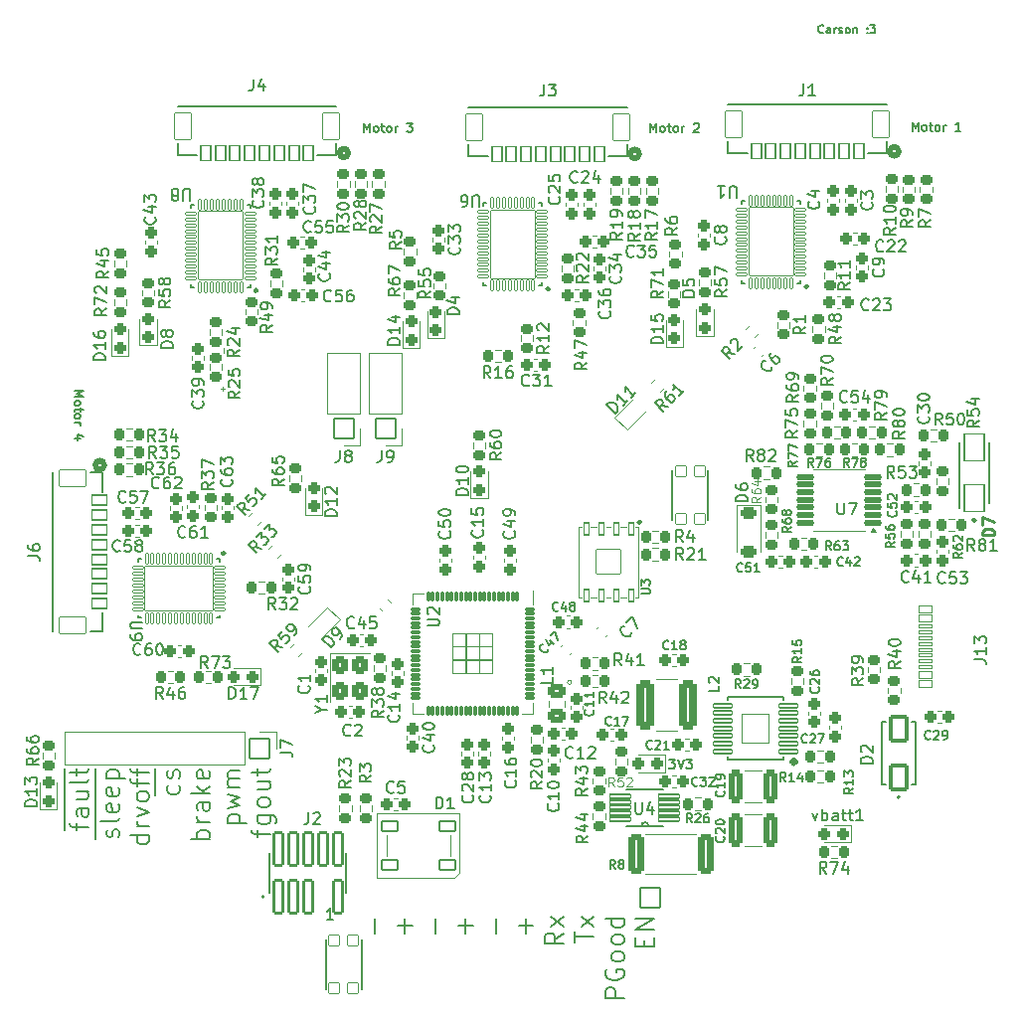
<source format=gto>
%TF.GenerationSoftware,KiCad,Pcbnew,9.0.2-9.0.2-0~ubuntu24.04.1*%
%TF.CreationDate,2025-06-13T17:41:29-07:00*%
%TF.ProjectId,motor_board,6d6f746f-725f-4626-9f61-72642e6b6963,1.1*%
%TF.SameCoordinates,Original*%
%TF.FileFunction,Legend,Top*%
%TF.FilePolarity,Positive*%
%FSLAX46Y46*%
G04 Gerber Fmt 4.6, Leading zero omitted, Abs format (unit mm)*
G04 Created by KiCad (PCBNEW 9.0.2-9.0.2-0~ubuntu24.04.1) date 2025-06-13 17:41:29*
%MOMM*%
%LPD*%
G01*
G04 APERTURE LIST*
G04 Aperture macros list*
%AMRoundRect*
0 Rectangle with rounded corners*
0 $1 Rounding radius*
0 $2 $3 $4 $5 $6 $7 $8 $9 X,Y pos of 4 corners*
0 Add a 4 corners polygon primitive as box body*
4,1,4,$2,$3,$4,$5,$6,$7,$8,$9,$2,$3,0*
0 Add four circle primitives for the rounded corners*
1,1,$1+$1,$2,$3*
1,1,$1+$1,$4,$5*
1,1,$1+$1,$6,$7*
1,1,$1+$1,$8,$9*
0 Add four rect primitives between the rounded corners*
20,1,$1+$1,$2,$3,$4,$5,0*
20,1,$1+$1,$4,$5,$6,$7,0*
20,1,$1+$1,$6,$7,$8,$9,0*
20,1,$1+$1,$8,$9,$2,$3,0*%
G04 Aperture macros list end*
%ADD10C,0.127000*%
%ADD11C,0.200000*%
%ADD12C,0.100000*%
%ADD13C,0.150000*%
%ADD14C,0.095250*%
%ADD15C,0.125000*%
%ADD16C,0.154432*%
%ADD17C,0.250000*%
%ADD18C,0.152400*%
%ADD19C,0.381000*%
%ADD20C,0.120000*%
%ADD21C,0.203200*%
%ADD22C,0.508000*%
%ADD23C,0.240278*%
%ADD24RoundRect,0.063500X0.800100X0.152400X-0.800100X0.152400X-0.800100X-0.152400X0.800100X-0.152400X0*%
%ADD25RoundRect,0.063500X1.155000X1.230000X-1.155000X1.230000X-1.155000X-1.230000X1.155000X-1.230000X0*%
%ADD26RoundRect,0.250400X0.250400X0.275400X-0.250400X0.275400X-0.250400X-0.275400X0.250400X-0.275400X0*%
%ADD27RoundRect,0.250400X-0.250400X-0.275400X0.250400X-0.275400X0.250400X0.275400X-0.250400X0.275400X0*%
%ADD28RoundRect,0.225400X0.300400X-0.225400X0.300400X0.225400X-0.300400X0.225400X-0.300400X-0.225400X0*%
%ADD29RoundRect,0.250400X0.275400X-0.250400X0.275400X0.250400X-0.275400X0.250400X-0.275400X-0.250400X0*%
%ADD30C,5.701600*%
%ADD31C,2.000000*%
%ADD32RoundRect,0.225400X0.225400X0.300400X-0.225400X0.300400X-0.225400X-0.300400X0.225400X-0.300400X0*%
%ADD33RoundRect,0.225400X-0.225400X-0.300400X0.225400X-0.300400X0.225400X0.300400X-0.225400X0.300400X0*%
%ADD34RoundRect,0.270735X0.392565X1.455065X-0.392565X1.455065X-0.392565X-1.455065X0.392565X-1.455065X0*%
%ADD35RoundRect,0.355555X0.445245X1.795245X-0.445245X1.795245X-0.445245X-1.795245X0.445245X-1.795245X0*%
%ADD36RoundRect,0.272087X-0.353713X-1.128713X0.353713X-1.128713X0.353713X1.128713X-0.353713X1.128713X0*%
%ADD37RoundRect,0.050800X0.889000X0.165100X-0.889000X0.165100X-0.889000X-0.165100X0.889000X-0.165100X0*%
%ADD38C,0.701600*%
%ADD39RoundRect,0.050800X0.575000X-0.300000X0.575000X0.300000X-0.575000X0.300000X-0.575000X-0.300000X0*%
%ADD40RoundRect,0.050800X0.575000X-0.150000X0.575000X0.150000X-0.575000X0.150000X-0.575000X-0.150000X0*%
%ADD41O,2.201600X1.101600*%
%ADD42O,1.701600X1.101600*%
%ADD43RoundRect,0.250400X0.371797X0.017678X0.017678X0.371797X-0.371797X-0.017678X-0.017678X-0.371797X0*%
%ADD44RoundRect,0.250400X-0.275400X0.250400X-0.275400X-0.250400X0.275400X-0.250400X0.275400X0.250400X0*%
%ADD45RoundRect,0.225400X-0.300400X0.225400X-0.300400X-0.225400X0.300400X-0.225400X0.300400X0.225400X0*%
%ADD46RoundRect,0.244150X0.281650X-0.244150X0.281650X0.244150X-0.281650X0.244150X-0.281650X-0.244150X0*%
%ADD47RoundRect,0.050800X-0.121236X-0.453033X0.121236X-0.453033X0.121236X0.453033X-0.121236X0.453033X0*%
%ADD48RoundRect,0.050800X-0.453033X0.121236X-0.453033X-0.121236X0.453033X-0.121236X0.453033X0.121236X0*%
%ADD49C,0.401600*%
%ADD50RoundRect,0.050800X-2.900000X1.900000X-2.900000X-1.900000X2.900000X-1.900000X2.900000X1.900000X0*%
%ADD51RoundRect,0.050800X-0.850000X0.850000X-0.850000X-0.850000X0.850000X-0.850000X0.850000X0.850000X0*%
%ADD52C,1.801600*%
%ADD53RoundRect,0.190740X0.676260X-1.016260X0.676260X1.016260X-0.676260X1.016260X-0.676260X-1.016260X0*%
%ADD54RoundRect,0.050800X0.121236X0.453033X-0.121236X0.453033X-0.121236X-0.453033X0.121236X-0.453033X0*%
%ADD55RoundRect,0.050800X1.900000X2.900000X-1.900000X2.900000X-1.900000X-2.900000X1.900000X-2.900000X0*%
%ADD56RoundRect,0.225400X-0.053033X0.371797X-0.371797X0.053033X0.053033X-0.371797X0.371797X-0.053033X0*%
%ADD57RoundRect,0.100160X-0.700640X-0.400640X0.700640X-0.400640X0.700640X0.400640X-0.700640X0.400640X0*%
%ADD58RoundRect,0.102000X-0.370000X-1.395000X0.370000X-1.395000X0.370000X1.395000X-0.370000X1.395000X0*%
%ADD59RoundRect,0.272087X-0.478713X0.353713X-0.478713X-0.353713X0.478713X-0.353713X0.478713X0.353713X0*%
%ADD60RoundRect,0.050800X0.450000X-0.450000X0.450000X0.450000X-0.450000X0.450000X-0.450000X-0.450000X0*%
%ADD61RoundRect,0.050800X-0.419100X-0.647700X0.419100X-0.647700X0.419100X0.647700X-0.419100X0.647700X0*%
%ADD62RoundRect,0.050800X-0.698500X-1.130300X0.698500X-1.130300X0.698500X1.130300X-0.698500X1.130300X0*%
%ADD63RoundRect,0.050800X0.850000X0.850000X-0.850000X0.850000X-0.850000X-0.850000X0.850000X-0.850000X0*%
%ADD64RoundRect,0.271166X-0.379634X0.479634X-0.379634X-0.479634X0.379634X-0.479634X0.379634X0.479634X0*%
%ADD65RoundRect,0.125400X0.662900X0.125400X-0.662900X0.125400X-0.662900X-0.125400X0.662900X-0.125400X0*%
%ADD66RoundRect,0.244150X-0.026517X0.371797X-0.371797X0.026517X0.026517X-0.371797X0.371797X-0.026517X0*%
%ADD67RoundRect,0.063500X-0.225000X0.525000X-0.225000X-0.525000X0.225000X-0.525000X0.225000X0.525000X0*%
%ADD68RoundRect,0.063500X-1.050000X-1.050000X1.050000X-1.050000X1.050000X1.050000X-1.050000X1.050000X0*%
%ADD69RoundRect,0.250400X0.017678X-0.371797X0.371797X-0.017678X-0.017678X0.371797X-0.371797X0.017678X0*%
%ADD70RoundRect,0.050800X-0.450000X0.450000X-0.450000X-0.450000X0.450000X-0.450000X0.450000X0.450000X0*%
%ADD71RoundRect,0.244150X0.244150X0.281650X-0.244150X0.281650X-0.244150X-0.281650X0.244150X-0.281650X0*%
%ADD72RoundRect,0.050800X0.850000X1.175000X-0.850000X1.175000X-0.850000X-1.175000X0.850000X-1.175000X0*%
%ADD73RoundRect,0.244150X0.026517X-0.371797X0.371797X-0.026517X-0.026517X0.371797X-0.371797X0.026517X0*%
%ADD74RoundRect,0.225400X0.053033X-0.371797X0.371797X-0.053033X-0.053033X0.371797X-0.371797X0.053033X0*%
%ADD75RoundRect,0.250400X-0.400400X0.250400X-0.400400X-0.250400X0.400400X-0.250400X0.400400X0.250400X0*%
%ADD76RoundRect,0.080400X-0.080400X-0.360400X0.080400X-0.360400X0.080400X0.360400X-0.080400X0.360400X0*%
%ADD77RoundRect,0.080400X-0.360400X0.080400X-0.360400X-0.080400X0.360400X-0.080400X0.360400X0.080400X0*%
%ADD78RoundRect,0.050800X-0.566666X0.566666X-0.566666X-0.566666X0.566666X-0.566666X0.566666X0.566666X0*%
%ADD79RoundRect,0.050800X0.647700X-0.419100X0.647700X0.419100X-0.647700X0.419100X-0.647700X-0.419100X0*%
%ADD80RoundRect,0.050800X1.130300X-0.698500X1.130300X0.698500X-1.130300X0.698500X-1.130300X-0.698500X0*%
%ADD81RoundRect,0.250400X-0.017678X0.371797X-0.371797X0.017678X0.017678X-0.371797X0.371797X-0.017678X0*%
%ADD82RoundRect,0.050800X0.850000X-0.850000X0.850000X0.850000X-0.850000X0.850000X-0.850000X-0.850000X0*%
G04 APERTURE END LIST*
D10*
X131864980Y-66000141D02*
X131864980Y-65238141D01*
X131864980Y-65238141D02*
X132118980Y-65782427D01*
X132118980Y-65782427D02*
X132372980Y-65238141D01*
X132372980Y-65238141D02*
X132372980Y-66000141D01*
X132844694Y-66000141D02*
X132772123Y-65963856D01*
X132772123Y-65963856D02*
X132735837Y-65927570D01*
X132735837Y-65927570D02*
X132699551Y-65854998D01*
X132699551Y-65854998D02*
X132699551Y-65637284D01*
X132699551Y-65637284D02*
X132735837Y-65564713D01*
X132735837Y-65564713D02*
X132772123Y-65528427D01*
X132772123Y-65528427D02*
X132844694Y-65492141D01*
X132844694Y-65492141D02*
X132953551Y-65492141D01*
X132953551Y-65492141D02*
X133026123Y-65528427D01*
X133026123Y-65528427D02*
X133062409Y-65564713D01*
X133062409Y-65564713D02*
X133098694Y-65637284D01*
X133098694Y-65637284D02*
X133098694Y-65854998D01*
X133098694Y-65854998D02*
X133062409Y-65927570D01*
X133062409Y-65927570D02*
X133026123Y-65963856D01*
X133026123Y-65963856D02*
X132953551Y-66000141D01*
X132953551Y-66000141D02*
X132844694Y-66000141D01*
X133316409Y-65492141D02*
X133606695Y-65492141D01*
X133425266Y-65238141D02*
X133425266Y-65891284D01*
X133425266Y-65891284D02*
X133461552Y-65963856D01*
X133461552Y-65963856D02*
X133534123Y-66000141D01*
X133534123Y-66000141D02*
X133606695Y-66000141D01*
X133969552Y-66000141D02*
X133896981Y-65963856D01*
X133896981Y-65963856D02*
X133860695Y-65927570D01*
X133860695Y-65927570D02*
X133824409Y-65854998D01*
X133824409Y-65854998D02*
X133824409Y-65637284D01*
X133824409Y-65637284D02*
X133860695Y-65564713D01*
X133860695Y-65564713D02*
X133896981Y-65528427D01*
X133896981Y-65528427D02*
X133969552Y-65492141D01*
X133969552Y-65492141D02*
X134078409Y-65492141D01*
X134078409Y-65492141D02*
X134150981Y-65528427D01*
X134150981Y-65528427D02*
X134187267Y-65564713D01*
X134187267Y-65564713D02*
X134223552Y-65637284D01*
X134223552Y-65637284D02*
X134223552Y-65854998D01*
X134223552Y-65854998D02*
X134187267Y-65927570D01*
X134187267Y-65927570D02*
X134150981Y-65963856D01*
X134150981Y-65963856D02*
X134078409Y-66000141D01*
X134078409Y-66000141D02*
X133969552Y-66000141D01*
X134550124Y-66000141D02*
X134550124Y-65492141D01*
X134550124Y-65637284D02*
X134586410Y-65564713D01*
X134586410Y-65564713D02*
X134622696Y-65528427D01*
X134622696Y-65528427D02*
X134695267Y-65492141D01*
X134695267Y-65492141D02*
X134767838Y-65492141D01*
X135529838Y-65238141D02*
X136001552Y-65238141D01*
X136001552Y-65238141D02*
X135747552Y-65528427D01*
X135747552Y-65528427D02*
X135856409Y-65528427D01*
X135856409Y-65528427D02*
X135928981Y-65564713D01*
X135928981Y-65564713D02*
X135965266Y-65600998D01*
X135965266Y-65600998D02*
X136001552Y-65673570D01*
X136001552Y-65673570D02*
X136001552Y-65854998D01*
X136001552Y-65854998D02*
X135965266Y-65927570D01*
X135965266Y-65927570D02*
X135928981Y-65963856D01*
X135928981Y-65963856D02*
X135856409Y-66000141D01*
X135856409Y-66000141D02*
X135638695Y-66000141D01*
X135638695Y-66000141D02*
X135566123Y-65963856D01*
X135566123Y-65963856D02*
X135529838Y-65927570D01*
X170990782Y-57527562D02*
X170957449Y-57560896D01*
X170957449Y-57560896D02*
X170857449Y-57594229D01*
X170857449Y-57594229D02*
X170790782Y-57594229D01*
X170790782Y-57594229D02*
X170690782Y-57560896D01*
X170690782Y-57560896D02*
X170624116Y-57494229D01*
X170624116Y-57494229D02*
X170590782Y-57427562D01*
X170590782Y-57427562D02*
X170557449Y-57294229D01*
X170557449Y-57294229D02*
X170557449Y-57194229D01*
X170557449Y-57194229D02*
X170590782Y-57060896D01*
X170590782Y-57060896D02*
X170624116Y-56994229D01*
X170624116Y-56994229D02*
X170690782Y-56927562D01*
X170690782Y-56927562D02*
X170790782Y-56894229D01*
X170790782Y-56894229D02*
X170857449Y-56894229D01*
X170857449Y-56894229D02*
X170957449Y-56927562D01*
X170957449Y-56927562D02*
X170990782Y-56960896D01*
X171590782Y-57594229D02*
X171590782Y-57227562D01*
X171590782Y-57227562D02*
X171557449Y-57160896D01*
X171557449Y-57160896D02*
X171490782Y-57127562D01*
X171490782Y-57127562D02*
X171357449Y-57127562D01*
X171357449Y-57127562D02*
X171290782Y-57160896D01*
X171590782Y-57560896D02*
X171524116Y-57594229D01*
X171524116Y-57594229D02*
X171357449Y-57594229D01*
X171357449Y-57594229D02*
X171290782Y-57560896D01*
X171290782Y-57560896D02*
X171257449Y-57494229D01*
X171257449Y-57494229D02*
X171257449Y-57427562D01*
X171257449Y-57427562D02*
X171290782Y-57360896D01*
X171290782Y-57360896D02*
X171357449Y-57327562D01*
X171357449Y-57327562D02*
X171524116Y-57327562D01*
X171524116Y-57327562D02*
X171590782Y-57294229D01*
X171924115Y-57594229D02*
X171924115Y-57127562D01*
X171924115Y-57260896D02*
X171957449Y-57194229D01*
X171957449Y-57194229D02*
X171990782Y-57160896D01*
X171990782Y-57160896D02*
X172057449Y-57127562D01*
X172057449Y-57127562D02*
X172124115Y-57127562D01*
X172324115Y-57560896D02*
X172390782Y-57594229D01*
X172390782Y-57594229D02*
X172524115Y-57594229D01*
X172524115Y-57594229D02*
X172590782Y-57560896D01*
X172590782Y-57560896D02*
X172624115Y-57494229D01*
X172624115Y-57494229D02*
X172624115Y-57460896D01*
X172624115Y-57460896D02*
X172590782Y-57394229D01*
X172590782Y-57394229D02*
X172524115Y-57360896D01*
X172524115Y-57360896D02*
X172424115Y-57360896D01*
X172424115Y-57360896D02*
X172357448Y-57327562D01*
X172357448Y-57327562D02*
X172324115Y-57260896D01*
X172324115Y-57260896D02*
X172324115Y-57227562D01*
X172324115Y-57227562D02*
X172357448Y-57160896D01*
X172357448Y-57160896D02*
X172424115Y-57127562D01*
X172424115Y-57127562D02*
X172524115Y-57127562D01*
X172524115Y-57127562D02*
X172590782Y-57160896D01*
X173024115Y-57594229D02*
X172957449Y-57560896D01*
X172957449Y-57560896D02*
X172924115Y-57527562D01*
X172924115Y-57527562D02*
X172890782Y-57460896D01*
X172890782Y-57460896D02*
X172890782Y-57260896D01*
X172890782Y-57260896D02*
X172924115Y-57194229D01*
X172924115Y-57194229D02*
X172957449Y-57160896D01*
X172957449Y-57160896D02*
X173024115Y-57127562D01*
X173024115Y-57127562D02*
X173124115Y-57127562D01*
X173124115Y-57127562D02*
X173190782Y-57160896D01*
X173190782Y-57160896D02*
X173224115Y-57194229D01*
X173224115Y-57194229D02*
X173257449Y-57260896D01*
X173257449Y-57260896D02*
X173257449Y-57460896D01*
X173257449Y-57460896D02*
X173224115Y-57527562D01*
X173224115Y-57527562D02*
X173190782Y-57560896D01*
X173190782Y-57560896D02*
X173124115Y-57594229D01*
X173124115Y-57594229D02*
X173024115Y-57594229D01*
X173557448Y-57127562D02*
X173557448Y-57594229D01*
X173557448Y-57194229D02*
X173590782Y-57160896D01*
X173590782Y-57160896D02*
X173657448Y-57127562D01*
X173657448Y-57127562D02*
X173757448Y-57127562D01*
X173757448Y-57127562D02*
X173824115Y-57160896D01*
X173824115Y-57160896D02*
X173857448Y-57227562D01*
X173857448Y-57227562D02*
X173857448Y-57594229D01*
X174724114Y-57527562D02*
X174757448Y-57560896D01*
X174757448Y-57560896D02*
X174724114Y-57594229D01*
X174724114Y-57594229D02*
X174690781Y-57560896D01*
X174690781Y-57560896D02*
X174724114Y-57527562D01*
X174724114Y-57527562D02*
X174724114Y-57594229D01*
X174724114Y-57160896D02*
X174757448Y-57194229D01*
X174757448Y-57194229D02*
X174724114Y-57227562D01*
X174724114Y-57227562D02*
X174690781Y-57194229D01*
X174690781Y-57194229D02*
X174724114Y-57160896D01*
X174724114Y-57160896D02*
X174724114Y-57227562D01*
X174990781Y-56894229D02*
X175424114Y-56894229D01*
X175424114Y-56894229D02*
X175190781Y-57160896D01*
X175190781Y-57160896D02*
X175290781Y-57160896D01*
X175290781Y-57160896D02*
X175357447Y-57194229D01*
X175357447Y-57194229D02*
X175390781Y-57227562D01*
X175390781Y-57227562D02*
X175424114Y-57294229D01*
X175424114Y-57294229D02*
X175424114Y-57460896D01*
X175424114Y-57460896D02*
X175390781Y-57527562D01*
X175390781Y-57527562D02*
X175357447Y-57560896D01*
X175357447Y-57560896D02*
X175290781Y-57594229D01*
X175290781Y-57594229D02*
X175090781Y-57594229D01*
X175090781Y-57594229D02*
X175024114Y-57560896D01*
X175024114Y-57560896D02*
X174990781Y-57527562D01*
D11*
X107371663Y-125441102D02*
X107371663Y-124831578D01*
X108438330Y-125212530D02*
X107066901Y-125212530D01*
X107066901Y-125212530D02*
X106914520Y-125136340D01*
X106914520Y-125136340D02*
X106838330Y-124983959D01*
X106838330Y-124983959D02*
X106838330Y-124831578D01*
X108438330Y-123612530D02*
X107600235Y-123612530D01*
X107600235Y-123612530D02*
X107447854Y-123688720D01*
X107447854Y-123688720D02*
X107371663Y-123841101D01*
X107371663Y-123841101D02*
X107371663Y-124145863D01*
X107371663Y-124145863D02*
X107447854Y-124298244D01*
X108362140Y-123612530D02*
X108438330Y-123764911D01*
X108438330Y-123764911D02*
X108438330Y-124145863D01*
X108438330Y-124145863D02*
X108362140Y-124298244D01*
X108362140Y-124298244D02*
X108209759Y-124374435D01*
X108209759Y-124374435D02*
X108057378Y-124374435D01*
X108057378Y-124374435D02*
X107904997Y-124298244D01*
X107904997Y-124298244D02*
X107828806Y-124145863D01*
X107828806Y-124145863D02*
X107828806Y-123764911D01*
X107828806Y-123764911D02*
X107752616Y-123612530D01*
X107371663Y-122164911D02*
X108438330Y-122164911D01*
X107371663Y-122850625D02*
X108209759Y-122850625D01*
X108209759Y-122850625D02*
X108362140Y-122774435D01*
X108362140Y-122774435D02*
X108438330Y-122622054D01*
X108438330Y-122622054D02*
X108438330Y-122393482D01*
X108438330Y-122393482D02*
X108362140Y-122241101D01*
X108362140Y-122241101D02*
X108285949Y-122164911D01*
X108438330Y-121174435D02*
X108362140Y-121326816D01*
X108362140Y-121326816D02*
X108209759Y-121403006D01*
X108209759Y-121403006D02*
X106838330Y-121403006D01*
X107371663Y-120793483D02*
X107371663Y-120183959D01*
X106838330Y-120564911D02*
X108209759Y-120564911D01*
X108209759Y-120564911D02*
X108362140Y-120488721D01*
X108362140Y-120488721D02*
X108438330Y-120336340D01*
X108438330Y-120336340D02*
X108438330Y-120183959D01*
X106394140Y-125433483D02*
X106394140Y-120191578D01*
X110938050Y-126050626D02*
X111014240Y-125898245D01*
X111014240Y-125898245D02*
X111014240Y-125593483D01*
X111014240Y-125593483D02*
X110938050Y-125441102D01*
X110938050Y-125441102D02*
X110785669Y-125364911D01*
X110785669Y-125364911D02*
X110709478Y-125364911D01*
X110709478Y-125364911D02*
X110557097Y-125441102D01*
X110557097Y-125441102D02*
X110480907Y-125593483D01*
X110480907Y-125593483D02*
X110480907Y-125822054D01*
X110480907Y-125822054D02*
X110404716Y-125974435D01*
X110404716Y-125974435D02*
X110252335Y-126050626D01*
X110252335Y-126050626D02*
X110176145Y-126050626D01*
X110176145Y-126050626D02*
X110023764Y-125974435D01*
X110023764Y-125974435D02*
X109947573Y-125822054D01*
X109947573Y-125822054D02*
X109947573Y-125593483D01*
X109947573Y-125593483D02*
X110023764Y-125441102D01*
X111014240Y-124450626D02*
X110938050Y-124603007D01*
X110938050Y-124603007D02*
X110785669Y-124679197D01*
X110785669Y-124679197D02*
X109414240Y-124679197D01*
X110938050Y-123231578D02*
X111014240Y-123383959D01*
X111014240Y-123383959D02*
X111014240Y-123688721D01*
X111014240Y-123688721D02*
X110938050Y-123841102D01*
X110938050Y-123841102D02*
X110785669Y-123917293D01*
X110785669Y-123917293D02*
X110176145Y-123917293D01*
X110176145Y-123917293D02*
X110023764Y-123841102D01*
X110023764Y-123841102D02*
X109947573Y-123688721D01*
X109947573Y-123688721D02*
X109947573Y-123383959D01*
X109947573Y-123383959D02*
X110023764Y-123231578D01*
X110023764Y-123231578D02*
X110176145Y-123155388D01*
X110176145Y-123155388D02*
X110328526Y-123155388D01*
X110328526Y-123155388D02*
X110480907Y-123917293D01*
X110938050Y-121860149D02*
X111014240Y-122012530D01*
X111014240Y-122012530D02*
X111014240Y-122317292D01*
X111014240Y-122317292D02*
X110938050Y-122469673D01*
X110938050Y-122469673D02*
X110785669Y-122545864D01*
X110785669Y-122545864D02*
X110176145Y-122545864D01*
X110176145Y-122545864D02*
X110023764Y-122469673D01*
X110023764Y-122469673D02*
X109947573Y-122317292D01*
X109947573Y-122317292D02*
X109947573Y-122012530D01*
X109947573Y-122012530D02*
X110023764Y-121860149D01*
X110023764Y-121860149D02*
X110176145Y-121783959D01*
X110176145Y-121783959D02*
X110328526Y-121783959D01*
X110328526Y-121783959D02*
X110480907Y-122545864D01*
X109947573Y-121098244D02*
X111547573Y-121098244D01*
X110023764Y-121098244D02*
X109947573Y-120945863D01*
X109947573Y-120945863D02*
X109947573Y-120641101D01*
X109947573Y-120641101D02*
X110023764Y-120488720D01*
X110023764Y-120488720D02*
X110099954Y-120412530D01*
X110099954Y-120412530D02*
X110252335Y-120336339D01*
X110252335Y-120336339D02*
X110709478Y-120336339D01*
X110709478Y-120336339D02*
X110861859Y-120412530D01*
X110861859Y-120412530D02*
X110938050Y-120488720D01*
X110938050Y-120488720D02*
X111014240Y-120641101D01*
X111014240Y-120641101D02*
X111014240Y-120945863D01*
X111014240Y-120945863D02*
X110938050Y-121098244D01*
X108970050Y-126195388D02*
X108970050Y-120191578D01*
X113590150Y-125898245D02*
X111990150Y-125898245D01*
X113513960Y-125898245D02*
X113590150Y-126050626D01*
X113590150Y-126050626D02*
X113590150Y-126355388D01*
X113590150Y-126355388D02*
X113513960Y-126507769D01*
X113513960Y-126507769D02*
X113437769Y-126583959D01*
X113437769Y-126583959D02*
X113285388Y-126660150D01*
X113285388Y-126660150D02*
X112828245Y-126660150D01*
X112828245Y-126660150D02*
X112675864Y-126583959D01*
X112675864Y-126583959D02*
X112599674Y-126507769D01*
X112599674Y-126507769D02*
X112523483Y-126355388D01*
X112523483Y-126355388D02*
X112523483Y-126050626D01*
X112523483Y-126050626D02*
X112599674Y-125898245D01*
X113590150Y-125136340D02*
X112523483Y-125136340D01*
X112828245Y-125136340D02*
X112675864Y-125060150D01*
X112675864Y-125060150D02*
X112599674Y-124983959D01*
X112599674Y-124983959D02*
X112523483Y-124831578D01*
X112523483Y-124831578D02*
X112523483Y-124679197D01*
X112523483Y-124298245D02*
X113590150Y-123917293D01*
X113590150Y-123917293D02*
X112523483Y-123536340D01*
X113590150Y-122698245D02*
X113513960Y-122850626D01*
X113513960Y-122850626D02*
X113437769Y-122926816D01*
X113437769Y-122926816D02*
X113285388Y-123003007D01*
X113285388Y-123003007D02*
X112828245Y-123003007D01*
X112828245Y-123003007D02*
X112675864Y-122926816D01*
X112675864Y-122926816D02*
X112599674Y-122850626D01*
X112599674Y-122850626D02*
X112523483Y-122698245D01*
X112523483Y-122698245D02*
X112523483Y-122469673D01*
X112523483Y-122469673D02*
X112599674Y-122317292D01*
X112599674Y-122317292D02*
X112675864Y-122241102D01*
X112675864Y-122241102D02*
X112828245Y-122164911D01*
X112828245Y-122164911D02*
X113285388Y-122164911D01*
X113285388Y-122164911D02*
X113437769Y-122241102D01*
X113437769Y-122241102D02*
X113513960Y-122317292D01*
X113513960Y-122317292D02*
X113590150Y-122469673D01*
X113590150Y-122469673D02*
X113590150Y-122698245D01*
X112523483Y-121707769D02*
X112523483Y-121098245D01*
X113590150Y-121479197D02*
X112218721Y-121479197D01*
X112218721Y-121479197D02*
X112066340Y-121403007D01*
X112066340Y-121403007D02*
X111990150Y-121250626D01*
X111990150Y-121250626D02*
X111990150Y-121098245D01*
X112523483Y-120793483D02*
X112523483Y-120183959D01*
X113590150Y-120564911D02*
X112218721Y-120564911D01*
X112218721Y-120564911D02*
X112066340Y-120488721D01*
X112066340Y-120488721D02*
X111990150Y-120336340D01*
X111990150Y-120336340D02*
X111990150Y-120183959D01*
X116089870Y-121631578D02*
X116166060Y-121783959D01*
X116166060Y-121783959D02*
X116166060Y-122088721D01*
X116166060Y-122088721D02*
X116089870Y-122241102D01*
X116089870Y-122241102D02*
X116013679Y-122317292D01*
X116013679Y-122317292D02*
X115861298Y-122393483D01*
X115861298Y-122393483D02*
X115404155Y-122393483D01*
X115404155Y-122393483D02*
X115251774Y-122317292D01*
X115251774Y-122317292D02*
X115175584Y-122241102D01*
X115175584Y-122241102D02*
X115099393Y-122088721D01*
X115099393Y-122088721D02*
X115099393Y-121783959D01*
X115099393Y-121783959D02*
X115175584Y-121631578D01*
X116089870Y-121022054D02*
X116166060Y-120869673D01*
X116166060Y-120869673D02*
X116166060Y-120564911D01*
X116166060Y-120564911D02*
X116089870Y-120412530D01*
X116089870Y-120412530D02*
X115937489Y-120336339D01*
X115937489Y-120336339D02*
X115861298Y-120336339D01*
X115861298Y-120336339D02*
X115708917Y-120412530D01*
X115708917Y-120412530D02*
X115632727Y-120564911D01*
X115632727Y-120564911D02*
X115632727Y-120793482D01*
X115632727Y-120793482D02*
X115556536Y-120945863D01*
X115556536Y-120945863D02*
X115404155Y-121022054D01*
X115404155Y-121022054D02*
X115327965Y-121022054D01*
X115327965Y-121022054D02*
X115175584Y-120945863D01*
X115175584Y-120945863D02*
X115099393Y-120793482D01*
X115099393Y-120793482D02*
X115099393Y-120564911D01*
X115099393Y-120564911D02*
X115175584Y-120412530D01*
X114121870Y-122538245D02*
X114121870Y-120191578D01*
X118741970Y-126203006D02*
X117141970Y-126203006D01*
X117751494Y-126203006D02*
X117675303Y-126050625D01*
X117675303Y-126050625D02*
X117675303Y-125745863D01*
X117675303Y-125745863D02*
X117751494Y-125593482D01*
X117751494Y-125593482D02*
X117827684Y-125517292D01*
X117827684Y-125517292D02*
X117980065Y-125441101D01*
X117980065Y-125441101D02*
X118437208Y-125441101D01*
X118437208Y-125441101D02*
X118589589Y-125517292D01*
X118589589Y-125517292D02*
X118665780Y-125593482D01*
X118665780Y-125593482D02*
X118741970Y-125745863D01*
X118741970Y-125745863D02*
X118741970Y-126050625D01*
X118741970Y-126050625D02*
X118665780Y-126203006D01*
X118741970Y-124755387D02*
X117675303Y-124755387D01*
X117980065Y-124755387D02*
X117827684Y-124679197D01*
X117827684Y-124679197D02*
X117751494Y-124603006D01*
X117751494Y-124603006D02*
X117675303Y-124450625D01*
X117675303Y-124450625D02*
X117675303Y-124298244D01*
X118741970Y-123079197D02*
X117903875Y-123079197D01*
X117903875Y-123079197D02*
X117751494Y-123155387D01*
X117751494Y-123155387D02*
X117675303Y-123307768D01*
X117675303Y-123307768D02*
X117675303Y-123612530D01*
X117675303Y-123612530D02*
X117751494Y-123764911D01*
X118665780Y-123079197D02*
X118741970Y-123231578D01*
X118741970Y-123231578D02*
X118741970Y-123612530D01*
X118741970Y-123612530D02*
X118665780Y-123764911D01*
X118665780Y-123764911D02*
X118513399Y-123841102D01*
X118513399Y-123841102D02*
X118361018Y-123841102D01*
X118361018Y-123841102D02*
X118208637Y-123764911D01*
X118208637Y-123764911D02*
X118132446Y-123612530D01*
X118132446Y-123612530D02*
X118132446Y-123231578D01*
X118132446Y-123231578D02*
X118056256Y-123079197D01*
X118741970Y-122317292D02*
X117141970Y-122317292D01*
X118132446Y-122164911D02*
X118741970Y-121707768D01*
X117675303Y-121707768D02*
X118284827Y-122317292D01*
X118665780Y-120412530D02*
X118741970Y-120564911D01*
X118741970Y-120564911D02*
X118741970Y-120869673D01*
X118741970Y-120869673D02*
X118665780Y-121022054D01*
X118665780Y-121022054D02*
X118513399Y-121098245D01*
X118513399Y-121098245D02*
X117903875Y-121098245D01*
X117903875Y-121098245D02*
X117751494Y-121022054D01*
X117751494Y-121022054D02*
X117675303Y-120869673D01*
X117675303Y-120869673D02*
X117675303Y-120564911D01*
X117675303Y-120564911D02*
X117751494Y-120412530D01*
X117751494Y-120412530D02*
X117903875Y-120336340D01*
X117903875Y-120336340D02*
X118056256Y-120336340D01*
X118056256Y-120336340D02*
X118208637Y-121098245D01*
X120251213Y-124907767D02*
X121851213Y-124907767D01*
X120327404Y-124907767D02*
X120251213Y-124755386D01*
X120251213Y-124755386D02*
X120251213Y-124450624D01*
X120251213Y-124450624D02*
X120327404Y-124298243D01*
X120327404Y-124298243D02*
X120403594Y-124222053D01*
X120403594Y-124222053D02*
X120555975Y-124145862D01*
X120555975Y-124145862D02*
X121013118Y-124145862D01*
X121013118Y-124145862D02*
X121165499Y-124222053D01*
X121165499Y-124222053D02*
X121241690Y-124298243D01*
X121241690Y-124298243D02*
X121317880Y-124450624D01*
X121317880Y-124450624D02*
X121317880Y-124755386D01*
X121317880Y-124755386D02*
X121241690Y-124907767D01*
X120251213Y-123612529D02*
X121317880Y-123307767D01*
X121317880Y-123307767D02*
X120555975Y-123003005D01*
X120555975Y-123003005D02*
X121317880Y-122698243D01*
X121317880Y-122698243D02*
X120251213Y-122393481D01*
X121317880Y-121783958D02*
X120251213Y-121783958D01*
X120403594Y-121783958D02*
X120327404Y-121707768D01*
X120327404Y-121707768D02*
X120251213Y-121555387D01*
X120251213Y-121555387D02*
X120251213Y-121326815D01*
X120251213Y-121326815D02*
X120327404Y-121174434D01*
X120327404Y-121174434D02*
X120479785Y-121098244D01*
X120479785Y-121098244D02*
X121317880Y-121098244D01*
X120479785Y-121098244D02*
X120327404Y-121022053D01*
X120327404Y-121022053D02*
X120251213Y-120869672D01*
X120251213Y-120869672D02*
X120251213Y-120641101D01*
X120251213Y-120641101D02*
X120327404Y-120488720D01*
X120327404Y-120488720D02*
X120479785Y-120412530D01*
X120479785Y-120412530D02*
X121317880Y-120412530D01*
X122827123Y-126050626D02*
X122827123Y-125441102D01*
X123893790Y-125822054D02*
X122522361Y-125822054D01*
X122522361Y-125822054D02*
X122369980Y-125745864D01*
X122369980Y-125745864D02*
X122293790Y-125593483D01*
X122293790Y-125593483D02*
X122293790Y-125441102D01*
X122827123Y-124222054D02*
X124122361Y-124222054D01*
X124122361Y-124222054D02*
X124274742Y-124298244D01*
X124274742Y-124298244D02*
X124350933Y-124374435D01*
X124350933Y-124374435D02*
X124427123Y-124526816D01*
X124427123Y-124526816D02*
X124427123Y-124755387D01*
X124427123Y-124755387D02*
X124350933Y-124907768D01*
X123817600Y-124222054D02*
X123893790Y-124374435D01*
X123893790Y-124374435D02*
X123893790Y-124679197D01*
X123893790Y-124679197D02*
X123817600Y-124831578D01*
X123817600Y-124831578D02*
X123741409Y-124907768D01*
X123741409Y-124907768D02*
X123589028Y-124983959D01*
X123589028Y-124983959D02*
X123131885Y-124983959D01*
X123131885Y-124983959D02*
X122979504Y-124907768D01*
X122979504Y-124907768D02*
X122903314Y-124831578D01*
X122903314Y-124831578D02*
X122827123Y-124679197D01*
X122827123Y-124679197D02*
X122827123Y-124374435D01*
X122827123Y-124374435D02*
X122903314Y-124222054D01*
X123893790Y-123231578D02*
X123817600Y-123383959D01*
X123817600Y-123383959D02*
X123741409Y-123460149D01*
X123741409Y-123460149D02*
X123589028Y-123536340D01*
X123589028Y-123536340D02*
X123131885Y-123536340D01*
X123131885Y-123536340D02*
X122979504Y-123460149D01*
X122979504Y-123460149D02*
X122903314Y-123383959D01*
X122903314Y-123383959D02*
X122827123Y-123231578D01*
X122827123Y-123231578D02*
X122827123Y-123003006D01*
X122827123Y-123003006D02*
X122903314Y-122850625D01*
X122903314Y-122850625D02*
X122979504Y-122774435D01*
X122979504Y-122774435D02*
X123131885Y-122698244D01*
X123131885Y-122698244D02*
X123589028Y-122698244D01*
X123589028Y-122698244D02*
X123741409Y-122774435D01*
X123741409Y-122774435D02*
X123817600Y-122850625D01*
X123817600Y-122850625D02*
X123893790Y-123003006D01*
X123893790Y-123003006D02*
X123893790Y-123231578D01*
X122827123Y-121326816D02*
X123893790Y-121326816D01*
X122827123Y-122012530D02*
X123665219Y-122012530D01*
X123665219Y-122012530D02*
X123817600Y-121936340D01*
X123817600Y-121936340D02*
X123893790Y-121783959D01*
X123893790Y-121783959D02*
X123893790Y-121555387D01*
X123893790Y-121555387D02*
X123817600Y-121403006D01*
X123817600Y-121403006D02*
X123741409Y-121326816D01*
X122827123Y-120793483D02*
X122827123Y-120183959D01*
X122293790Y-120564911D02*
X123665219Y-120564911D01*
X123665219Y-120564911D02*
X123817600Y-120488721D01*
X123817600Y-120488721D02*
X123893790Y-120336340D01*
X123893790Y-120336340D02*
X123893790Y-120183959D01*
D12*
X119843133Y-88065789D02*
X119843133Y-87684837D01*
X120033609Y-87875313D02*
X119652657Y-87875313D01*
D10*
X156264980Y-66000141D02*
X156264980Y-65238141D01*
X156264980Y-65238141D02*
X156518980Y-65782427D01*
X156518980Y-65782427D02*
X156772980Y-65238141D01*
X156772980Y-65238141D02*
X156772980Y-66000141D01*
X157244694Y-66000141D02*
X157172123Y-65963856D01*
X157172123Y-65963856D02*
X157135837Y-65927570D01*
X157135837Y-65927570D02*
X157099551Y-65854998D01*
X157099551Y-65854998D02*
X157099551Y-65637284D01*
X157099551Y-65637284D02*
X157135837Y-65564713D01*
X157135837Y-65564713D02*
X157172123Y-65528427D01*
X157172123Y-65528427D02*
X157244694Y-65492141D01*
X157244694Y-65492141D02*
X157353551Y-65492141D01*
X157353551Y-65492141D02*
X157426123Y-65528427D01*
X157426123Y-65528427D02*
X157462409Y-65564713D01*
X157462409Y-65564713D02*
X157498694Y-65637284D01*
X157498694Y-65637284D02*
X157498694Y-65854998D01*
X157498694Y-65854998D02*
X157462409Y-65927570D01*
X157462409Y-65927570D02*
X157426123Y-65963856D01*
X157426123Y-65963856D02*
X157353551Y-66000141D01*
X157353551Y-66000141D02*
X157244694Y-66000141D01*
X157716409Y-65492141D02*
X158006695Y-65492141D01*
X157825266Y-65238141D02*
X157825266Y-65891284D01*
X157825266Y-65891284D02*
X157861552Y-65963856D01*
X157861552Y-65963856D02*
X157934123Y-66000141D01*
X157934123Y-66000141D02*
X158006695Y-66000141D01*
X158369552Y-66000141D02*
X158296981Y-65963856D01*
X158296981Y-65963856D02*
X158260695Y-65927570D01*
X158260695Y-65927570D02*
X158224409Y-65854998D01*
X158224409Y-65854998D02*
X158224409Y-65637284D01*
X158224409Y-65637284D02*
X158260695Y-65564713D01*
X158260695Y-65564713D02*
X158296981Y-65528427D01*
X158296981Y-65528427D02*
X158369552Y-65492141D01*
X158369552Y-65492141D02*
X158478409Y-65492141D01*
X158478409Y-65492141D02*
X158550981Y-65528427D01*
X158550981Y-65528427D02*
X158587267Y-65564713D01*
X158587267Y-65564713D02*
X158623552Y-65637284D01*
X158623552Y-65637284D02*
X158623552Y-65854998D01*
X158623552Y-65854998D02*
X158587267Y-65927570D01*
X158587267Y-65927570D02*
X158550981Y-65963856D01*
X158550981Y-65963856D02*
X158478409Y-66000141D01*
X158478409Y-66000141D02*
X158369552Y-66000141D01*
X158950124Y-66000141D02*
X158950124Y-65492141D01*
X158950124Y-65637284D02*
X158986410Y-65564713D01*
X158986410Y-65564713D02*
X159022696Y-65528427D01*
X159022696Y-65528427D02*
X159095267Y-65492141D01*
X159095267Y-65492141D02*
X159167838Y-65492141D01*
X159966123Y-65310713D02*
X160002409Y-65274427D01*
X160002409Y-65274427D02*
X160074981Y-65238141D01*
X160074981Y-65238141D02*
X160256409Y-65238141D01*
X160256409Y-65238141D02*
X160328981Y-65274427D01*
X160328981Y-65274427D02*
X160365266Y-65310713D01*
X160365266Y-65310713D02*
X160401552Y-65383284D01*
X160401552Y-65383284D02*
X160401552Y-65455856D01*
X160401552Y-65455856D02*
X160365266Y-65564713D01*
X160365266Y-65564713D02*
X159929838Y-66000141D01*
X159929838Y-66000141D02*
X160401552Y-66000141D01*
X107199858Y-88064980D02*
X107961858Y-88064980D01*
X107961858Y-88064980D02*
X107417572Y-88318980D01*
X107417572Y-88318980D02*
X107961858Y-88572980D01*
X107961858Y-88572980D02*
X107199858Y-88572980D01*
X107199858Y-89044694D02*
X107236144Y-88972123D01*
X107236144Y-88972123D02*
X107272429Y-88935837D01*
X107272429Y-88935837D02*
X107345001Y-88899551D01*
X107345001Y-88899551D02*
X107562715Y-88899551D01*
X107562715Y-88899551D02*
X107635286Y-88935837D01*
X107635286Y-88935837D02*
X107671572Y-88972123D01*
X107671572Y-88972123D02*
X107707858Y-89044694D01*
X107707858Y-89044694D02*
X107707858Y-89153551D01*
X107707858Y-89153551D02*
X107671572Y-89226123D01*
X107671572Y-89226123D02*
X107635286Y-89262409D01*
X107635286Y-89262409D02*
X107562715Y-89298694D01*
X107562715Y-89298694D02*
X107345001Y-89298694D01*
X107345001Y-89298694D02*
X107272429Y-89262409D01*
X107272429Y-89262409D02*
X107236144Y-89226123D01*
X107236144Y-89226123D02*
X107199858Y-89153551D01*
X107199858Y-89153551D02*
X107199858Y-89044694D01*
X107707858Y-89516409D02*
X107707858Y-89806695D01*
X107961858Y-89625266D02*
X107308715Y-89625266D01*
X107308715Y-89625266D02*
X107236144Y-89661552D01*
X107236144Y-89661552D02*
X107199858Y-89734123D01*
X107199858Y-89734123D02*
X107199858Y-89806695D01*
X107199858Y-90169552D02*
X107236144Y-90096981D01*
X107236144Y-90096981D02*
X107272429Y-90060695D01*
X107272429Y-90060695D02*
X107345001Y-90024409D01*
X107345001Y-90024409D02*
X107562715Y-90024409D01*
X107562715Y-90024409D02*
X107635286Y-90060695D01*
X107635286Y-90060695D02*
X107671572Y-90096981D01*
X107671572Y-90096981D02*
X107707858Y-90169552D01*
X107707858Y-90169552D02*
X107707858Y-90278409D01*
X107707858Y-90278409D02*
X107671572Y-90350981D01*
X107671572Y-90350981D02*
X107635286Y-90387267D01*
X107635286Y-90387267D02*
X107562715Y-90423552D01*
X107562715Y-90423552D02*
X107345001Y-90423552D01*
X107345001Y-90423552D02*
X107272429Y-90387267D01*
X107272429Y-90387267D02*
X107236144Y-90350981D01*
X107236144Y-90350981D02*
X107199858Y-90278409D01*
X107199858Y-90278409D02*
X107199858Y-90169552D01*
X107199858Y-90750124D02*
X107707858Y-90750124D01*
X107562715Y-90750124D02*
X107635286Y-90786410D01*
X107635286Y-90786410D02*
X107671572Y-90822696D01*
X107671572Y-90822696D02*
X107707858Y-90895267D01*
X107707858Y-90895267D02*
X107707858Y-90967838D01*
X107707858Y-92128981D02*
X107199858Y-92128981D01*
X107998144Y-91947552D02*
X107453858Y-91766123D01*
X107453858Y-91766123D02*
X107453858Y-92237838D01*
X178564980Y-65900141D02*
X178564980Y-65138141D01*
X178564980Y-65138141D02*
X178818980Y-65682427D01*
X178818980Y-65682427D02*
X179072980Y-65138141D01*
X179072980Y-65138141D02*
X179072980Y-65900141D01*
X179544694Y-65900141D02*
X179472123Y-65863856D01*
X179472123Y-65863856D02*
X179435837Y-65827570D01*
X179435837Y-65827570D02*
X179399551Y-65754998D01*
X179399551Y-65754998D02*
X179399551Y-65537284D01*
X179399551Y-65537284D02*
X179435837Y-65464713D01*
X179435837Y-65464713D02*
X179472123Y-65428427D01*
X179472123Y-65428427D02*
X179544694Y-65392141D01*
X179544694Y-65392141D02*
X179653551Y-65392141D01*
X179653551Y-65392141D02*
X179726123Y-65428427D01*
X179726123Y-65428427D02*
X179762409Y-65464713D01*
X179762409Y-65464713D02*
X179798694Y-65537284D01*
X179798694Y-65537284D02*
X179798694Y-65754998D01*
X179798694Y-65754998D02*
X179762409Y-65827570D01*
X179762409Y-65827570D02*
X179726123Y-65863856D01*
X179726123Y-65863856D02*
X179653551Y-65900141D01*
X179653551Y-65900141D02*
X179544694Y-65900141D01*
X180016409Y-65392141D02*
X180306695Y-65392141D01*
X180125266Y-65138141D02*
X180125266Y-65791284D01*
X180125266Y-65791284D02*
X180161552Y-65863856D01*
X180161552Y-65863856D02*
X180234123Y-65900141D01*
X180234123Y-65900141D02*
X180306695Y-65900141D01*
X180669552Y-65900141D02*
X180596981Y-65863856D01*
X180596981Y-65863856D02*
X180560695Y-65827570D01*
X180560695Y-65827570D02*
X180524409Y-65754998D01*
X180524409Y-65754998D02*
X180524409Y-65537284D01*
X180524409Y-65537284D02*
X180560695Y-65464713D01*
X180560695Y-65464713D02*
X180596981Y-65428427D01*
X180596981Y-65428427D02*
X180669552Y-65392141D01*
X180669552Y-65392141D02*
X180778409Y-65392141D01*
X180778409Y-65392141D02*
X180850981Y-65428427D01*
X180850981Y-65428427D02*
X180887267Y-65464713D01*
X180887267Y-65464713D02*
X180923552Y-65537284D01*
X180923552Y-65537284D02*
X180923552Y-65754998D01*
X180923552Y-65754998D02*
X180887267Y-65827570D01*
X180887267Y-65827570D02*
X180850981Y-65863856D01*
X180850981Y-65863856D02*
X180778409Y-65900141D01*
X180778409Y-65900141D02*
X180669552Y-65900141D01*
X181250124Y-65900141D02*
X181250124Y-65392141D01*
X181250124Y-65537284D02*
X181286410Y-65464713D01*
X181286410Y-65464713D02*
X181322696Y-65428427D01*
X181322696Y-65428427D02*
X181395267Y-65392141D01*
X181395267Y-65392141D02*
X181467838Y-65392141D01*
X182701552Y-65900141D02*
X182266123Y-65900141D01*
X182483838Y-65900141D02*
X182483838Y-65138141D01*
X182483838Y-65138141D02*
X182411266Y-65246998D01*
X182411266Y-65246998D02*
X182338695Y-65319570D01*
X182338695Y-65319570D02*
X182266123Y-65355856D01*
D11*
X132801076Y-134231577D02*
X132801076Y-133012530D01*
X135376986Y-134231577D02*
X135376986Y-133012530D01*
X135986510Y-133622053D02*
X134767462Y-133622053D01*
X137952896Y-134231577D02*
X137952896Y-133012530D01*
X140528806Y-134231577D02*
X140528806Y-133012530D01*
X141138330Y-133622053D02*
X139919282Y-133622053D01*
X143104716Y-134231577D02*
X143104716Y-133012530D01*
X145680626Y-134231577D02*
X145680626Y-133012530D01*
X146290150Y-133622053D02*
X145071102Y-133622053D01*
X148866060Y-134231577D02*
X148104155Y-134764911D01*
X148866060Y-135145863D02*
X147266060Y-135145863D01*
X147266060Y-135145863D02*
X147266060Y-134536339D01*
X147266060Y-134536339D02*
X147342250Y-134383958D01*
X147342250Y-134383958D02*
X147418441Y-134307768D01*
X147418441Y-134307768D02*
X147570822Y-134231577D01*
X147570822Y-134231577D02*
X147799393Y-134231577D01*
X147799393Y-134231577D02*
X147951774Y-134307768D01*
X147951774Y-134307768D02*
X148027965Y-134383958D01*
X148027965Y-134383958D02*
X148104155Y-134536339D01*
X148104155Y-134536339D02*
X148104155Y-135145863D01*
X148866060Y-133698244D02*
X147799393Y-132860149D01*
X147799393Y-133698244D02*
X148866060Y-132860149D01*
X149841970Y-134993483D02*
X149841970Y-134079197D01*
X151441970Y-134536340D02*
X149841970Y-134536340D01*
X151441970Y-133698244D02*
X150375303Y-132860149D01*
X150375303Y-133698244D02*
X151441970Y-132860149D01*
X154017880Y-139793482D02*
X152417880Y-139793482D01*
X152417880Y-139793482D02*
X152417880Y-139183958D01*
X152417880Y-139183958D02*
X152494070Y-139031577D01*
X152494070Y-139031577D02*
X152570261Y-138955387D01*
X152570261Y-138955387D02*
X152722642Y-138879196D01*
X152722642Y-138879196D02*
X152951213Y-138879196D01*
X152951213Y-138879196D02*
X153103594Y-138955387D01*
X153103594Y-138955387D02*
X153179785Y-139031577D01*
X153179785Y-139031577D02*
X153255975Y-139183958D01*
X153255975Y-139183958D02*
X153255975Y-139793482D01*
X152494070Y-137355387D02*
X152417880Y-137507768D01*
X152417880Y-137507768D02*
X152417880Y-137736339D01*
X152417880Y-137736339D02*
X152494070Y-137964911D01*
X152494070Y-137964911D02*
X152646451Y-138117292D01*
X152646451Y-138117292D02*
X152798832Y-138193482D01*
X152798832Y-138193482D02*
X153103594Y-138269673D01*
X153103594Y-138269673D02*
X153332166Y-138269673D01*
X153332166Y-138269673D02*
X153636928Y-138193482D01*
X153636928Y-138193482D02*
X153789309Y-138117292D01*
X153789309Y-138117292D02*
X153941690Y-137964911D01*
X153941690Y-137964911D02*
X154017880Y-137736339D01*
X154017880Y-137736339D02*
X154017880Y-137583958D01*
X154017880Y-137583958D02*
X153941690Y-137355387D01*
X153941690Y-137355387D02*
X153865499Y-137279196D01*
X153865499Y-137279196D02*
X153332166Y-137279196D01*
X153332166Y-137279196D02*
X153332166Y-137583958D01*
X154017880Y-136364911D02*
X153941690Y-136517292D01*
X153941690Y-136517292D02*
X153865499Y-136593482D01*
X153865499Y-136593482D02*
X153713118Y-136669673D01*
X153713118Y-136669673D02*
X153255975Y-136669673D01*
X153255975Y-136669673D02*
X153103594Y-136593482D01*
X153103594Y-136593482D02*
X153027404Y-136517292D01*
X153027404Y-136517292D02*
X152951213Y-136364911D01*
X152951213Y-136364911D02*
X152951213Y-136136339D01*
X152951213Y-136136339D02*
X153027404Y-135983958D01*
X153027404Y-135983958D02*
X153103594Y-135907768D01*
X153103594Y-135907768D02*
X153255975Y-135831577D01*
X153255975Y-135831577D02*
X153713118Y-135831577D01*
X153713118Y-135831577D02*
X153865499Y-135907768D01*
X153865499Y-135907768D02*
X153941690Y-135983958D01*
X153941690Y-135983958D02*
X154017880Y-136136339D01*
X154017880Y-136136339D02*
X154017880Y-136364911D01*
X154017880Y-134917292D02*
X153941690Y-135069673D01*
X153941690Y-135069673D02*
X153865499Y-135145863D01*
X153865499Y-135145863D02*
X153713118Y-135222054D01*
X153713118Y-135222054D02*
X153255975Y-135222054D01*
X153255975Y-135222054D02*
X153103594Y-135145863D01*
X153103594Y-135145863D02*
X153027404Y-135069673D01*
X153027404Y-135069673D02*
X152951213Y-134917292D01*
X152951213Y-134917292D02*
X152951213Y-134688720D01*
X152951213Y-134688720D02*
X153027404Y-134536339D01*
X153027404Y-134536339D02*
X153103594Y-134460149D01*
X153103594Y-134460149D02*
X153255975Y-134383958D01*
X153255975Y-134383958D02*
X153713118Y-134383958D01*
X153713118Y-134383958D02*
X153865499Y-134460149D01*
X153865499Y-134460149D02*
X153941690Y-134536339D01*
X153941690Y-134536339D02*
X154017880Y-134688720D01*
X154017880Y-134688720D02*
X154017880Y-134917292D01*
X154017880Y-133012530D02*
X152417880Y-133012530D01*
X153941690Y-133012530D02*
X154017880Y-133164911D01*
X154017880Y-133164911D02*
X154017880Y-133469673D01*
X154017880Y-133469673D02*
X153941690Y-133622054D01*
X153941690Y-133622054D02*
X153865499Y-133698244D01*
X153865499Y-133698244D02*
X153713118Y-133774435D01*
X153713118Y-133774435D02*
X153255975Y-133774435D01*
X153255975Y-133774435D02*
X153103594Y-133698244D01*
X153103594Y-133698244D02*
X153027404Y-133622054D01*
X153027404Y-133622054D02*
X152951213Y-133469673D01*
X152951213Y-133469673D02*
X152951213Y-133164911D01*
X152951213Y-133164911D02*
X153027404Y-133012530D01*
X155755695Y-135374434D02*
X155755695Y-134841101D01*
X156593790Y-134612529D02*
X156593790Y-135374434D01*
X156593790Y-135374434D02*
X154993790Y-135374434D01*
X154993790Y-135374434D02*
X154993790Y-134612529D01*
X156593790Y-133926815D02*
X154993790Y-133926815D01*
X154993790Y-133926815D02*
X156593790Y-133012529D01*
X156593790Y-133012529D02*
X154993790Y-133012529D01*
D12*
X119944086Y-84787789D02*
X119944086Y-84406837D01*
D10*
X157804243Y-109997240D02*
X157767957Y-110033526D01*
X157767957Y-110033526D02*
X157659100Y-110069811D01*
X157659100Y-110069811D02*
X157586528Y-110069811D01*
X157586528Y-110069811D02*
X157477671Y-110033526D01*
X157477671Y-110033526D02*
X157405100Y-109960954D01*
X157405100Y-109960954D02*
X157368814Y-109888383D01*
X157368814Y-109888383D02*
X157332528Y-109743240D01*
X157332528Y-109743240D02*
X157332528Y-109634383D01*
X157332528Y-109634383D02*
X157368814Y-109489240D01*
X157368814Y-109489240D02*
X157405100Y-109416668D01*
X157405100Y-109416668D02*
X157477671Y-109344097D01*
X157477671Y-109344097D02*
X157586528Y-109307811D01*
X157586528Y-109307811D02*
X157659100Y-109307811D01*
X157659100Y-109307811D02*
X157767957Y-109344097D01*
X157767957Y-109344097D02*
X157804243Y-109380383D01*
X158529957Y-110069811D02*
X158094528Y-110069811D01*
X158312243Y-110069811D02*
X158312243Y-109307811D01*
X158312243Y-109307811D02*
X158239671Y-109416668D01*
X158239671Y-109416668D02*
X158167100Y-109489240D01*
X158167100Y-109489240D02*
X158094528Y-109525526D01*
X158965385Y-109634383D02*
X158892814Y-109598097D01*
X158892814Y-109598097D02*
X158856528Y-109561811D01*
X158856528Y-109561811D02*
X158820242Y-109489240D01*
X158820242Y-109489240D02*
X158820242Y-109452954D01*
X158820242Y-109452954D02*
X158856528Y-109380383D01*
X158856528Y-109380383D02*
X158892814Y-109344097D01*
X158892814Y-109344097D02*
X158965385Y-109307811D01*
X158965385Y-109307811D02*
X159110528Y-109307811D01*
X159110528Y-109307811D02*
X159183100Y-109344097D01*
X159183100Y-109344097D02*
X159219385Y-109380383D01*
X159219385Y-109380383D02*
X159255671Y-109452954D01*
X159255671Y-109452954D02*
X159255671Y-109489240D01*
X159255671Y-109489240D02*
X159219385Y-109561811D01*
X159219385Y-109561811D02*
X159183100Y-109598097D01*
X159183100Y-109598097D02*
X159110528Y-109634383D01*
X159110528Y-109634383D02*
X158965385Y-109634383D01*
X158965385Y-109634383D02*
X158892814Y-109670668D01*
X158892814Y-109670668D02*
X158856528Y-109706954D01*
X158856528Y-109706954D02*
X158820242Y-109779526D01*
X158820242Y-109779526D02*
X158820242Y-109924668D01*
X158820242Y-109924668D02*
X158856528Y-109997240D01*
X158856528Y-109997240D02*
X158892814Y-110033526D01*
X158892814Y-110033526D02*
X158965385Y-110069811D01*
X158965385Y-110069811D02*
X159110528Y-110069811D01*
X159110528Y-110069811D02*
X159183100Y-110033526D01*
X159183100Y-110033526D02*
X159219385Y-109997240D01*
X159219385Y-109997240D02*
X159255671Y-109924668D01*
X159255671Y-109924668D02*
X159255671Y-109779526D01*
X159255671Y-109779526D02*
X159219385Y-109706954D01*
X159219385Y-109706954D02*
X159183100Y-109670668D01*
X159183100Y-109670668D02*
X159110528Y-109634383D01*
X152910143Y-116473340D02*
X152873857Y-116509626D01*
X152873857Y-116509626D02*
X152765000Y-116545911D01*
X152765000Y-116545911D02*
X152692428Y-116545911D01*
X152692428Y-116545911D02*
X152583571Y-116509626D01*
X152583571Y-116509626D02*
X152511000Y-116437054D01*
X152511000Y-116437054D02*
X152474714Y-116364483D01*
X152474714Y-116364483D02*
X152438428Y-116219340D01*
X152438428Y-116219340D02*
X152438428Y-116110483D01*
X152438428Y-116110483D02*
X152474714Y-115965340D01*
X152474714Y-115965340D02*
X152511000Y-115892768D01*
X152511000Y-115892768D02*
X152583571Y-115820197D01*
X152583571Y-115820197D02*
X152692428Y-115783911D01*
X152692428Y-115783911D02*
X152765000Y-115783911D01*
X152765000Y-115783911D02*
X152873857Y-115820197D01*
X152873857Y-115820197D02*
X152910143Y-115856483D01*
X153635857Y-116545911D02*
X153200428Y-116545911D01*
X153418143Y-116545911D02*
X153418143Y-115783911D01*
X153418143Y-115783911D02*
X153345571Y-115892768D01*
X153345571Y-115892768D02*
X153273000Y-115965340D01*
X153273000Y-115965340D02*
X153200428Y-116001626D01*
X153889857Y-115783911D02*
X154397857Y-115783911D01*
X154397857Y-115783911D02*
X154071285Y-116545911D01*
X156412243Y-118489240D02*
X156375957Y-118525526D01*
X156375957Y-118525526D02*
X156267100Y-118561811D01*
X156267100Y-118561811D02*
X156194528Y-118561811D01*
X156194528Y-118561811D02*
X156085671Y-118525526D01*
X156085671Y-118525526D02*
X156013100Y-118452954D01*
X156013100Y-118452954D02*
X155976814Y-118380383D01*
X155976814Y-118380383D02*
X155940528Y-118235240D01*
X155940528Y-118235240D02*
X155940528Y-118126383D01*
X155940528Y-118126383D02*
X155976814Y-117981240D01*
X155976814Y-117981240D02*
X156013100Y-117908668D01*
X156013100Y-117908668D02*
X156085671Y-117836097D01*
X156085671Y-117836097D02*
X156194528Y-117799811D01*
X156194528Y-117799811D02*
X156267100Y-117799811D01*
X156267100Y-117799811D02*
X156375957Y-117836097D01*
X156375957Y-117836097D02*
X156412243Y-117872383D01*
X156702528Y-117872383D02*
X156738814Y-117836097D01*
X156738814Y-117836097D02*
X156811386Y-117799811D01*
X156811386Y-117799811D02*
X156992814Y-117799811D01*
X156992814Y-117799811D02*
X157065386Y-117836097D01*
X157065386Y-117836097D02*
X157101671Y-117872383D01*
X157101671Y-117872383D02*
X157137957Y-117944954D01*
X157137957Y-117944954D02*
X157137957Y-118017526D01*
X157137957Y-118017526D02*
X157101671Y-118126383D01*
X157101671Y-118126383D02*
X156666243Y-118561811D01*
X156666243Y-118561811D02*
X157137957Y-118561811D01*
X157863671Y-118561811D02*
X157428242Y-118561811D01*
X157645957Y-118561811D02*
X157645957Y-117799811D01*
X157645957Y-117799811D02*
X157573385Y-117908668D01*
X157573385Y-117908668D02*
X157500814Y-117981240D01*
X157500814Y-117981240D02*
X157428242Y-118017526D01*
X169140011Y-110713756D02*
X168777154Y-110967756D01*
X169140011Y-111149185D02*
X168378011Y-111149185D01*
X168378011Y-111149185D02*
X168378011Y-110858899D01*
X168378011Y-110858899D02*
X168414297Y-110786328D01*
X168414297Y-110786328D02*
X168450583Y-110750042D01*
X168450583Y-110750042D02*
X168523154Y-110713756D01*
X168523154Y-110713756D02*
X168632011Y-110713756D01*
X168632011Y-110713756D02*
X168704583Y-110750042D01*
X168704583Y-110750042D02*
X168740868Y-110786328D01*
X168740868Y-110786328D02*
X168777154Y-110858899D01*
X168777154Y-110858899D02*
X168777154Y-111149185D01*
X169140011Y-109988042D02*
X169140011Y-110423471D01*
X169140011Y-110205756D02*
X168378011Y-110205756D01*
X168378011Y-110205756D02*
X168486868Y-110278328D01*
X168486868Y-110278328D02*
X168559440Y-110350899D01*
X168559440Y-110350899D02*
X168595726Y-110423471D01*
X168378011Y-109298614D02*
X168378011Y-109661471D01*
X168378011Y-109661471D02*
X168740868Y-109697757D01*
X168740868Y-109697757D02*
X168704583Y-109661471D01*
X168704583Y-109661471D02*
X168668297Y-109588900D01*
X168668297Y-109588900D02*
X168668297Y-109407471D01*
X168668297Y-109407471D02*
X168704583Y-109334900D01*
X168704583Y-109334900D02*
X168740868Y-109298614D01*
X168740868Y-109298614D02*
X168813440Y-109262328D01*
X168813440Y-109262328D02*
X168994868Y-109262328D01*
X168994868Y-109262328D02*
X169067440Y-109298614D01*
X169067440Y-109298614D02*
X169103726Y-109334900D01*
X169103726Y-109334900D02*
X169140011Y-109407471D01*
X169140011Y-109407471D02*
X169140011Y-109588900D01*
X169140011Y-109588900D02*
X169103726Y-109661471D01*
X169103726Y-109661471D02*
X169067440Y-109697757D01*
X170567440Y-113308256D02*
X170603726Y-113344542D01*
X170603726Y-113344542D02*
X170640011Y-113453399D01*
X170640011Y-113453399D02*
X170640011Y-113525971D01*
X170640011Y-113525971D02*
X170603726Y-113634828D01*
X170603726Y-113634828D02*
X170531154Y-113707399D01*
X170531154Y-113707399D02*
X170458583Y-113743685D01*
X170458583Y-113743685D02*
X170313440Y-113779971D01*
X170313440Y-113779971D02*
X170204583Y-113779971D01*
X170204583Y-113779971D02*
X170059440Y-113743685D01*
X170059440Y-113743685D02*
X169986868Y-113707399D01*
X169986868Y-113707399D02*
X169914297Y-113634828D01*
X169914297Y-113634828D02*
X169878011Y-113525971D01*
X169878011Y-113525971D02*
X169878011Y-113453399D01*
X169878011Y-113453399D02*
X169914297Y-113344542D01*
X169914297Y-113344542D02*
X169950583Y-113308256D01*
X169950583Y-113017971D02*
X169914297Y-112981685D01*
X169914297Y-112981685D02*
X169878011Y-112909114D01*
X169878011Y-112909114D02*
X169878011Y-112727685D01*
X169878011Y-112727685D02*
X169914297Y-112655114D01*
X169914297Y-112655114D02*
X169950583Y-112618828D01*
X169950583Y-112618828D02*
X170023154Y-112582542D01*
X170023154Y-112582542D02*
X170095726Y-112582542D01*
X170095726Y-112582542D02*
X170204583Y-112618828D01*
X170204583Y-112618828D02*
X170640011Y-113054256D01*
X170640011Y-113054256D02*
X170640011Y-112582542D01*
X169878011Y-111929400D02*
X169878011Y-112074542D01*
X169878011Y-112074542D02*
X169914297Y-112147114D01*
X169914297Y-112147114D02*
X169950583Y-112183400D01*
X169950583Y-112183400D02*
X170059440Y-112255971D01*
X170059440Y-112255971D02*
X170204583Y-112292257D01*
X170204583Y-112292257D02*
X170494868Y-112292257D01*
X170494868Y-112292257D02*
X170567440Y-112255971D01*
X170567440Y-112255971D02*
X170603726Y-112219685D01*
X170603726Y-112219685D02*
X170640011Y-112147114D01*
X170640011Y-112147114D02*
X170640011Y-112001971D01*
X170640011Y-112001971D02*
X170603726Y-111929400D01*
X170603726Y-111929400D02*
X170567440Y-111893114D01*
X170567440Y-111893114D02*
X170494868Y-111856828D01*
X170494868Y-111856828D02*
X170313440Y-111856828D01*
X170313440Y-111856828D02*
X170240868Y-111893114D01*
X170240868Y-111893114D02*
X170204583Y-111929400D01*
X170204583Y-111929400D02*
X170168297Y-112001971D01*
X170168297Y-112001971D02*
X170168297Y-112147114D01*
X170168297Y-112147114D02*
X170204583Y-112219685D01*
X170204583Y-112219685D02*
X170240868Y-112255971D01*
X170240868Y-112255971D02*
X170313440Y-112292257D01*
X180110143Y-117673340D02*
X180073857Y-117709626D01*
X180073857Y-117709626D02*
X179965000Y-117745911D01*
X179965000Y-117745911D02*
X179892428Y-117745911D01*
X179892428Y-117745911D02*
X179783571Y-117709626D01*
X179783571Y-117709626D02*
X179711000Y-117637054D01*
X179711000Y-117637054D02*
X179674714Y-117564483D01*
X179674714Y-117564483D02*
X179638428Y-117419340D01*
X179638428Y-117419340D02*
X179638428Y-117310483D01*
X179638428Y-117310483D02*
X179674714Y-117165340D01*
X179674714Y-117165340D02*
X179711000Y-117092768D01*
X179711000Y-117092768D02*
X179783571Y-117020197D01*
X179783571Y-117020197D02*
X179892428Y-116983911D01*
X179892428Y-116983911D02*
X179965000Y-116983911D01*
X179965000Y-116983911D02*
X180073857Y-117020197D01*
X180073857Y-117020197D02*
X180110143Y-117056483D01*
X180400428Y-117056483D02*
X180436714Y-117020197D01*
X180436714Y-117020197D02*
X180509286Y-116983911D01*
X180509286Y-116983911D02*
X180690714Y-116983911D01*
X180690714Y-116983911D02*
X180763286Y-117020197D01*
X180763286Y-117020197D02*
X180799571Y-117056483D01*
X180799571Y-117056483D02*
X180835857Y-117129054D01*
X180835857Y-117129054D02*
X180835857Y-117201626D01*
X180835857Y-117201626D02*
X180799571Y-117310483D01*
X180799571Y-117310483D02*
X180364143Y-117745911D01*
X180364143Y-117745911D02*
X180835857Y-117745911D01*
X181198714Y-117745911D02*
X181343857Y-117745911D01*
X181343857Y-117745911D02*
X181416428Y-117709626D01*
X181416428Y-117709626D02*
X181452714Y-117673340D01*
X181452714Y-117673340D02*
X181525285Y-117564483D01*
X181525285Y-117564483D02*
X181561571Y-117419340D01*
X181561571Y-117419340D02*
X181561571Y-117129054D01*
X181561571Y-117129054D02*
X181525285Y-117056483D01*
X181525285Y-117056483D02*
X181489000Y-117020197D01*
X181489000Y-117020197D02*
X181416428Y-116983911D01*
X181416428Y-116983911D02*
X181271285Y-116983911D01*
X181271285Y-116983911D02*
X181198714Y-117020197D01*
X181198714Y-117020197D02*
X181162428Y-117056483D01*
X181162428Y-117056483D02*
X181126142Y-117129054D01*
X181126142Y-117129054D02*
X181126142Y-117310483D01*
X181126142Y-117310483D02*
X181162428Y-117383054D01*
X181162428Y-117383054D02*
X181198714Y-117419340D01*
X181198714Y-117419340D02*
X181271285Y-117455626D01*
X181271285Y-117455626D02*
X181416428Y-117455626D01*
X181416428Y-117455626D02*
X181489000Y-117419340D01*
X181489000Y-117419340D02*
X181525285Y-117383054D01*
X181525285Y-117383054D02*
X181561571Y-117310483D01*
X173540011Y-121863756D02*
X173177154Y-122117756D01*
X173540011Y-122299185D02*
X172778011Y-122299185D01*
X172778011Y-122299185D02*
X172778011Y-122008899D01*
X172778011Y-122008899D02*
X172814297Y-121936328D01*
X172814297Y-121936328D02*
X172850583Y-121900042D01*
X172850583Y-121900042D02*
X172923154Y-121863756D01*
X172923154Y-121863756D02*
X173032011Y-121863756D01*
X173032011Y-121863756D02*
X173104583Y-121900042D01*
X173104583Y-121900042D02*
X173140868Y-121936328D01*
X173140868Y-121936328D02*
X173177154Y-122008899D01*
X173177154Y-122008899D02*
X173177154Y-122299185D01*
X173540011Y-121138042D02*
X173540011Y-121573471D01*
X173540011Y-121355756D02*
X172778011Y-121355756D01*
X172778011Y-121355756D02*
X172886868Y-121428328D01*
X172886868Y-121428328D02*
X172959440Y-121500899D01*
X172959440Y-121500899D02*
X172995726Y-121573471D01*
X172778011Y-120884042D02*
X172778011Y-120412328D01*
X172778011Y-120412328D02*
X173068297Y-120666328D01*
X173068297Y-120666328D02*
X173068297Y-120557471D01*
X173068297Y-120557471D02*
X173104583Y-120484900D01*
X173104583Y-120484900D02*
X173140868Y-120448614D01*
X173140868Y-120448614D02*
X173213440Y-120412328D01*
X173213440Y-120412328D02*
X173394868Y-120412328D01*
X173394868Y-120412328D02*
X173467440Y-120448614D01*
X173467440Y-120448614D02*
X173503726Y-120484900D01*
X173503726Y-120484900D02*
X173540011Y-120557471D01*
X173540011Y-120557471D02*
X173540011Y-120775185D01*
X173540011Y-120775185D02*
X173503726Y-120847757D01*
X173503726Y-120847757D02*
X173467440Y-120884042D01*
X169604243Y-117947240D02*
X169567957Y-117983526D01*
X169567957Y-117983526D02*
X169459100Y-118019811D01*
X169459100Y-118019811D02*
X169386528Y-118019811D01*
X169386528Y-118019811D02*
X169277671Y-117983526D01*
X169277671Y-117983526D02*
X169205100Y-117910954D01*
X169205100Y-117910954D02*
X169168814Y-117838383D01*
X169168814Y-117838383D02*
X169132528Y-117693240D01*
X169132528Y-117693240D02*
X169132528Y-117584383D01*
X169132528Y-117584383D02*
X169168814Y-117439240D01*
X169168814Y-117439240D02*
X169205100Y-117366668D01*
X169205100Y-117366668D02*
X169277671Y-117294097D01*
X169277671Y-117294097D02*
X169386528Y-117257811D01*
X169386528Y-117257811D02*
X169459100Y-117257811D01*
X169459100Y-117257811D02*
X169567957Y-117294097D01*
X169567957Y-117294097D02*
X169604243Y-117330383D01*
X169894528Y-117330383D02*
X169930814Y-117294097D01*
X169930814Y-117294097D02*
X170003386Y-117257811D01*
X170003386Y-117257811D02*
X170184814Y-117257811D01*
X170184814Y-117257811D02*
X170257386Y-117294097D01*
X170257386Y-117294097D02*
X170293671Y-117330383D01*
X170293671Y-117330383D02*
X170329957Y-117402954D01*
X170329957Y-117402954D02*
X170329957Y-117475526D01*
X170329957Y-117475526D02*
X170293671Y-117584383D01*
X170293671Y-117584383D02*
X169858243Y-118019811D01*
X169858243Y-118019811D02*
X170329957Y-118019811D01*
X170583957Y-117257811D02*
X171091957Y-117257811D01*
X171091957Y-117257811D02*
X170765385Y-118019811D01*
X163954243Y-113369811D02*
X163700243Y-113006954D01*
X163518814Y-113369811D02*
X163518814Y-112607811D01*
X163518814Y-112607811D02*
X163809100Y-112607811D01*
X163809100Y-112607811D02*
X163881671Y-112644097D01*
X163881671Y-112644097D02*
X163917957Y-112680383D01*
X163917957Y-112680383D02*
X163954243Y-112752954D01*
X163954243Y-112752954D02*
X163954243Y-112861811D01*
X163954243Y-112861811D02*
X163917957Y-112934383D01*
X163917957Y-112934383D02*
X163881671Y-112970668D01*
X163881671Y-112970668D02*
X163809100Y-113006954D01*
X163809100Y-113006954D02*
X163518814Y-113006954D01*
X164244528Y-112680383D02*
X164280814Y-112644097D01*
X164280814Y-112644097D02*
X164353386Y-112607811D01*
X164353386Y-112607811D02*
X164534814Y-112607811D01*
X164534814Y-112607811D02*
X164607386Y-112644097D01*
X164607386Y-112644097D02*
X164643671Y-112680383D01*
X164643671Y-112680383D02*
X164679957Y-112752954D01*
X164679957Y-112752954D02*
X164679957Y-112825526D01*
X164679957Y-112825526D02*
X164643671Y-112934383D01*
X164643671Y-112934383D02*
X164208243Y-113369811D01*
X164208243Y-113369811D02*
X164679957Y-113369811D01*
X165042814Y-113369811D02*
X165187957Y-113369811D01*
X165187957Y-113369811D02*
X165260528Y-113333526D01*
X165260528Y-113333526D02*
X165296814Y-113297240D01*
X165296814Y-113297240D02*
X165369385Y-113188383D01*
X165369385Y-113188383D02*
X165405671Y-113043240D01*
X165405671Y-113043240D02*
X165405671Y-112752954D01*
X165405671Y-112752954D02*
X165369385Y-112680383D01*
X165369385Y-112680383D02*
X165333100Y-112644097D01*
X165333100Y-112644097D02*
X165260528Y-112607811D01*
X165260528Y-112607811D02*
X165115385Y-112607811D01*
X165115385Y-112607811D02*
X165042814Y-112644097D01*
X165042814Y-112644097D02*
X165006528Y-112680383D01*
X165006528Y-112680383D02*
X164970242Y-112752954D01*
X164970242Y-112752954D02*
X164970242Y-112934383D01*
X164970242Y-112934383D02*
X165006528Y-113006954D01*
X165006528Y-113006954D02*
X165042814Y-113043240D01*
X165042814Y-113043240D02*
X165115385Y-113079526D01*
X165115385Y-113079526D02*
X165260528Y-113079526D01*
X165260528Y-113079526D02*
X165333100Y-113043240D01*
X165333100Y-113043240D02*
X165369385Y-113006954D01*
X165369385Y-113006954D02*
X165405671Y-112934383D01*
X167804243Y-121319811D02*
X167550243Y-120956954D01*
X167368814Y-121319811D02*
X167368814Y-120557811D01*
X167368814Y-120557811D02*
X167659100Y-120557811D01*
X167659100Y-120557811D02*
X167731671Y-120594097D01*
X167731671Y-120594097D02*
X167767957Y-120630383D01*
X167767957Y-120630383D02*
X167804243Y-120702954D01*
X167804243Y-120702954D02*
X167804243Y-120811811D01*
X167804243Y-120811811D02*
X167767957Y-120884383D01*
X167767957Y-120884383D02*
X167731671Y-120920668D01*
X167731671Y-120920668D02*
X167659100Y-120956954D01*
X167659100Y-120956954D02*
X167368814Y-120956954D01*
X168529957Y-121319811D02*
X168094528Y-121319811D01*
X168312243Y-121319811D02*
X168312243Y-120557811D01*
X168312243Y-120557811D02*
X168239671Y-120666668D01*
X168239671Y-120666668D02*
X168167100Y-120739240D01*
X168167100Y-120739240D02*
X168094528Y-120775526D01*
X169183100Y-120811811D02*
X169183100Y-121319811D01*
X169001671Y-120521526D02*
X168820242Y-121065811D01*
X168820242Y-121065811D02*
X169291957Y-121065811D01*
X153273000Y-128745911D02*
X153019000Y-128383054D01*
X152837571Y-128745911D02*
X152837571Y-127983911D01*
X152837571Y-127983911D02*
X153127857Y-127983911D01*
X153127857Y-127983911D02*
X153200428Y-128020197D01*
X153200428Y-128020197D02*
X153236714Y-128056483D01*
X153236714Y-128056483D02*
X153273000Y-128129054D01*
X153273000Y-128129054D02*
X153273000Y-128237911D01*
X153273000Y-128237911D02*
X153236714Y-128310483D01*
X153236714Y-128310483D02*
X153200428Y-128346768D01*
X153200428Y-128346768D02*
X153127857Y-128383054D01*
X153127857Y-128383054D02*
X152837571Y-128383054D01*
X153708428Y-128310483D02*
X153635857Y-128274197D01*
X153635857Y-128274197D02*
X153599571Y-128237911D01*
X153599571Y-128237911D02*
X153563285Y-128165340D01*
X153563285Y-128165340D02*
X153563285Y-128129054D01*
X153563285Y-128129054D02*
X153599571Y-128056483D01*
X153599571Y-128056483D02*
X153635857Y-128020197D01*
X153635857Y-128020197D02*
X153708428Y-127983911D01*
X153708428Y-127983911D02*
X153853571Y-127983911D01*
X153853571Y-127983911D02*
X153926143Y-128020197D01*
X153926143Y-128020197D02*
X153962428Y-128056483D01*
X153962428Y-128056483D02*
X153998714Y-128129054D01*
X153998714Y-128129054D02*
X153998714Y-128165340D01*
X153998714Y-128165340D02*
X153962428Y-128237911D01*
X153962428Y-128237911D02*
X153926143Y-128274197D01*
X153926143Y-128274197D02*
X153853571Y-128310483D01*
X153853571Y-128310483D02*
X153708428Y-128310483D01*
X153708428Y-128310483D02*
X153635857Y-128346768D01*
X153635857Y-128346768D02*
X153599571Y-128383054D01*
X153599571Y-128383054D02*
X153563285Y-128455626D01*
X153563285Y-128455626D02*
X153563285Y-128600768D01*
X153563285Y-128600768D02*
X153599571Y-128673340D01*
X153599571Y-128673340D02*
X153635857Y-128709626D01*
X153635857Y-128709626D02*
X153708428Y-128745911D01*
X153708428Y-128745911D02*
X153853571Y-128745911D01*
X153853571Y-128745911D02*
X153926143Y-128709626D01*
X153926143Y-128709626D02*
X153962428Y-128673340D01*
X153962428Y-128673340D02*
X153998714Y-128600768D01*
X153998714Y-128600768D02*
X153998714Y-128455626D01*
X153998714Y-128455626D02*
X153962428Y-128383054D01*
X153962428Y-128383054D02*
X153926143Y-128346768D01*
X153926143Y-128346768D02*
X153853571Y-128310483D01*
X162104665Y-113148167D02*
X162104665Y-113571500D01*
X162104665Y-113571500D02*
X161215665Y-113571500D01*
X161300332Y-112894166D02*
X161257998Y-112851833D01*
X161257998Y-112851833D02*
X161215665Y-112767166D01*
X161215665Y-112767166D02*
X161215665Y-112555500D01*
X161215665Y-112555500D02*
X161257998Y-112470833D01*
X161257998Y-112470833D02*
X161300332Y-112428500D01*
X161300332Y-112428500D02*
X161384998Y-112386166D01*
X161384998Y-112386166D02*
X161469665Y-112386166D01*
X161469665Y-112386166D02*
X161596665Y-112428500D01*
X161596665Y-112428500D02*
X162104665Y-112936500D01*
X162104665Y-112936500D02*
X162104665Y-112386166D01*
X162509440Y-122134756D02*
X162545726Y-122171042D01*
X162545726Y-122171042D02*
X162582011Y-122279899D01*
X162582011Y-122279899D02*
X162582011Y-122352471D01*
X162582011Y-122352471D02*
X162545726Y-122461328D01*
X162545726Y-122461328D02*
X162473154Y-122533899D01*
X162473154Y-122533899D02*
X162400583Y-122570185D01*
X162400583Y-122570185D02*
X162255440Y-122606471D01*
X162255440Y-122606471D02*
X162146583Y-122606471D01*
X162146583Y-122606471D02*
X162001440Y-122570185D01*
X162001440Y-122570185D02*
X161928868Y-122533899D01*
X161928868Y-122533899D02*
X161856297Y-122461328D01*
X161856297Y-122461328D02*
X161820011Y-122352471D01*
X161820011Y-122352471D02*
X161820011Y-122279899D01*
X161820011Y-122279899D02*
X161856297Y-122171042D01*
X161856297Y-122171042D02*
X161892583Y-122134756D01*
X162582011Y-121409042D02*
X162582011Y-121844471D01*
X162582011Y-121626756D02*
X161820011Y-121626756D01*
X161820011Y-121626756D02*
X161928868Y-121699328D01*
X161928868Y-121699328D02*
X162001440Y-121771899D01*
X162001440Y-121771899D02*
X162037726Y-121844471D01*
X162582011Y-121046185D02*
X162582011Y-120901042D01*
X162582011Y-120901042D02*
X162545726Y-120828471D01*
X162545726Y-120828471D02*
X162509440Y-120792185D01*
X162509440Y-120792185D02*
X162400583Y-120719614D01*
X162400583Y-120719614D02*
X162255440Y-120683328D01*
X162255440Y-120683328D02*
X161965154Y-120683328D01*
X161965154Y-120683328D02*
X161892583Y-120719614D01*
X161892583Y-120719614D02*
X161856297Y-120755900D01*
X161856297Y-120755900D02*
X161820011Y-120828471D01*
X161820011Y-120828471D02*
X161820011Y-120973614D01*
X161820011Y-120973614D02*
X161856297Y-121046185D01*
X161856297Y-121046185D02*
X161892583Y-121082471D01*
X161892583Y-121082471D02*
X161965154Y-121118757D01*
X161965154Y-121118757D02*
X162146583Y-121118757D01*
X162146583Y-121118757D02*
X162219154Y-121082471D01*
X162219154Y-121082471D02*
X162255440Y-121046185D01*
X162255440Y-121046185D02*
X162291726Y-120973614D01*
X162291726Y-120973614D02*
X162291726Y-120828471D01*
X162291726Y-120828471D02*
X162255440Y-120755900D01*
X162255440Y-120755900D02*
X162219154Y-120719614D01*
X162219154Y-120719614D02*
X162146583Y-120683328D01*
X162509440Y-126008256D02*
X162545726Y-126044542D01*
X162545726Y-126044542D02*
X162582011Y-126153399D01*
X162582011Y-126153399D02*
X162582011Y-126225971D01*
X162582011Y-126225971D02*
X162545726Y-126334828D01*
X162545726Y-126334828D02*
X162473154Y-126407399D01*
X162473154Y-126407399D02*
X162400583Y-126443685D01*
X162400583Y-126443685D02*
X162255440Y-126479971D01*
X162255440Y-126479971D02*
X162146583Y-126479971D01*
X162146583Y-126479971D02*
X162001440Y-126443685D01*
X162001440Y-126443685D02*
X161928868Y-126407399D01*
X161928868Y-126407399D02*
X161856297Y-126334828D01*
X161856297Y-126334828D02*
X161820011Y-126225971D01*
X161820011Y-126225971D02*
X161820011Y-126153399D01*
X161820011Y-126153399D02*
X161856297Y-126044542D01*
X161856297Y-126044542D02*
X161892583Y-126008256D01*
X161892583Y-125717971D02*
X161856297Y-125681685D01*
X161856297Y-125681685D02*
X161820011Y-125609114D01*
X161820011Y-125609114D02*
X161820011Y-125427685D01*
X161820011Y-125427685D02*
X161856297Y-125355114D01*
X161856297Y-125355114D02*
X161892583Y-125318828D01*
X161892583Y-125318828D02*
X161965154Y-125282542D01*
X161965154Y-125282542D02*
X162037726Y-125282542D01*
X162037726Y-125282542D02*
X162146583Y-125318828D01*
X162146583Y-125318828D02*
X162582011Y-125754256D01*
X162582011Y-125754256D02*
X162582011Y-125282542D01*
X161820011Y-124810828D02*
X161820011Y-124738257D01*
X161820011Y-124738257D02*
X161856297Y-124665685D01*
X161856297Y-124665685D02*
X161892583Y-124629400D01*
X161892583Y-124629400D02*
X161965154Y-124593114D01*
X161965154Y-124593114D02*
X162110297Y-124556828D01*
X162110297Y-124556828D02*
X162291726Y-124556828D01*
X162291726Y-124556828D02*
X162436868Y-124593114D01*
X162436868Y-124593114D02*
X162509440Y-124629400D01*
X162509440Y-124629400D02*
X162545726Y-124665685D01*
X162545726Y-124665685D02*
X162582011Y-124738257D01*
X162582011Y-124738257D02*
X162582011Y-124810828D01*
X162582011Y-124810828D02*
X162545726Y-124883400D01*
X162545726Y-124883400D02*
X162509440Y-124919685D01*
X162509440Y-124919685D02*
X162436868Y-124955971D01*
X162436868Y-124955971D02*
X162291726Y-124992257D01*
X162291726Y-124992257D02*
X162110297Y-124992257D01*
X162110297Y-124992257D02*
X161965154Y-124955971D01*
X161965154Y-124955971D02*
X161892583Y-124919685D01*
X161892583Y-124919685D02*
X161856297Y-124883400D01*
X161856297Y-124883400D02*
X161820011Y-124810828D01*
X159804243Y-124819811D02*
X159550243Y-124456954D01*
X159368814Y-124819811D02*
X159368814Y-124057811D01*
X159368814Y-124057811D02*
X159659100Y-124057811D01*
X159659100Y-124057811D02*
X159731671Y-124094097D01*
X159731671Y-124094097D02*
X159767957Y-124130383D01*
X159767957Y-124130383D02*
X159804243Y-124202954D01*
X159804243Y-124202954D02*
X159804243Y-124311811D01*
X159804243Y-124311811D02*
X159767957Y-124384383D01*
X159767957Y-124384383D02*
X159731671Y-124420668D01*
X159731671Y-124420668D02*
X159659100Y-124456954D01*
X159659100Y-124456954D02*
X159368814Y-124456954D01*
X160094528Y-124130383D02*
X160130814Y-124094097D01*
X160130814Y-124094097D02*
X160203386Y-124057811D01*
X160203386Y-124057811D02*
X160384814Y-124057811D01*
X160384814Y-124057811D02*
X160457386Y-124094097D01*
X160457386Y-124094097D02*
X160493671Y-124130383D01*
X160493671Y-124130383D02*
X160529957Y-124202954D01*
X160529957Y-124202954D02*
X160529957Y-124275526D01*
X160529957Y-124275526D02*
X160493671Y-124384383D01*
X160493671Y-124384383D02*
X160058243Y-124819811D01*
X160058243Y-124819811D02*
X160529957Y-124819811D01*
X161183100Y-124057811D02*
X161037957Y-124057811D01*
X161037957Y-124057811D02*
X160965385Y-124094097D01*
X160965385Y-124094097D02*
X160929100Y-124130383D01*
X160929100Y-124130383D02*
X160856528Y-124239240D01*
X160856528Y-124239240D02*
X160820242Y-124384383D01*
X160820242Y-124384383D02*
X160820242Y-124674668D01*
X160820242Y-124674668D02*
X160856528Y-124747240D01*
X160856528Y-124747240D02*
X160892814Y-124783526D01*
X160892814Y-124783526D02*
X160965385Y-124819811D01*
X160965385Y-124819811D02*
X161110528Y-124819811D01*
X161110528Y-124819811D02*
X161183100Y-124783526D01*
X161183100Y-124783526D02*
X161219385Y-124747240D01*
X161219385Y-124747240D02*
X161255671Y-124674668D01*
X161255671Y-124674668D02*
X161255671Y-124493240D01*
X161255671Y-124493240D02*
X161219385Y-124420668D01*
X161219385Y-124420668D02*
X161183100Y-124384383D01*
X161183100Y-124384383D02*
X161110528Y-124348097D01*
X161110528Y-124348097D02*
X160965385Y-124348097D01*
X160965385Y-124348097D02*
X160892814Y-124384383D01*
X160892814Y-124384383D02*
X160856528Y-124420668D01*
X160856528Y-124420668D02*
X160820242Y-124493240D01*
D13*
X154982195Y-123078719D02*
X154982195Y-123888242D01*
X154982195Y-123888242D02*
X155029814Y-123983480D01*
X155029814Y-123983480D02*
X155077433Y-124031100D01*
X155077433Y-124031100D02*
X155172671Y-124078719D01*
X155172671Y-124078719D02*
X155363147Y-124078719D01*
X155363147Y-124078719D02*
X155458385Y-124031100D01*
X155458385Y-124031100D02*
X155506004Y-123983480D01*
X155506004Y-123983480D02*
X155553623Y-123888242D01*
X155553623Y-123888242D02*
X155553623Y-123078719D01*
X156458385Y-123412052D02*
X156458385Y-124078719D01*
X156220290Y-123031100D02*
X155982195Y-123745385D01*
X155982195Y-123745385D02*
X156601242Y-123745385D01*
D10*
X160260143Y-121623340D02*
X160223857Y-121659626D01*
X160223857Y-121659626D02*
X160115000Y-121695911D01*
X160115000Y-121695911D02*
X160042428Y-121695911D01*
X160042428Y-121695911D02*
X159933571Y-121659626D01*
X159933571Y-121659626D02*
X159861000Y-121587054D01*
X159861000Y-121587054D02*
X159824714Y-121514483D01*
X159824714Y-121514483D02*
X159788428Y-121369340D01*
X159788428Y-121369340D02*
X159788428Y-121260483D01*
X159788428Y-121260483D02*
X159824714Y-121115340D01*
X159824714Y-121115340D02*
X159861000Y-121042768D01*
X159861000Y-121042768D02*
X159933571Y-120970197D01*
X159933571Y-120970197D02*
X160042428Y-120933911D01*
X160042428Y-120933911D02*
X160115000Y-120933911D01*
X160115000Y-120933911D02*
X160223857Y-120970197D01*
X160223857Y-120970197D02*
X160260143Y-121006483D01*
X160514143Y-120933911D02*
X160985857Y-120933911D01*
X160985857Y-120933911D02*
X160731857Y-121224197D01*
X160731857Y-121224197D02*
X160840714Y-121224197D01*
X160840714Y-121224197D02*
X160913286Y-121260483D01*
X160913286Y-121260483D02*
X160949571Y-121296768D01*
X160949571Y-121296768D02*
X160985857Y-121369340D01*
X160985857Y-121369340D02*
X160985857Y-121550768D01*
X160985857Y-121550768D02*
X160949571Y-121623340D01*
X160949571Y-121623340D02*
X160913286Y-121659626D01*
X160913286Y-121659626D02*
X160840714Y-121695911D01*
X160840714Y-121695911D02*
X160623000Y-121695911D01*
X160623000Y-121695911D02*
X160550428Y-121659626D01*
X160550428Y-121659626D02*
X160514143Y-121623340D01*
X161276142Y-121006483D02*
X161312428Y-120970197D01*
X161312428Y-120970197D02*
X161385000Y-120933911D01*
X161385000Y-120933911D02*
X161566428Y-120933911D01*
X161566428Y-120933911D02*
X161639000Y-120970197D01*
X161639000Y-120970197D02*
X161675285Y-121006483D01*
X161675285Y-121006483D02*
X161711571Y-121079054D01*
X161711571Y-121079054D02*
X161711571Y-121151626D01*
X161711571Y-121151626D02*
X161675285Y-121260483D01*
X161675285Y-121260483D02*
X161239857Y-121695911D01*
X161239857Y-121695911D02*
X161711571Y-121695911D01*
D13*
X183854819Y-110909523D02*
X184569104Y-110909523D01*
X184569104Y-110909523D02*
X184711961Y-110957142D01*
X184711961Y-110957142D02*
X184807200Y-111052380D01*
X184807200Y-111052380D02*
X184854819Y-111195237D01*
X184854819Y-111195237D02*
X184854819Y-111290475D01*
X184854819Y-109909523D02*
X184854819Y-110480951D01*
X184854819Y-110195237D02*
X183854819Y-110195237D01*
X183854819Y-110195237D02*
X183997676Y-110290475D01*
X183997676Y-110290475D02*
X184092914Y-110385713D01*
X184092914Y-110385713D02*
X184140533Y-110480951D01*
X183854819Y-109576189D02*
X183854819Y-108957142D01*
X183854819Y-108957142D02*
X184235771Y-109290475D01*
X184235771Y-109290475D02*
X184235771Y-109147618D01*
X184235771Y-109147618D02*
X184283390Y-109052380D01*
X184283390Y-109052380D02*
X184331009Y-109004761D01*
X184331009Y-109004761D02*
X184426247Y-108957142D01*
X184426247Y-108957142D02*
X184664342Y-108957142D01*
X184664342Y-108957142D02*
X184759580Y-109004761D01*
X184759580Y-109004761D02*
X184807200Y-109052380D01*
X184807200Y-109052380D02*
X184854819Y-109147618D01*
X184854819Y-109147618D02*
X184854819Y-109433332D01*
X184854819Y-109433332D02*
X184807200Y-109528570D01*
X184807200Y-109528570D02*
X184759580Y-109576189D01*
X129076242Y-80358480D02*
X129028623Y-80406100D01*
X129028623Y-80406100D02*
X128885766Y-80453719D01*
X128885766Y-80453719D02*
X128790528Y-80453719D01*
X128790528Y-80453719D02*
X128647671Y-80406100D01*
X128647671Y-80406100D02*
X128552433Y-80310861D01*
X128552433Y-80310861D02*
X128504814Y-80215623D01*
X128504814Y-80215623D02*
X128457195Y-80025147D01*
X128457195Y-80025147D02*
X128457195Y-79882290D01*
X128457195Y-79882290D02*
X128504814Y-79691814D01*
X128504814Y-79691814D02*
X128552433Y-79596576D01*
X128552433Y-79596576D02*
X128647671Y-79501338D01*
X128647671Y-79501338D02*
X128790528Y-79453719D01*
X128790528Y-79453719D02*
X128885766Y-79453719D01*
X128885766Y-79453719D02*
X129028623Y-79501338D01*
X129028623Y-79501338D02*
X129076242Y-79548957D01*
X129981004Y-79453719D02*
X129504814Y-79453719D01*
X129504814Y-79453719D02*
X129457195Y-79929909D01*
X129457195Y-79929909D02*
X129504814Y-79882290D01*
X129504814Y-79882290D02*
X129600052Y-79834671D01*
X129600052Y-79834671D02*
X129838147Y-79834671D01*
X129838147Y-79834671D02*
X129933385Y-79882290D01*
X129933385Y-79882290D02*
X129981004Y-79929909D01*
X129981004Y-79929909D02*
X130028623Y-80025147D01*
X130028623Y-80025147D02*
X130028623Y-80263242D01*
X130028623Y-80263242D02*
X129981004Y-80358480D01*
X129981004Y-80358480D02*
X129933385Y-80406100D01*
X129933385Y-80406100D02*
X129838147Y-80453719D01*
X129838147Y-80453719D02*
X129600052Y-80453719D01*
X129600052Y-80453719D02*
X129504814Y-80406100D01*
X129504814Y-80406100D02*
X129457195Y-80358480D01*
X130885766Y-79453719D02*
X130695290Y-79453719D01*
X130695290Y-79453719D02*
X130600052Y-79501338D01*
X130600052Y-79501338D02*
X130552433Y-79548957D01*
X130552433Y-79548957D02*
X130457195Y-79691814D01*
X130457195Y-79691814D02*
X130409576Y-79882290D01*
X130409576Y-79882290D02*
X130409576Y-80263242D01*
X130409576Y-80263242D02*
X130457195Y-80358480D01*
X130457195Y-80358480D02*
X130504814Y-80406100D01*
X130504814Y-80406100D02*
X130600052Y-80453719D01*
X130600052Y-80453719D02*
X130790528Y-80453719D01*
X130790528Y-80453719D02*
X130885766Y-80406100D01*
X130885766Y-80406100D02*
X130933385Y-80358480D01*
X130933385Y-80358480D02*
X130981004Y-80263242D01*
X130981004Y-80263242D02*
X130981004Y-80025147D01*
X130981004Y-80025147D02*
X130933385Y-79929909D01*
X130933385Y-79929909D02*
X130885766Y-79882290D01*
X130885766Y-79882290D02*
X130790528Y-79834671D01*
X130790528Y-79834671D02*
X130600052Y-79834671D01*
X130600052Y-79834671D02*
X130504814Y-79882290D01*
X130504814Y-79882290D02*
X130457195Y-79929909D01*
X130457195Y-79929909D02*
X130409576Y-80025147D01*
X141109580Y-122492857D02*
X141157200Y-122540476D01*
X141157200Y-122540476D02*
X141204819Y-122683333D01*
X141204819Y-122683333D02*
X141204819Y-122778571D01*
X141204819Y-122778571D02*
X141157200Y-122921428D01*
X141157200Y-122921428D02*
X141061961Y-123016666D01*
X141061961Y-123016666D02*
X140966723Y-123064285D01*
X140966723Y-123064285D02*
X140776247Y-123111904D01*
X140776247Y-123111904D02*
X140633390Y-123111904D01*
X140633390Y-123111904D02*
X140442914Y-123064285D01*
X140442914Y-123064285D02*
X140347676Y-123016666D01*
X140347676Y-123016666D02*
X140252438Y-122921428D01*
X140252438Y-122921428D02*
X140204819Y-122778571D01*
X140204819Y-122778571D02*
X140204819Y-122683333D01*
X140204819Y-122683333D02*
X140252438Y-122540476D01*
X140252438Y-122540476D02*
X140300057Y-122492857D01*
X140300057Y-122111904D02*
X140252438Y-122064285D01*
X140252438Y-122064285D02*
X140204819Y-121969047D01*
X140204819Y-121969047D02*
X140204819Y-121730952D01*
X140204819Y-121730952D02*
X140252438Y-121635714D01*
X140252438Y-121635714D02*
X140300057Y-121588095D01*
X140300057Y-121588095D02*
X140395295Y-121540476D01*
X140395295Y-121540476D02*
X140490533Y-121540476D01*
X140490533Y-121540476D02*
X140633390Y-121588095D01*
X140633390Y-121588095D02*
X141204819Y-122159523D01*
X141204819Y-122159523D02*
X141204819Y-121540476D01*
X140633390Y-120969047D02*
X140585771Y-121064285D01*
X140585771Y-121064285D02*
X140538152Y-121111904D01*
X140538152Y-121111904D02*
X140442914Y-121159523D01*
X140442914Y-121159523D02*
X140395295Y-121159523D01*
X140395295Y-121159523D02*
X140300057Y-121111904D01*
X140300057Y-121111904D02*
X140252438Y-121064285D01*
X140252438Y-121064285D02*
X140204819Y-120969047D01*
X140204819Y-120969047D02*
X140204819Y-120778571D01*
X140204819Y-120778571D02*
X140252438Y-120683333D01*
X140252438Y-120683333D02*
X140300057Y-120635714D01*
X140300057Y-120635714D02*
X140395295Y-120588095D01*
X140395295Y-120588095D02*
X140442914Y-120588095D01*
X140442914Y-120588095D02*
X140538152Y-120635714D01*
X140538152Y-120635714D02*
X140585771Y-120683333D01*
X140585771Y-120683333D02*
X140633390Y-120778571D01*
X140633390Y-120778571D02*
X140633390Y-120969047D01*
X140633390Y-120969047D02*
X140681009Y-121064285D01*
X140681009Y-121064285D02*
X140728628Y-121111904D01*
X140728628Y-121111904D02*
X140823866Y-121159523D01*
X140823866Y-121159523D02*
X141014342Y-121159523D01*
X141014342Y-121159523D02*
X141109580Y-121111904D01*
X141109580Y-121111904D02*
X141157200Y-121064285D01*
X141157200Y-121064285D02*
X141204819Y-120969047D01*
X141204819Y-120969047D02*
X141204819Y-120778571D01*
X141204819Y-120778571D02*
X141157200Y-120683333D01*
X141157200Y-120683333D02*
X141109580Y-120635714D01*
X141109580Y-120635714D02*
X141014342Y-120588095D01*
X141014342Y-120588095D02*
X140823866Y-120588095D01*
X140823866Y-120588095D02*
X140728628Y-120635714D01*
X140728628Y-120635714D02*
X140681009Y-120683333D01*
X140681009Y-120683333D02*
X140633390Y-120778571D01*
X114426647Y-96272075D02*
X114379028Y-96319695D01*
X114379028Y-96319695D02*
X114236171Y-96367314D01*
X114236171Y-96367314D02*
X114140933Y-96367314D01*
X114140933Y-96367314D02*
X113998076Y-96319695D01*
X113998076Y-96319695D02*
X113902838Y-96224456D01*
X113902838Y-96224456D02*
X113855219Y-96129218D01*
X113855219Y-96129218D02*
X113807600Y-95938742D01*
X113807600Y-95938742D02*
X113807600Y-95795885D01*
X113807600Y-95795885D02*
X113855219Y-95605409D01*
X113855219Y-95605409D02*
X113902838Y-95510171D01*
X113902838Y-95510171D02*
X113998076Y-95414933D01*
X113998076Y-95414933D02*
X114140933Y-95367314D01*
X114140933Y-95367314D02*
X114236171Y-95367314D01*
X114236171Y-95367314D02*
X114379028Y-95414933D01*
X114379028Y-95414933D02*
X114426647Y-95462552D01*
X115283790Y-95367314D02*
X115093314Y-95367314D01*
X115093314Y-95367314D02*
X114998076Y-95414933D01*
X114998076Y-95414933D02*
X114950457Y-95462552D01*
X114950457Y-95462552D02*
X114855219Y-95605409D01*
X114855219Y-95605409D02*
X114807600Y-95795885D01*
X114807600Y-95795885D02*
X114807600Y-96176837D01*
X114807600Y-96176837D02*
X114855219Y-96272075D01*
X114855219Y-96272075D02*
X114902838Y-96319695D01*
X114902838Y-96319695D02*
X114998076Y-96367314D01*
X114998076Y-96367314D02*
X115188552Y-96367314D01*
X115188552Y-96367314D02*
X115283790Y-96319695D01*
X115283790Y-96319695D02*
X115331409Y-96272075D01*
X115331409Y-96272075D02*
X115379028Y-96176837D01*
X115379028Y-96176837D02*
X115379028Y-95938742D01*
X115379028Y-95938742D02*
X115331409Y-95843504D01*
X115331409Y-95843504D02*
X115283790Y-95795885D01*
X115283790Y-95795885D02*
X115188552Y-95748266D01*
X115188552Y-95748266D02*
X114998076Y-95748266D01*
X114998076Y-95748266D02*
X114902838Y-95795885D01*
X114902838Y-95795885D02*
X114855219Y-95843504D01*
X114855219Y-95843504D02*
X114807600Y-95938742D01*
X115759981Y-95462552D02*
X115807600Y-95414933D01*
X115807600Y-95414933D02*
X115902838Y-95367314D01*
X115902838Y-95367314D02*
X116140933Y-95367314D01*
X116140933Y-95367314D02*
X116236171Y-95414933D01*
X116236171Y-95414933D02*
X116283790Y-95462552D01*
X116283790Y-95462552D02*
X116331409Y-95557790D01*
X116331409Y-95557790D02*
X116331409Y-95653028D01*
X116331409Y-95653028D02*
X116283790Y-95795885D01*
X116283790Y-95795885D02*
X115712362Y-96367314D01*
X115712362Y-96367314D02*
X116331409Y-96367314D01*
X158554819Y-74166666D02*
X158078628Y-74499999D01*
X158554819Y-74738094D02*
X157554819Y-74738094D01*
X157554819Y-74738094D02*
X157554819Y-74357142D01*
X157554819Y-74357142D02*
X157602438Y-74261904D01*
X157602438Y-74261904D02*
X157650057Y-74214285D01*
X157650057Y-74214285D02*
X157745295Y-74166666D01*
X157745295Y-74166666D02*
X157888152Y-74166666D01*
X157888152Y-74166666D02*
X157983390Y-74214285D01*
X157983390Y-74214285D02*
X158031009Y-74261904D01*
X158031009Y-74261904D02*
X158078628Y-74357142D01*
X158078628Y-74357142D02*
X158078628Y-74738094D01*
X157554819Y-73309523D02*
X157554819Y-73499999D01*
X157554819Y-73499999D02*
X157602438Y-73595237D01*
X157602438Y-73595237D02*
X157650057Y-73642856D01*
X157650057Y-73642856D02*
X157792914Y-73738094D01*
X157792914Y-73738094D02*
X157983390Y-73785713D01*
X157983390Y-73785713D02*
X158364342Y-73785713D01*
X158364342Y-73785713D02*
X158459580Y-73738094D01*
X158459580Y-73738094D02*
X158507200Y-73690475D01*
X158507200Y-73690475D02*
X158554819Y-73595237D01*
X158554819Y-73595237D02*
X158554819Y-73404761D01*
X158554819Y-73404761D02*
X158507200Y-73309523D01*
X158507200Y-73309523D02*
X158459580Y-73261904D01*
X158459580Y-73261904D02*
X158364342Y-73214285D01*
X158364342Y-73214285D02*
X158126247Y-73214285D01*
X158126247Y-73214285D02*
X158031009Y-73261904D01*
X158031009Y-73261904D02*
X157983390Y-73309523D01*
X157983390Y-73309523D02*
X157935771Y-73404761D01*
X157935771Y-73404761D02*
X157935771Y-73595237D01*
X157935771Y-73595237D02*
X157983390Y-73690475D01*
X157983390Y-73690475D02*
X158031009Y-73738094D01*
X158031009Y-73738094D02*
X158126247Y-73785713D01*
X127351242Y-74483480D02*
X127303623Y-74531100D01*
X127303623Y-74531100D02*
X127160766Y-74578719D01*
X127160766Y-74578719D02*
X127065528Y-74578719D01*
X127065528Y-74578719D02*
X126922671Y-74531100D01*
X126922671Y-74531100D02*
X126827433Y-74435861D01*
X126827433Y-74435861D02*
X126779814Y-74340623D01*
X126779814Y-74340623D02*
X126732195Y-74150147D01*
X126732195Y-74150147D02*
X126732195Y-74007290D01*
X126732195Y-74007290D02*
X126779814Y-73816814D01*
X126779814Y-73816814D02*
X126827433Y-73721576D01*
X126827433Y-73721576D02*
X126922671Y-73626338D01*
X126922671Y-73626338D02*
X127065528Y-73578719D01*
X127065528Y-73578719D02*
X127160766Y-73578719D01*
X127160766Y-73578719D02*
X127303623Y-73626338D01*
X127303623Y-73626338D02*
X127351242Y-73673957D01*
X128256004Y-73578719D02*
X127779814Y-73578719D01*
X127779814Y-73578719D02*
X127732195Y-74054909D01*
X127732195Y-74054909D02*
X127779814Y-74007290D01*
X127779814Y-74007290D02*
X127875052Y-73959671D01*
X127875052Y-73959671D02*
X128113147Y-73959671D01*
X128113147Y-73959671D02*
X128208385Y-74007290D01*
X128208385Y-74007290D02*
X128256004Y-74054909D01*
X128256004Y-74054909D02*
X128303623Y-74150147D01*
X128303623Y-74150147D02*
X128303623Y-74388242D01*
X128303623Y-74388242D02*
X128256004Y-74483480D01*
X128256004Y-74483480D02*
X128208385Y-74531100D01*
X128208385Y-74531100D02*
X128113147Y-74578719D01*
X128113147Y-74578719D02*
X127875052Y-74578719D01*
X127875052Y-74578719D02*
X127779814Y-74531100D01*
X127779814Y-74531100D02*
X127732195Y-74483480D01*
X129208385Y-73578719D02*
X128732195Y-73578719D01*
X128732195Y-73578719D02*
X128684576Y-74054909D01*
X128684576Y-74054909D02*
X128732195Y-74007290D01*
X128732195Y-74007290D02*
X128827433Y-73959671D01*
X128827433Y-73959671D02*
X129065528Y-73959671D01*
X129065528Y-73959671D02*
X129160766Y-74007290D01*
X129160766Y-74007290D02*
X129208385Y-74054909D01*
X129208385Y-74054909D02*
X129256004Y-74150147D01*
X129256004Y-74150147D02*
X129256004Y-74388242D01*
X129256004Y-74388242D02*
X129208385Y-74483480D01*
X129208385Y-74483480D02*
X129160766Y-74531100D01*
X129160766Y-74531100D02*
X129065528Y-74578719D01*
X129065528Y-74578719D02*
X128827433Y-74578719D01*
X128827433Y-74578719D02*
X128732195Y-74531100D01*
X128732195Y-74531100D02*
X128684576Y-74483480D01*
X124054819Y-82442857D02*
X123578628Y-82776190D01*
X124054819Y-83014285D02*
X123054819Y-83014285D01*
X123054819Y-83014285D02*
X123054819Y-82633333D01*
X123054819Y-82633333D02*
X123102438Y-82538095D01*
X123102438Y-82538095D02*
X123150057Y-82490476D01*
X123150057Y-82490476D02*
X123245295Y-82442857D01*
X123245295Y-82442857D02*
X123388152Y-82442857D01*
X123388152Y-82442857D02*
X123483390Y-82490476D01*
X123483390Y-82490476D02*
X123531009Y-82538095D01*
X123531009Y-82538095D02*
X123578628Y-82633333D01*
X123578628Y-82633333D02*
X123578628Y-83014285D01*
X123388152Y-81585714D02*
X124054819Y-81585714D01*
X123007200Y-81823809D02*
X123721485Y-82061904D01*
X123721485Y-82061904D02*
X123721485Y-81442857D01*
X124054819Y-81014285D02*
X124054819Y-80823809D01*
X124054819Y-80823809D02*
X124007200Y-80728571D01*
X124007200Y-80728571D02*
X123959580Y-80680952D01*
X123959580Y-80680952D02*
X123816723Y-80585714D01*
X123816723Y-80585714D02*
X123626247Y-80538095D01*
X123626247Y-80538095D02*
X123245295Y-80538095D01*
X123245295Y-80538095D02*
X123150057Y-80585714D01*
X123150057Y-80585714D02*
X123102438Y-80633333D01*
X123102438Y-80633333D02*
X123054819Y-80728571D01*
X123054819Y-80728571D02*
X123054819Y-80919047D01*
X123054819Y-80919047D02*
X123102438Y-81014285D01*
X123102438Y-81014285D02*
X123150057Y-81061904D01*
X123150057Y-81061904D02*
X123245295Y-81109523D01*
X123245295Y-81109523D02*
X123483390Y-81109523D01*
X123483390Y-81109523D02*
X123578628Y-81061904D01*
X123578628Y-81061904D02*
X123626247Y-81014285D01*
X123626247Y-81014285D02*
X123673866Y-80919047D01*
X123673866Y-80919047D02*
X123673866Y-80728571D01*
X123673866Y-80728571D02*
X123626247Y-80633333D01*
X123626247Y-80633333D02*
X123578628Y-80585714D01*
X123578628Y-80585714D02*
X123483390Y-80538095D01*
X115604819Y-84388094D02*
X114604819Y-84388094D01*
X114604819Y-84388094D02*
X114604819Y-84149999D01*
X114604819Y-84149999D02*
X114652438Y-84007142D01*
X114652438Y-84007142D02*
X114747676Y-83911904D01*
X114747676Y-83911904D02*
X114842914Y-83864285D01*
X114842914Y-83864285D02*
X115033390Y-83816666D01*
X115033390Y-83816666D02*
X115176247Y-83816666D01*
X115176247Y-83816666D02*
X115366723Y-83864285D01*
X115366723Y-83864285D02*
X115461961Y-83911904D01*
X115461961Y-83911904D02*
X115557200Y-84007142D01*
X115557200Y-84007142D02*
X115604819Y-84149999D01*
X115604819Y-84149999D02*
X115604819Y-84388094D01*
X115033390Y-83245237D02*
X114985771Y-83340475D01*
X114985771Y-83340475D02*
X114938152Y-83388094D01*
X114938152Y-83388094D02*
X114842914Y-83435713D01*
X114842914Y-83435713D02*
X114795295Y-83435713D01*
X114795295Y-83435713D02*
X114700057Y-83388094D01*
X114700057Y-83388094D02*
X114652438Y-83340475D01*
X114652438Y-83340475D02*
X114604819Y-83245237D01*
X114604819Y-83245237D02*
X114604819Y-83054761D01*
X114604819Y-83054761D02*
X114652438Y-82959523D01*
X114652438Y-82959523D02*
X114700057Y-82911904D01*
X114700057Y-82911904D02*
X114795295Y-82864285D01*
X114795295Y-82864285D02*
X114842914Y-82864285D01*
X114842914Y-82864285D02*
X114938152Y-82911904D01*
X114938152Y-82911904D02*
X114985771Y-82959523D01*
X114985771Y-82959523D02*
X115033390Y-83054761D01*
X115033390Y-83054761D02*
X115033390Y-83245237D01*
X115033390Y-83245237D02*
X115081009Y-83340475D01*
X115081009Y-83340475D02*
X115128628Y-83388094D01*
X115128628Y-83388094D02*
X115223866Y-83435713D01*
X115223866Y-83435713D02*
X115414342Y-83435713D01*
X115414342Y-83435713D02*
X115509580Y-83388094D01*
X115509580Y-83388094D02*
X115557200Y-83340475D01*
X115557200Y-83340475D02*
X115604819Y-83245237D01*
X115604819Y-83245237D02*
X115604819Y-83054761D01*
X115604819Y-83054761D02*
X115557200Y-82959523D01*
X115557200Y-82959523D02*
X115509580Y-82911904D01*
X115509580Y-82911904D02*
X115414342Y-82864285D01*
X115414342Y-82864285D02*
X115223866Y-82864285D01*
X115223866Y-82864285D02*
X115128628Y-82911904D01*
X115128628Y-82911904D02*
X115081009Y-82959523D01*
X115081009Y-82959523D02*
X115033390Y-83054761D01*
X152501242Y-114653719D02*
X152167909Y-114177528D01*
X151929814Y-114653719D02*
X151929814Y-113653719D01*
X151929814Y-113653719D02*
X152310766Y-113653719D01*
X152310766Y-113653719D02*
X152406004Y-113701338D01*
X152406004Y-113701338D02*
X152453623Y-113748957D01*
X152453623Y-113748957D02*
X152501242Y-113844195D01*
X152501242Y-113844195D02*
X152501242Y-113987052D01*
X152501242Y-113987052D02*
X152453623Y-114082290D01*
X152453623Y-114082290D02*
X152406004Y-114129909D01*
X152406004Y-114129909D02*
X152310766Y-114177528D01*
X152310766Y-114177528D02*
X151929814Y-114177528D01*
X153358385Y-113987052D02*
X153358385Y-114653719D01*
X153120290Y-113606100D02*
X152882195Y-114320385D01*
X152882195Y-114320385D02*
X153501242Y-114320385D01*
X153834576Y-113748957D02*
X153882195Y-113701338D01*
X153882195Y-113701338D02*
X153977433Y-113653719D01*
X153977433Y-113653719D02*
X154215528Y-113653719D01*
X154215528Y-113653719D02*
X154310766Y-113701338D01*
X154310766Y-113701338D02*
X154358385Y-113748957D01*
X154358385Y-113748957D02*
X154406004Y-113844195D01*
X154406004Y-113844195D02*
X154406004Y-113939433D01*
X154406004Y-113939433D02*
X154358385Y-114082290D01*
X154358385Y-114082290D02*
X153786957Y-114653719D01*
X153786957Y-114653719D02*
X154406004Y-114653719D01*
X181101242Y-90953719D02*
X180767909Y-90477528D01*
X180529814Y-90953719D02*
X180529814Y-89953719D01*
X180529814Y-89953719D02*
X180910766Y-89953719D01*
X180910766Y-89953719D02*
X181006004Y-90001338D01*
X181006004Y-90001338D02*
X181053623Y-90048957D01*
X181053623Y-90048957D02*
X181101242Y-90144195D01*
X181101242Y-90144195D02*
X181101242Y-90287052D01*
X181101242Y-90287052D02*
X181053623Y-90382290D01*
X181053623Y-90382290D02*
X181006004Y-90429909D01*
X181006004Y-90429909D02*
X180910766Y-90477528D01*
X180910766Y-90477528D02*
X180529814Y-90477528D01*
X182006004Y-89953719D02*
X181529814Y-89953719D01*
X181529814Y-89953719D02*
X181482195Y-90429909D01*
X181482195Y-90429909D02*
X181529814Y-90382290D01*
X181529814Y-90382290D02*
X181625052Y-90334671D01*
X181625052Y-90334671D02*
X181863147Y-90334671D01*
X181863147Y-90334671D02*
X181958385Y-90382290D01*
X181958385Y-90382290D02*
X182006004Y-90429909D01*
X182006004Y-90429909D02*
X182053623Y-90525147D01*
X182053623Y-90525147D02*
X182053623Y-90763242D01*
X182053623Y-90763242D02*
X182006004Y-90858480D01*
X182006004Y-90858480D02*
X181958385Y-90906100D01*
X181958385Y-90906100D02*
X181863147Y-90953719D01*
X181863147Y-90953719D02*
X181625052Y-90953719D01*
X181625052Y-90953719D02*
X181529814Y-90906100D01*
X181529814Y-90906100D02*
X181482195Y-90858480D01*
X182672671Y-89953719D02*
X182767909Y-89953719D01*
X182767909Y-89953719D02*
X182863147Y-90001338D01*
X182863147Y-90001338D02*
X182910766Y-90048957D01*
X182910766Y-90048957D02*
X182958385Y-90144195D01*
X182958385Y-90144195D02*
X183006004Y-90334671D01*
X183006004Y-90334671D02*
X183006004Y-90572766D01*
X183006004Y-90572766D02*
X182958385Y-90763242D01*
X182958385Y-90763242D02*
X182910766Y-90858480D01*
X182910766Y-90858480D02*
X182863147Y-90906100D01*
X182863147Y-90906100D02*
X182767909Y-90953719D01*
X182767909Y-90953719D02*
X182672671Y-90953719D01*
X182672671Y-90953719D02*
X182577433Y-90906100D01*
X182577433Y-90906100D02*
X182529814Y-90858480D01*
X182529814Y-90858480D02*
X182482195Y-90763242D01*
X182482195Y-90763242D02*
X182434576Y-90572766D01*
X182434576Y-90572766D02*
X182434576Y-90334671D01*
X182434576Y-90334671D02*
X182482195Y-90144195D01*
X182482195Y-90144195D02*
X182529814Y-90048957D01*
X182529814Y-90048957D02*
X182577433Y-90001338D01*
X182577433Y-90001338D02*
X182672671Y-89953719D01*
X124498919Y-76741757D02*
X124022728Y-77075090D01*
X124498919Y-77313185D02*
X123498919Y-77313185D01*
X123498919Y-77313185D02*
X123498919Y-76932233D01*
X123498919Y-76932233D02*
X123546538Y-76836995D01*
X123546538Y-76836995D02*
X123594157Y-76789376D01*
X123594157Y-76789376D02*
X123689395Y-76741757D01*
X123689395Y-76741757D02*
X123832252Y-76741757D01*
X123832252Y-76741757D02*
X123927490Y-76789376D01*
X123927490Y-76789376D02*
X123975109Y-76836995D01*
X123975109Y-76836995D02*
X124022728Y-76932233D01*
X124022728Y-76932233D02*
X124022728Y-77313185D01*
X123498919Y-76408423D02*
X123498919Y-75789376D01*
X123498919Y-75789376D02*
X123879871Y-76122709D01*
X123879871Y-76122709D02*
X123879871Y-75979852D01*
X123879871Y-75979852D02*
X123927490Y-75884614D01*
X123927490Y-75884614D02*
X123975109Y-75836995D01*
X123975109Y-75836995D02*
X124070347Y-75789376D01*
X124070347Y-75789376D02*
X124308442Y-75789376D01*
X124308442Y-75789376D02*
X124403680Y-75836995D01*
X124403680Y-75836995D02*
X124451300Y-75884614D01*
X124451300Y-75884614D02*
X124498919Y-75979852D01*
X124498919Y-75979852D02*
X124498919Y-76265566D01*
X124498919Y-76265566D02*
X124451300Y-76360804D01*
X124451300Y-76360804D02*
X124403680Y-76408423D01*
X124498919Y-74836995D02*
X124498919Y-75408423D01*
X124498919Y-75122709D02*
X123498919Y-75122709D01*
X123498919Y-75122709D02*
X123641776Y-75217947D01*
X123641776Y-75217947D02*
X123737014Y-75313185D01*
X123737014Y-75313185D02*
X123784633Y-75408423D01*
X162636712Y-74943599D02*
X162684332Y-74991218D01*
X162684332Y-74991218D02*
X162731951Y-75134075D01*
X162731951Y-75134075D02*
X162731951Y-75229313D01*
X162731951Y-75229313D02*
X162684332Y-75372170D01*
X162684332Y-75372170D02*
X162589093Y-75467408D01*
X162589093Y-75467408D02*
X162493855Y-75515027D01*
X162493855Y-75515027D02*
X162303379Y-75562646D01*
X162303379Y-75562646D02*
X162160522Y-75562646D01*
X162160522Y-75562646D02*
X161970046Y-75515027D01*
X161970046Y-75515027D02*
X161874808Y-75467408D01*
X161874808Y-75467408D02*
X161779570Y-75372170D01*
X161779570Y-75372170D02*
X161731951Y-75229313D01*
X161731951Y-75229313D02*
X161731951Y-75134075D01*
X161731951Y-75134075D02*
X161779570Y-74991218D01*
X161779570Y-74991218D02*
X161827189Y-74943599D01*
X162160522Y-74372170D02*
X162112903Y-74467408D01*
X162112903Y-74467408D02*
X162065284Y-74515027D01*
X162065284Y-74515027D02*
X161970046Y-74562646D01*
X161970046Y-74562646D02*
X161922427Y-74562646D01*
X161922427Y-74562646D02*
X161827189Y-74515027D01*
X161827189Y-74515027D02*
X161779570Y-74467408D01*
X161779570Y-74467408D02*
X161731951Y-74372170D01*
X161731951Y-74372170D02*
X161731951Y-74181694D01*
X161731951Y-74181694D02*
X161779570Y-74086456D01*
X161779570Y-74086456D02*
X161827189Y-74038837D01*
X161827189Y-74038837D02*
X161922427Y-73991218D01*
X161922427Y-73991218D02*
X161970046Y-73991218D01*
X161970046Y-73991218D02*
X162065284Y-74038837D01*
X162065284Y-74038837D02*
X162112903Y-74086456D01*
X162112903Y-74086456D02*
X162160522Y-74181694D01*
X162160522Y-74181694D02*
X162160522Y-74372170D01*
X162160522Y-74372170D02*
X162208141Y-74467408D01*
X162208141Y-74467408D02*
X162255760Y-74515027D01*
X162255760Y-74515027D02*
X162350998Y-74562646D01*
X162350998Y-74562646D02*
X162541474Y-74562646D01*
X162541474Y-74562646D02*
X162636712Y-74515027D01*
X162636712Y-74515027D02*
X162684332Y-74467408D01*
X162684332Y-74467408D02*
X162731951Y-74372170D01*
X162731951Y-74372170D02*
X162731951Y-74181694D01*
X162731951Y-74181694D02*
X162684332Y-74086456D01*
X162684332Y-74086456D02*
X162636712Y-74038837D01*
X162636712Y-74038837D02*
X162541474Y-73991218D01*
X162541474Y-73991218D02*
X162350998Y-73991218D01*
X162350998Y-73991218D02*
X162255760Y-74038837D01*
X162255760Y-74038837D02*
X162208141Y-74086456D01*
X162208141Y-74086456D02*
X162160522Y-74181694D01*
X141953680Y-99916757D02*
X142001300Y-99964376D01*
X142001300Y-99964376D02*
X142048919Y-100107233D01*
X142048919Y-100107233D02*
X142048919Y-100202471D01*
X142048919Y-100202471D02*
X142001300Y-100345328D01*
X142001300Y-100345328D02*
X141906061Y-100440566D01*
X141906061Y-100440566D02*
X141810823Y-100488185D01*
X141810823Y-100488185D02*
X141620347Y-100535804D01*
X141620347Y-100535804D02*
X141477490Y-100535804D01*
X141477490Y-100535804D02*
X141287014Y-100488185D01*
X141287014Y-100488185D02*
X141191776Y-100440566D01*
X141191776Y-100440566D02*
X141096538Y-100345328D01*
X141096538Y-100345328D02*
X141048919Y-100202471D01*
X141048919Y-100202471D02*
X141048919Y-100107233D01*
X141048919Y-100107233D02*
X141096538Y-99964376D01*
X141096538Y-99964376D02*
X141144157Y-99916757D01*
X142048919Y-98964376D02*
X142048919Y-99535804D01*
X142048919Y-99250090D02*
X141048919Y-99250090D01*
X141048919Y-99250090D02*
X141191776Y-99345328D01*
X141191776Y-99345328D02*
X141287014Y-99440566D01*
X141287014Y-99440566D02*
X141334633Y-99535804D01*
X141048919Y-98059614D02*
X141048919Y-98535804D01*
X141048919Y-98535804D02*
X141525109Y-98583423D01*
X141525109Y-98583423D02*
X141477490Y-98535804D01*
X141477490Y-98535804D02*
X141429871Y-98440566D01*
X141429871Y-98440566D02*
X141429871Y-98202471D01*
X141429871Y-98202471D02*
X141477490Y-98107233D01*
X141477490Y-98107233D02*
X141525109Y-98059614D01*
X141525109Y-98059614D02*
X141620347Y-98011995D01*
X141620347Y-98011995D02*
X141858442Y-98011995D01*
X141858442Y-98011995D02*
X141953680Y-98059614D01*
X141953680Y-98059614D02*
X142001300Y-98107233D01*
X142001300Y-98107233D02*
X142048919Y-98202471D01*
X142048919Y-98202471D02*
X142048919Y-98440566D01*
X142048919Y-98440566D02*
X142001300Y-98535804D01*
X142001300Y-98535804D02*
X141953680Y-98583423D01*
X114757142Y-114284819D02*
X114423809Y-113808628D01*
X114185714Y-114284819D02*
X114185714Y-113284819D01*
X114185714Y-113284819D02*
X114566666Y-113284819D01*
X114566666Y-113284819D02*
X114661904Y-113332438D01*
X114661904Y-113332438D02*
X114709523Y-113380057D01*
X114709523Y-113380057D02*
X114757142Y-113475295D01*
X114757142Y-113475295D02*
X114757142Y-113618152D01*
X114757142Y-113618152D02*
X114709523Y-113713390D01*
X114709523Y-113713390D02*
X114661904Y-113761009D01*
X114661904Y-113761009D02*
X114566666Y-113808628D01*
X114566666Y-113808628D02*
X114185714Y-113808628D01*
X115614285Y-113618152D02*
X115614285Y-114284819D01*
X115376190Y-113237200D02*
X115138095Y-113951485D01*
X115138095Y-113951485D02*
X115757142Y-113951485D01*
X116566666Y-113284819D02*
X116376190Y-113284819D01*
X116376190Y-113284819D02*
X116280952Y-113332438D01*
X116280952Y-113332438D02*
X116233333Y-113380057D01*
X116233333Y-113380057D02*
X116138095Y-113522914D01*
X116138095Y-113522914D02*
X116090476Y-113713390D01*
X116090476Y-113713390D02*
X116090476Y-114094342D01*
X116090476Y-114094342D02*
X116138095Y-114189580D01*
X116138095Y-114189580D02*
X116185714Y-114237200D01*
X116185714Y-114237200D02*
X116280952Y-114284819D01*
X116280952Y-114284819D02*
X116471428Y-114284819D01*
X116471428Y-114284819D02*
X116566666Y-114237200D01*
X116566666Y-114237200D02*
X116614285Y-114189580D01*
X116614285Y-114189580D02*
X116661904Y-114094342D01*
X116661904Y-114094342D02*
X116661904Y-113856247D01*
X116661904Y-113856247D02*
X116614285Y-113761009D01*
X116614285Y-113761009D02*
X116566666Y-113713390D01*
X116566666Y-113713390D02*
X116471428Y-113665771D01*
X116471428Y-113665771D02*
X116280952Y-113665771D01*
X116280952Y-113665771D02*
X116185714Y-113713390D01*
X116185714Y-113713390D02*
X116138095Y-113761009D01*
X116138095Y-113761009D02*
X116090476Y-113856247D01*
X112983785Y-107724490D02*
X112174262Y-107724490D01*
X112174262Y-107724490D02*
X112079024Y-107772109D01*
X112079024Y-107772109D02*
X112031405Y-107819728D01*
X112031405Y-107819728D02*
X111983785Y-107914966D01*
X111983785Y-107914966D02*
X111983785Y-108105442D01*
X111983785Y-108105442D02*
X112031405Y-108200680D01*
X112031405Y-108200680D02*
X112079024Y-108248299D01*
X112079024Y-108248299D02*
X112174262Y-108295918D01*
X112174262Y-108295918D02*
X112983785Y-108295918D01*
X111983785Y-108819728D02*
X111983785Y-109010204D01*
X111983785Y-109010204D02*
X112031405Y-109105442D01*
X112031405Y-109105442D02*
X112079024Y-109153061D01*
X112079024Y-109153061D02*
X112221881Y-109248299D01*
X112221881Y-109248299D02*
X112412357Y-109295918D01*
X112412357Y-109295918D02*
X112793309Y-109295918D01*
X112793309Y-109295918D02*
X112888547Y-109248299D01*
X112888547Y-109248299D02*
X112936166Y-109200680D01*
X112936166Y-109200680D02*
X112983785Y-109105442D01*
X112983785Y-109105442D02*
X112983785Y-108914966D01*
X112983785Y-108914966D02*
X112936166Y-108819728D01*
X112936166Y-108819728D02*
X112888547Y-108772109D01*
X112888547Y-108772109D02*
X112793309Y-108724490D01*
X112793309Y-108724490D02*
X112555214Y-108724490D01*
X112555214Y-108724490D02*
X112459976Y-108772109D01*
X112459976Y-108772109D02*
X112412357Y-108819728D01*
X112412357Y-108819728D02*
X112364738Y-108914966D01*
X112364738Y-108914966D02*
X112364738Y-109105442D01*
X112364738Y-109105442D02*
X112412357Y-109200680D01*
X112412357Y-109200680D02*
X112459976Y-109248299D01*
X112459976Y-109248299D02*
X112555214Y-109295918D01*
D14*
X165641662Y-97088756D02*
X165278805Y-97342756D01*
X165641662Y-97524185D02*
X164879662Y-97524185D01*
X164879662Y-97524185D02*
X164879662Y-97233899D01*
X164879662Y-97233899D02*
X164915948Y-97161328D01*
X164915948Y-97161328D02*
X164952234Y-97125042D01*
X164952234Y-97125042D02*
X165024805Y-97088756D01*
X165024805Y-97088756D02*
X165133662Y-97088756D01*
X165133662Y-97088756D02*
X165206234Y-97125042D01*
X165206234Y-97125042D02*
X165242519Y-97161328D01*
X165242519Y-97161328D02*
X165278805Y-97233899D01*
X165278805Y-97233899D02*
X165278805Y-97524185D01*
X164879662Y-96435614D02*
X164879662Y-96580756D01*
X164879662Y-96580756D02*
X164915948Y-96653328D01*
X164915948Y-96653328D02*
X164952234Y-96689614D01*
X164952234Y-96689614D02*
X165061091Y-96762185D01*
X165061091Y-96762185D02*
X165206234Y-96798471D01*
X165206234Y-96798471D02*
X165496519Y-96798471D01*
X165496519Y-96798471D02*
X165569091Y-96762185D01*
X165569091Y-96762185D02*
X165605377Y-96725899D01*
X165605377Y-96725899D02*
X165641662Y-96653328D01*
X165641662Y-96653328D02*
X165641662Y-96508185D01*
X165641662Y-96508185D02*
X165605377Y-96435614D01*
X165605377Y-96435614D02*
X165569091Y-96399328D01*
X165569091Y-96399328D02*
X165496519Y-96363042D01*
X165496519Y-96363042D02*
X165315091Y-96363042D01*
X165315091Y-96363042D02*
X165242519Y-96399328D01*
X165242519Y-96399328D02*
X165206234Y-96435614D01*
X165206234Y-96435614D02*
X165169948Y-96508185D01*
X165169948Y-96508185D02*
X165169948Y-96653328D01*
X165169948Y-96653328D02*
X165206234Y-96725899D01*
X165206234Y-96725899D02*
X165242519Y-96762185D01*
X165242519Y-96762185D02*
X165315091Y-96798471D01*
X165133662Y-95709900D02*
X165641662Y-95709900D01*
X164843377Y-95891328D02*
X165387662Y-96072757D01*
X165387662Y-96072757D02*
X165387662Y-95601042D01*
D13*
X111570747Y-97470975D02*
X111523128Y-97518595D01*
X111523128Y-97518595D02*
X111380271Y-97566214D01*
X111380271Y-97566214D02*
X111285033Y-97566214D01*
X111285033Y-97566214D02*
X111142176Y-97518595D01*
X111142176Y-97518595D02*
X111046938Y-97423356D01*
X111046938Y-97423356D02*
X110999319Y-97328118D01*
X110999319Y-97328118D02*
X110951700Y-97137642D01*
X110951700Y-97137642D02*
X110951700Y-96994785D01*
X110951700Y-96994785D02*
X110999319Y-96804309D01*
X110999319Y-96804309D02*
X111046938Y-96709071D01*
X111046938Y-96709071D02*
X111142176Y-96613833D01*
X111142176Y-96613833D02*
X111285033Y-96566214D01*
X111285033Y-96566214D02*
X111380271Y-96566214D01*
X111380271Y-96566214D02*
X111523128Y-96613833D01*
X111523128Y-96613833D02*
X111570747Y-96661452D01*
X112475509Y-96566214D02*
X111999319Y-96566214D01*
X111999319Y-96566214D02*
X111951700Y-97042404D01*
X111951700Y-97042404D02*
X111999319Y-96994785D01*
X111999319Y-96994785D02*
X112094557Y-96947166D01*
X112094557Y-96947166D02*
X112332652Y-96947166D01*
X112332652Y-96947166D02*
X112427890Y-96994785D01*
X112427890Y-96994785D02*
X112475509Y-97042404D01*
X112475509Y-97042404D02*
X112523128Y-97137642D01*
X112523128Y-97137642D02*
X112523128Y-97375737D01*
X112523128Y-97375737D02*
X112475509Y-97470975D01*
X112475509Y-97470975D02*
X112427890Y-97518595D01*
X112427890Y-97518595D02*
X112332652Y-97566214D01*
X112332652Y-97566214D02*
X112094557Y-97566214D01*
X112094557Y-97566214D02*
X111999319Y-97518595D01*
X111999319Y-97518595D02*
X111951700Y-97470975D01*
X112856462Y-96566214D02*
X113523128Y-96566214D01*
X113523128Y-96566214D02*
X113094557Y-97566214D01*
X121323919Y-88091757D02*
X120847728Y-88425090D01*
X121323919Y-88663185D02*
X120323919Y-88663185D01*
X120323919Y-88663185D02*
X120323919Y-88282233D01*
X120323919Y-88282233D02*
X120371538Y-88186995D01*
X120371538Y-88186995D02*
X120419157Y-88139376D01*
X120419157Y-88139376D02*
X120514395Y-88091757D01*
X120514395Y-88091757D02*
X120657252Y-88091757D01*
X120657252Y-88091757D02*
X120752490Y-88139376D01*
X120752490Y-88139376D02*
X120800109Y-88186995D01*
X120800109Y-88186995D02*
X120847728Y-88282233D01*
X120847728Y-88282233D02*
X120847728Y-88663185D01*
X120419157Y-87710804D02*
X120371538Y-87663185D01*
X120371538Y-87663185D02*
X120323919Y-87567947D01*
X120323919Y-87567947D02*
X120323919Y-87329852D01*
X120323919Y-87329852D02*
X120371538Y-87234614D01*
X120371538Y-87234614D02*
X120419157Y-87186995D01*
X120419157Y-87186995D02*
X120514395Y-87139376D01*
X120514395Y-87139376D02*
X120609633Y-87139376D01*
X120609633Y-87139376D02*
X120752490Y-87186995D01*
X120752490Y-87186995D02*
X121323919Y-87758423D01*
X121323919Y-87758423D02*
X121323919Y-87139376D01*
X120323919Y-86234614D02*
X120323919Y-86710804D01*
X120323919Y-86710804D02*
X120800109Y-86758423D01*
X120800109Y-86758423D02*
X120752490Y-86710804D01*
X120752490Y-86710804D02*
X120704871Y-86615566D01*
X120704871Y-86615566D02*
X120704871Y-86377471D01*
X120704871Y-86377471D02*
X120752490Y-86282233D01*
X120752490Y-86282233D02*
X120800109Y-86234614D01*
X120800109Y-86234614D02*
X120895347Y-86186995D01*
X120895347Y-86186995D02*
X121133442Y-86186995D01*
X121133442Y-86186995D02*
X121228680Y-86234614D01*
X121228680Y-86234614D02*
X121276300Y-86282233D01*
X121276300Y-86282233D02*
X121323919Y-86377471D01*
X121323919Y-86377471D02*
X121323919Y-86615566D01*
X121323919Y-86615566D02*
X121276300Y-86710804D01*
X121276300Y-86710804D02*
X121228680Y-86758423D01*
X153801242Y-111428719D02*
X153467909Y-110952528D01*
X153229814Y-111428719D02*
X153229814Y-110428719D01*
X153229814Y-110428719D02*
X153610766Y-110428719D01*
X153610766Y-110428719D02*
X153706004Y-110476338D01*
X153706004Y-110476338D02*
X153753623Y-110523957D01*
X153753623Y-110523957D02*
X153801242Y-110619195D01*
X153801242Y-110619195D02*
X153801242Y-110762052D01*
X153801242Y-110762052D02*
X153753623Y-110857290D01*
X153753623Y-110857290D02*
X153706004Y-110904909D01*
X153706004Y-110904909D02*
X153610766Y-110952528D01*
X153610766Y-110952528D02*
X153229814Y-110952528D01*
X154658385Y-110762052D02*
X154658385Y-111428719D01*
X154420290Y-110381100D02*
X154182195Y-111095385D01*
X154182195Y-111095385D02*
X154801242Y-111095385D01*
X155706004Y-111428719D02*
X155134576Y-111428719D01*
X155420290Y-111428719D02*
X155420290Y-110428719D01*
X155420290Y-110428719D02*
X155325052Y-110571576D01*
X155325052Y-110571576D02*
X155229814Y-110666814D01*
X155229814Y-110666814D02*
X155134576Y-110714433D01*
X127223185Y-104729252D02*
X127270805Y-104776871D01*
X127270805Y-104776871D02*
X127318424Y-104919728D01*
X127318424Y-104919728D02*
X127318424Y-105014966D01*
X127318424Y-105014966D02*
X127270805Y-105157823D01*
X127270805Y-105157823D02*
X127175566Y-105253061D01*
X127175566Y-105253061D02*
X127080328Y-105300680D01*
X127080328Y-105300680D02*
X126889852Y-105348299D01*
X126889852Y-105348299D02*
X126746995Y-105348299D01*
X126746995Y-105348299D02*
X126556519Y-105300680D01*
X126556519Y-105300680D02*
X126461281Y-105253061D01*
X126461281Y-105253061D02*
X126366043Y-105157823D01*
X126366043Y-105157823D02*
X126318424Y-105014966D01*
X126318424Y-105014966D02*
X126318424Y-104919728D01*
X126318424Y-104919728D02*
X126366043Y-104776871D01*
X126366043Y-104776871D02*
X126413662Y-104729252D01*
X126318424Y-103824490D02*
X126318424Y-104300680D01*
X126318424Y-104300680D02*
X126794614Y-104348299D01*
X126794614Y-104348299D02*
X126746995Y-104300680D01*
X126746995Y-104300680D02*
X126699376Y-104205442D01*
X126699376Y-104205442D02*
X126699376Y-103967347D01*
X126699376Y-103967347D02*
X126746995Y-103872109D01*
X126746995Y-103872109D02*
X126794614Y-103824490D01*
X126794614Y-103824490D02*
X126889852Y-103776871D01*
X126889852Y-103776871D02*
X127127947Y-103776871D01*
X127127947Y-103776871D02*
X127223185Y-103824490D01*
X127223185Y-103824490D02*
X127270805Y-103872109D01*
X127270805Y-103872109D02*
X127318424Y-103967347D01*
X127318424Y-103967347D02*
X127318424Y-104205442D01*
X127318424Y-104205442D02*
X127270805Y-104300680D01*
X127270805Y-104300680D02*
X127223185Y-104348299D01*
X127318424Y-103300680D02*
X127318424Y-103110204D01*
X127318424Y-103110204D02*
X127270805Y-103014966D01*
X127270805Y-103014966D02*
X127223185Y-102967347D01*
X127223185Y-102967347D02*
X127080328Y-102872109D01*
X127080328Y-102872109D02*
X126889852Y-102824490D01*
X126889852Y-102824490D02*
X126508900Y-102824490D01*
X126508900Y-102824490D02*
X126413662Y-102872109D01*
X126413662Y-102872109D02*
X126366043Y-102919728D01*
X126366043Y-102919728D02*
X126318424Y-103014966D01*
X126318424Y-103014966D02*
X126318424Y-103205442D01*
X126318424Y-103205442D02*
X126366043Y-103300680D01*
X126366043Y-103300680D02*
X126413662Y-103348299D01*
X126413662Y-103348299D02*
X126508900Y-103395918D01*
X126508900Y-103395918D02*
X126746995Y-103395918D01*
X126746995Y-103395918D02*
X126842233Y-103348299D01*
X126842233Y-103348299D02*
X126889852Y-103300680D01*
X126889852Y-103300680D02*
X126937471Y-103205442D01*
X126937471Y-103205442D02*
X126937471Y-103014966D01*
X126937471Y-103014966D02*
X126889852Y-102919728D01*
X126889852Y-102919728D02*
X126842233Y-102872109D01*
X126842233Y-102872109D02*
X126746995Y-102824490D01*
X118557142Y-111654819D02*
X118223809Y-111178628D01*
X117985714Y-111654819D02*
X117985714Y-110654819D01*
X117985714Y-110654819D02*
X118366666Y-110654819D01*
X118366666Y-110654819D02*
X118461904Y-110702438D01*
X118461904Y-110702438D02*
X118509523Y-110750057D01*
X118509523Y-110750057D02*
X118557142Y-110845295D01*
X118557142Y-110845295D02*
X118557142Y-110988152D01*
X118557142Y-110988152D02*
X118509523Y-111083390D01*
X118509523Y-111083390D02*
X118461904Y-111131009D01*
X118461904Y-111131009D02*
X118366666Y-111178628D01*
X118366666Y-111178628D02*
X117985714Y-111178628D01*
X118890476Y-110654819D02*
X119557142Y-110654819D01*
X119557142Y-110654819D02*
X119128571Y-111654819D01*
X119842857Y-110654819D02*
X120461904Y-110654819D01*
X120461904Y-110654819D02*
X120128571Y-111035771D01*
X120128571Y-111035771D02*
X120271428Y-111035771D01*
X120271428Y-111035771D02*
X120366666Y-111083390D01*
X120366666Y-111083390D02*
X120414285Y-111131009D01*
X120414285Y-111131009D02*
X120461904Y-111226247D01*
X120461904Y-111226247D02*
X120461904Y-111464342D01*
X120461904Y-111464342D02*
X120414285Y-111559580D01*
X120414285Y-111559580D02*
X120366666Y-111607200D01*
X120366666Y-111607200D02*
X120271428Y-111654819D01*
X120271428Y-111654819D02*
X119985714Y-111654819D01*
X119985714Y-111654819D02*
X119890476Y-111607200D01*
X119890476Y-111607200D02*
X119842857Y-111559580D01*
D10*
X171654243Y-101619811D02*
X171400243Y-101256954D01*
X171218814Y-101619811D02*
X171218814Y-100857811D01*
X171218814Y-100857811D02*
X171509100Y-100857811D01*
X171509100Y-100857811D02*
X171581671Y-100894097D01*
X171581671Y-100894097D02*
X171617957Y-100930383D01*
X171617957Y-100930383D02*
X171654243Y-101002954D01*
X171654243Y-101002954D02*
X171654243Y-101111811D01*
X171654243Y-101111811D02*
X171617957Y-101184383D01*
X171617957Y-101184383D02*
X171581671Y-101220668D01*
X171581671Y-101220668D02*
X171509100Y-101256954D01*
X171509100Y-101256954D02*
X171218814Y-101256954D01*
X172307386Y-100857811D02*
X172162243Y-100857811D01*
X172162243Y-100857811D02*
X172089671Y-100894097D01*
X172089671Y-100894097D02*
X172053386Y-100930383D01*
X172053386Y-100930383D02*
X171980814Y-101039240D01*
X171980814Y-101039240D02*
X171944528Y-101184383D01*
X171944528Y-101184383D02*
X171944528Y-101474668D01*
X171944528Y-101474668D02*
X171980814Y-101547240D01*
X171980814Y-101547240D02*
X172017100Y-101583526D01*
X172017100Y-101583526D02*
X172089671Y-101619811D01*
X172089671Y-101619811D02*
X172234814Y-101619811D01*
X172234814Y-101619811D02*
X172307386Y-101583526D01*
X172307386Y-101583526D02*
X172343671Y-101547240D01*
X172343671Y-101547240D02*
X172379957Y-101474668D01*
X172379957Y-101474668D02*
X172379957Y-101293240D01*
X172379957Y-101293240D02*
X172343671Y-101220668D01*
X172343671Y-101220668D02*
X172307386Y-101184383D01*
X172307386Y-101184383D02*
X172234814Y-101148097D01*
X172234814Y-101148097D02*
X172089671Y-101148097D01*
X172089671Y-101148097D02*
X172017100Y-101184383D01*
X172017100Y-101184383D02*
X171980814Y-101220668D01*
X171980814Y-101220668D02*
X171944528Y-101293240D01*
X172633957Y-100857811D02*
X173105671Y-100857811D01*
X173105671Y-100857811D02*
X172851671Y-101148097D01*
X172851671Y-101148097D02*
X172960528Y-101148097D01*
X172960528Y-101148097D02*
X173033100Y-101184383D01*
X173033100Y-101184383D02*
X173069385Y-101220668D01*
X173069385Y-101220668D02*
X173105671Y-101293240D01*
X173105671Y-101293240D02*
X173105671Y-101474668D01*
X173105671Y-101474668D02*
X173069385Y-101547240D01*
X173069385Y-101547240D02*
X173033100Y-101583526D01*
X173033100Y-101583526D02*
X172960528Y-101619811D01*
X172960528Y-101619811D02*
X172742814Y-101619811D01*
X172742814Y-101619811D02*
X172670242Y-101583526D01*
X172670242Y-101583526D02*
X172633957Y-101547240D01*
D13*
X129554819Y-98714285D02*
X128554819Y-98714285D01*
X128554819Y-98714285D02*
X128554819Y-98476190D01*
X128554819Y-98476190D02*
X128602438Y-98333333D01*
X128602438Y-98333333D02*
X128697676Y-98238095D01*
X128697676Y-98238095D02*
X128792914Y-98190476D01*
X128792914Y-98190476D02*
X128983390Y-98142857D01*
X128983390Y-98142857D02*
X129126247Y-98142857D01*
X129126247Y-98142857D02*
X129316723Y-98190476D01*
X129316723Y-98190476D02*
X129411961Y-98238095D01*
X129411961Y-98238095D02*
X129507200Y-98333333D01*
X129507200Y-98333333D02*
X129554819Y-98476190D01*
X129554819Y-98476190D02*
X129554819Y-98714285D01*
X129554819Y-97190476D02*
X129554819Y-97761904D01*
X129554819Y-97476190D02*
X128554819Y-97476190D01*
X128554819Y-97476190D02*
X128697676Y-97571428D01*
X128697676Y-97571428D02*
X128792914Y-97666666D01*
X128792914Y-97666666D02*
X128840533Y-97761904D01*
X128650057Y-96809523D02*
X128602438Y-96761904D01*
X128602438Y-96761904D02*
X128554819Y-96666666D01*
X128554819Y-96666666D02*
X128554819Y-96428571D01*
X128554819Y-96428571D02*
X128602438Y-96333333D01*
X128602438Y-96333333D02*
X128650057Y-96285714D01*
X128650057Y-96285714D02*
X128745295Y-96238095D01*
X128745295Y-96238095D02*
X128840533Y-96238095D01*
X128840533Y-96238095D02*
X128983390Y-96285714D01*
X128983390Y-96285714D02*
X129554819Y-96857142D01*
X129554819Y-96857142D02*
X129554819Y-96238095D01*
X114170747Y-93766214D02*
X113837414Y-93290023D01*
X113599319Y-93766214D02*
X113599319Y-92766214D01*
X113599319Y-92766214D02*
X113980271Y-92766214D01*
X113980271Y-92766214D02*
X114075509Y-92813833D01*
X114075509Y-92813833D02*
X114123128Y-92861452D01*
X114123128Y-92861452D02*
X114170747Y-92956690D01*
X114170747Y-92956690D02*
X114170747Y-93099547D01*
X114170747Y-93099547D02*
X114123128Y-93194785D01*
X114123128Y-93194785D02*
X114075509Y-93242404D01*
X114075509Y-93242404D02*
X113980271Y-93290023D01*
X113980271Y-93290023D02*
X113599319Y-93290023D01*
X114504081Y-92766214D02*
X115123128Y-92766214D01*
X115123128Y-92766214D02*
X114789795Y-93147166D01*
X114789795Y-93147166D02*
X114932652Y-93147166D01*
X114932652Y-93147166D02*
X115027890Y-93194785D01*
X115027890Y-93194785D02*
X115075509Y-93242404D01*
X115075509Y-93242404D02*
X115123128Y-93337642D01*
X115123128Y-93337642D02*
X115123128Y-93575737D01*
X115123128Y-93575737D02*
X115075509Y-93670975D01*
X115075509Y-93670975D02*
X115027890Y-93718595D01*
X115027890Y-93718595D02*
X114932652Y-93766214D01*
X114932652Y-93766214D02*
X114646938Y-93766214D01*
X114646938Y-93766214D02*
X114551700Y-93718595D01*
X114551700Y-93718595D02*
X114504081Y-93670975D01*
X116027890Y-92766214D02*
X115551700Y-92766214D01*
X115551700Y-92766214D02*
X115504081Y-93242404D01*
X115504081Y-93242404D02*
X115551700Y-93194785D01*
X115551700Y-93194785D02*
X115646938Y-93147166D01*
X115646938Y-93147166D02*
X115885033Y-93147166D01*
X115885033Y-93147166D02*
X115980271Y-93194785D01*
X115980271Y-93194785D02*
X116027890Y-93242404D01*
X116027890Y-93242404D02*
X116075509Y-93337642D01*
X116075509Y-93337642D02*
X116075509Y-93575737D01*
X116075509Y-93575737D02*
X116027890Y-93670975D01*
X116027890Y-93670975D02*
X115980271Y-93718595D01*
X115980271Y-93718595D02*
X115885033Y-93766214D01*
X115885033Y-93766214D02*
X115646938Y-93766214D01*
X115646938Y-93766214D02*
X115551700Y-93718595D01*
X115551700Y-93718595D02*
X115504081Y-93670975D01*
X177554819Y-111092857D02*
X177078628Y-111426190D01*
X177554819Y-111664285D02*
X176554819Y-111664285D01*
X176554819Y-111664285D02*
X176554819Y-111283333D01*
X176554819Y-111283333D02*
X176602438Y-111188095D01*
X176602438Y-111188095D02*
X176650057Y-111140476D01*
X176650057Y-111140476D02*
X176745295Y-111092857D01*
X176745295Y-111092857D02*
X176888152Y-111092857D01*
X176888152Y-111092857D02*
X176983390Y-111140476D01*
X176983390Y-111140476D02*
X177031009Y-111188095D01*
X177031009Y-111188095D02*
X177078628Y-111283333D01*
X177078628Y-111283333D02*
X177078628Y-111664285D01*
X176888152Y-110235714D02*
X177554819Y-110235714D01*
X176507200Y-110473809D02*
X177221485Y-110711904D01*
X177221485Y-110711904D02*
X177221485Y-110092857D01*
X176554819Y-109521428D02*
X176554819Y-109426190D01*
X176554819Y-109426190D02*
X176602438Y-109330952D01*
X176602438Y-109330952D02*
X176650057Y-109283333D01*
X176650057Y-109283333D02*
X176745295Y-109235714D01*
X176745295Y-109235714D02*
X176935771Y-109188095D01*
X176935771Y-109188095D02*
X177173866Y-109188095D01*
X177173866Y-109188095D02*
X177364342Y-109235714D01*
X177364342Y-109235714D02*
X177459580Y-109283333D01*
X177459580Y-109283333D02*
X177507200Y-109330952D01*
X177507200Y-109330952D02*
X177554819Y-109426190D01*
X177554819Y-109426190D02*
X177554819Y-109521428D01*
X177554819Y-109521428D02*
X177507200Y-109616666D01*
X177507200Y-109616666D02*
X177459580Y-109664285D01*
X177459580Y-109664285D02*
X177364342Y-109711904D01*
X177364342Y-109711904D02*
X177173866Y-109759523D01*
X177173866Y-109759523D02*
X176935771Y-109759523D01*
X176935771Y-109759523D02*
X176745295Y-109711904D01*
X176745295Y-109711904D02*
X176650057Y-109664285D01*
X176650057Y-109664285D02*
X176602438Y-109616666D01*
X176602438Y-109616666D02*
X176554819Y-109521428D01*
X127628680Y-72366757D02*
X127676300Y-72414376D01*
X127676300Y-72414376D02*
X127723919Y-72557233D01*
X127723919Y-72557233D02*
X127723919Y-72652471D01*
X127723919Y-72652471D02*
X127676300Y-72795328D01*
X127676300Y-72795328D02*
X127581061Y-72890566D01*
X127581061Y-72890566D02*
X127485823Y-72938185D01*
X127485823Y-72938185D02*
X127295347Y-72985804D01*
X127295347Y-72985804D02*
X127152490Y-72985804D01*
X127152490Y-72985804D02*
X126962014Y-72938185D01*
X126962014Y-72938185D02*
X126866776Y-72890566D01*
X126866776Y-72890566D02*
X126771538Y-72795328D01*
X126771538Y-72795328D02*
X126723919Y-72652471D01*
X126723919Y-72652471D02*
X126723919Y-72557233D01*
X126723919Y-72557233D02*
X126771538Y-72414376D01*
X126771538Y-72414376D02*
X126819157Y-72366757D01*
X126723919Y-72033423D02*
X126723919Y-71414376D01*
X126723919Y-71414376D02*
X127104871Y-71747709D01*
X127104871Y-71747709D02*
X127104871Y-71604852D01*
X127104871Y-71604852D02*
X127152490Y-71509614D01*
X127152490Y-71509614D02*
X127200109Y-71461995D01*
X127200109Y-71461995D02*
X127295347Y-71414376D01*
X127295347Y-71414376D02*
X127533442Y-71414376D01*
X127533442Y-71414376D02*
X127628680Y-71461995D01*
X127628680Y-71461995D02*
X127676300Y-71509614D01*
X127676300Y-71509614D02*
X127723919Y-71604852D01*
X127723919Y-71604852D02*
X127723919Y-71890566D01*
X127723919Y-71890566D02*
X127676300Y-71985804D01*
X127676300Y-71985804D02*
X127628680Y-72033423D01*
X126723919Y-71081042D02*
X126723919Y-70414376D01*
X126723919Y-70414376D02*
X127723919Y-70842947D01*
X124781456Y-118816696D02*
X125495741Y-118816696D01*
X125495741Y-118816696D02*
X125638598Y-118864315D01*
X125638598Y-118864315D02*
X125733837Y-118959553D01*
X125733837Y-118959553D02*
X125781456Y-119102410D01*
X125781456Y-119102410D02*
X125781456Y-119197648D01*
X124781456Y-118435743D02*
X124781456Y-117769077D01*
X124781456Y-117769077D02*
X125781456Y-118197648D01*
X177123919Y-74166757D02*
X176647728Y-74500090D01*
X177123919Y-74738185D02*
X176123919Y-74738185D01*
X176123919Y-74738185D02*
X176123919Y-74357233D01*
X176123919Y-74357233D02*
X176171538Y-74261995D01*
X176171538Y-74261995D02*
X176219157Y-74214376D01*
X176219157Y-74214376D02*
X176314395Y-74166757D01*
X176314395Y-74166757D02*
X176457252Y-74166757D01*
X176457252Y-74166757D02*
X176552490Y-74214376D01*
X176552490Y-74214376D02*
X176600109Y-74261995D01*
X176600109Y-74261995D02*
X176647728Y-74357233D01*
X176647728Y-74357233D02*
X176647728Y-74738185D01*
X177123919Y-73214376D02*
X177123919Y-73785804D01*
X177123919Y-73500090D02*
X176123919Y-73500090D01*
X176123919Y-73500090D02*
X176266776Y-73595328D01*
X176266776Y-73595328D02*
X176362014Y-73690566D01*
X176362014Y-73690566D02*
X176409633Y-73785804D01*
X176123919Y-72595328D02*
X176123919Y-72500090D01*
X176123919Y-72500090D02*
X176171538Y-72404852D01*
X176171538Y-72404852D02*
X176219157Y-72357233D01*
X176219157Y-72357233D02*
X176314395Y-72309614D01*
X176314395Y-72309614D02*
X176504871Y-72261995D01*
X176504871Y-72261995D02*
X176742966Y-72261995D01*
X176742966Y-72261995D02*
X176933442Y-72309614D01*
X176933442Y-72309614D02*
X177028680Y-72357233D01*
X177028680Y-72357233D02*
X177076300Y-72404852D01*
X177076300Y-72404852D02*
X177123919Y-72500090D01*
X177123919Y-72500090D02*
X177123919Y-72595328D01*
X177123919Y-72595328D02*
X177076300Y-72690566D01*
X177076300Y-72690566D02*
X177028680Y-72738185D01*
X177028680Y-72738185D02*
X176933442Y-72785804D01*
X176933442Y-72785804D02*
X176742966Y-72833423D01*
X176742966Y-72833423D02*
X176504871Y-72833423D01*
X176504871Y-72833423D02*
X176314395Y-72785804D01*
X176314395Y-72785804D02*
X176219157Y-72738185D01*
X176219157Y-72738185D02*
X176171538Y-72690566D01*
X176171538Y-72690566D02*
X176123919Y-72595328D01*
D10*
X170154243Y-94519811D02*
X169900243Y-94156954D01*
X169718814Y-94519811D02*
X169718814Y-93757811D01*
X169718814Y-93757811D02*
X170009100Y-93757811D01*
X170009100Y-93757811D02*
X170081671Y-93794097D01*
X170081671Y-93794097D02*
X170117957Y-93830383D01*
X170117957Y-93830383D02*
X170154243Y-93902954D01*
X170154243Y-93902954D02*
X170154243Y-94011811D01*
X170154243Y-94011811D02*
X170117957Y-94084383D01*
X170117957Y-94084383D02*
X170081671Y-94120668D01*
X170081671Y-94120668D02*
X170009100Y-94156954D01*
X170009100Y-94156954D02*
X169718814Y-94156954D01*
X170408243Y-93757811D02*
X170916243Y-93757811D01*
X170916243Y-93757811D02*
X170589671Y-94519811D01*
X171533100Y-93757811D02*
X171387957Y-93757811D01*
X171387957Y-93757811D02*
X171315385Y-93794097D01*
X171315385Y-93794097D02*
X171279100Y-93830383D01*
X171279100Y-93830383D02*
X171206528Y-93939240D01*
X171206528Y-93939240D02*
X171170242Y-94084383D01*
X171170242Y-94084383D02*
X171170242Y-94374668D01*
X171170242Y-94374668D02*
X171206528Y-94447240D01*
X171206528Y-94447240D02*
X171242814Y-94483526D01*
X171242814Y-94483526D02*
X171315385Y-94519811D01*
X171315385Y-94519811D02*
X171460528Y-94519811D01*
X171460528Y-94519811D02*
X171533100Y-94483526D01*
X171533100Y-94483526D02*
X171569385Y-94447240D01*
X171569385Y-94447240D02*
X171605671Y-94374668D01*
X171605671Y-94374668D02*
X171605671Y-94193240D01*
X171605671Y-94193240D02*
X171569385Y-94120668D01*
X171569385Y-94120668D02*
X171533100Y-94084383D01*
X171533100Y-94084383D02*
X171460528Y-94048097D01*
X171460528Y-94048097D02*
X171315385Y-94048097D01*
X171315385Y-94048097D02*
X171242814Y-94084383D01*
X171242814Y-94084383D02*
X171206528Y-94120668D01*
X171206528Y-94120668D02*
X171170242Y-94193240D01*
D13*
X172484819Y-83442857D02*
X172008628Y-83776190D01*
X172484819Y-84014285D02*
X171484819Y-84014285D01*
X171484819Y-84014285D02*
X171484819Y-83633333D01*
X171484819Y-83633333D02*
X171532438Y-83538095D01*
X171532438Y-83538095D02*
X171580057Y-83490476D01*
X171580057Y-83490476D02*
X171675295Y-83442857D01*
X171675295Y-83442857D02*
X171818152Y-83442857D01*
X171818152Y-83442857D02*
X171913390Y-83490476D01*
X171913390Y-83490476D02*
X171961009Y-83538095D01*
X171961009Y-83538095D02*
X172008628Y-83633333D01*
X172008628Y-83633333D02*
X172008628Y-84014285D01*
X171818152Y-82585714D02*
X172484819Y-82585714D01*
X171437200Y-82823809D02*
X172151485Y-83061904D01*
X172151485Y-83061904D02*
X172151485Y-82442857D01*
X171913390Y-81919047D02*
X171865771Y-82014285D01*
X171865771Y-82014285D02*
X171818152Y-82061904D01*
X171818152Y-82061904D02*
X171722914Y-82109523D01*
X171722914Y-82109523D02*
X171675295Y-82109523D01*
X171675295Y-82109523D02*
X171580057Y-82061904D01*
X171580057Y-82061904D02*
X171532438Y-82014285D01*
X171532438Y-82014285D02*
X171484819Y-81919047D01*
X171484819Y-81919047D02*
X171484819Y-81728571D01*
X171484819Y-81728571D02*
X171532438Y-81633333D01*
X171532438Y-81633333D02*
X171580057Y-81585714D01*
X171580057Y-81585714D02*
X171675295Y-81538095D01*
X171675295Y-81538095D02*
X171722914Y-81538095D01*
X171722914Y-81538095D02*
X171818152Y-81585714D01*
X171818152Y-81585714D02*
X171865771Y-81633333D01*
X171865771Y-81633333D02*
X171913390Y-81728571D01*
X171913390Y-81728571D02*
X171913390Y-81919047D01*
X171913390Y-81919047D02*
X171961009Y-82014285D01*
X171961009Y-82014285D02*
X172008628Y-82061904D01*
X172008628Y-82061904D02*
X172103866Y-82109523D01*
X172103866Y-82109523D02*
X172294342Y-82109523D01*
X172294342Y-82109523D02*
X172389580Y-82061904D01*
X172389580Y-82061904D02*
X172437200Y-82014285D01*
X172437200Y-82014285D02*
X172484819Y-81919047D01*
X172484819Y-81919047D02*
X172484819Y-81728571D01*
X172484819Y-81728571D02*
X172437200Y-81633333D01*
X172437200Y-81633333D02*
X172389580Y-81585714D01*
X172389580Y-81585714D02*
X172294342Y-81538095D01*
X172294342Y-81538095D02*
X172103866Y-81538095D01*
X172103866Y-81538095D02*
X172008628Y-81585714D01*
X172008628Y-81585714D02*
X171961009Y-81633333D01*
X171961009Y-81633333D02*
X171913390Y-81728571D01*
D10*
X173154243Y-94519811D02*
X172900243Y-94156954D01*
X172718814Y-94519811D02*
X172718814Y-93757811D01*
X172718814Y-93757811D02*
X173009100Y-93757811D01*
X173009100Y-93757811D02*
X173081671Y-93794097D01*
X173081671Y-93794097D02*
X173117957Y-93830383D01*
X173117957Y-93830383D02*
X173154243Y-93902954D01*
X173154243Y-93902954D02*
X173154243Y-94011811D01*
X173154243Y-94011811D02*
X173117957Y-94084383D01*
X173117957Y-94084383D02*
X173081671Y-94120668D01*
X173081671Y-94120668D02*
X173009100Y-94156954D01*
X173009100Y-94156954D02*
X172718814Y-94156954D01*
X173408243Y-93757811D02*
X173916243Y-93757811D01*
X173916243Y-93757811D02*
X173589671Y-94519811D01*
X174315385Y-94084383D02*
X174242814Y-94048097D01*
X174242814Y-94048097D02*
X174206528Y-94011811D01*
X174206528Y-94011811D02*
X174170242Y-93939240D01*
X174170242Y-93939240D02*
X174170242Y-93902954D01*
X174170242Y-93902954D02*
X174206528Y-93830383D01*
X174206528Y-93830383D02*
X174242814Y-93794097D01*
X174242814Y-93794097D02*
X174315385Y-93757811D01*
X174315385Y-93757811D02*
X174460528Y-93757811D01*
X174460528Y-93757811D02*
X174533100Y-93794097D01*
X174533100Y-93794097D02*
X174569385Y-93830383D01*
X174569385Y-93830383D02*
X174605671Y-93902954D01*
X174605671Y-93902954D02*
X174605671Y-93939240D01*
X174605671Y-93939240D02*
X174569385Y-94011811D01*
X174569385Y-94011811D02*
X174533100Y-94048097D01*
X174533100Y-94048097D02*
X174460528Y-94084383D01*
X174460528Y-94084383D02*
X174315385Y-94084383D01*
X174315385Y-94084383D02*
X174242814Y-94120668D01*
X174242814Y-94120668D02*
X174206528Y-94156954D01*
X174206528Y-94156954D02*
X174170242Y-94229526D01*
X174170242Y-94229526D02*
X174170242Y-94374668D01*
X174170242Y-94374668D02*
X174206528Y-94447240D01*
X174206528Y-94447240D02*
X174242814Y-94483526D01*
X174242814Y-94483526D02*
X174315385Y-94519811D01*
X174315385Y-94519811D02*
X174460528Y-94519811D01*
X174460528Y-94519811D02*
X174533100Y-94483526D01*
X174533100Y-94483526D02*
X174569385Y-94447240D01*
X174569385Y-94447240D02*
X174605671Y-94374668D01*
X174605671Y-94374668D02*
X174605671Y-94229526D01*
X174605671Y-94229526D02*
X174569385Y-94156954D01*
X174569385Y-94156954D02*
X174533100Y-94120668D01*
X174533100Y-94120668D02*
X174460528Y-94084383D01*
D13*
X175183946Y-119766625D02*
X174182190Y-119766625D01*
X174182190Y-119766625D02*
X174182190Y-119528112D01*
X174182190Y-119528112D02*
X174229893Y-119385004D01*
X174229893Y-119385004D02*
X174325298Y-119289599D01*
X174325298Y-119289599D02*
X174420704Y-119241896D01*
X174420704Y-119241896D02*
X174611514Y-119194193D01*
X174611514Y-119194193D02*
X174754622Y-119194193D01*
X174754622Y-119194193D02*
X174945433Y-119241896D01*
X174945433Y-119241896D02*
X175040838Y-119289599D01*
X175040838Y-119289599D02*
X175136244Y-119385004D01*
X175136244Y-119385004D02*
X175183946Y-119528112D01*
X175183946Y-119528112D02*
X175183946Y-119766625D01*
X174277596Y-118812572D02*
X174229893Y-118764869D01*
X174229893Y-118764869D02*
X174182190Y-118669464D01*
X174182190Y-118669464D02*
X174182190Y-118430951D01*
X174182190Y-118430951D02*
X174229893Y-118335545D01*
X174229893Y-118335545D02*
X174277596Y-118287843D01*
X174277596Y-118287843D02*
X174373001Y-118240140D01*
X174373001Y-118240140D02*
X174468406Y-118240140D01*
X174468406Y-118240140D02*
X174611514Y-118287843D01*
X174611514Y-118287843D02*
X175183946Y-118860275D01*
X175183946Y-118860275D02*
X175183946Y-118240140D01*
X114059580Y-73242857D02*
X114107200Y-73290476D01*
X114107200Y-73290476D02*
X114154819Y-73433333D01*
X114154819Y-73433333D02*
X114154819Y-73528571D01*
X114154819Y-73528571D02*
X114107200Y-73671428D01*
X114107200Y-73671428D02*
X114011961Y-73766666D01*
X114011961Y-73766666D02*
X113916723Y-73814285D01*
X113916723Y-73814285D02*
X113726247Y-73861904D01*
X113726247Y-73861904D02*
X113583390Y-73861904D01*
X113583390Y-73861904D02*
X113392914Y-73814285D01*
X113392914Y-73814285D02*
X113297676Y-73766666D01*
X113297676Y-73766666D02*
X113202438Y-73671428D01*
X113202438Y-73671428D02*
X113154819Y-73528571D01*
X113154819Y-73528571D02*
X113154819Y-73433333D01*
X113154819Y-73433333D02*
X113202438Y-73290476D01*
X113202438Y-73290476D02*
X113250057Y-73242857D01*
X113488152Y-72385714D02*
X114154819Y-72385714D01*
X113107200Y-72623809D02*
X113821485Y-72861904D01*
X113821485Y-72861904D02*
X113821485Y-72242857D01*
X113154819Y-71957142D02*
X113154819Y-71338095D01*
X113154819Y-71338095D02*
X113535771Y-71671428D01*
X113535771Y-71671428D02*
X113535771Y-71528571D01*
X113535771Y-71528571D02*
X113583390Y-71433333D01*
X113583390Y-71433333D02*
X113631009Y-71385714D01*
X113631009Y-71385714D02*
X113726247Y-71338095D01*
X113726247Y-71338095D02*
X113964342Y-71338095D01*
X113964342Y-71338095D02*
X114059580Y-71385714D01*
X114059580Y-71385714D02*
X114107200Y-71433333D01*
X114107200Y-71433333D02*
X114154819Y-71528571D01*
X114154819Y-71528571D02*
X114154819Y-71814285D01*
X114154819Y-71814285D02*
X114107200Y-71909523D01*
X114107200Y-71909523D02*
X114059580Y-71957142D01*
X131026242Y-108183480D02*
X130978623Y-108231100D01*
X130978623Y-108231100D02*
X130835766Y-108278719D01*
X130835766Y-108278719D02*
X130740528Y-108278719D01*
X130740528Y-108278719D02*
X130597671Y-108231100D01*
X130597671Y-108231100D02*
X130502433Y-108135861D01*
X130502433Y-108135861D02*
X130454814Y-108040623D01*
X130454814Y-108040623D02*
X130407195Y-107850147D01*
X130407195Y-107850147D02*
X130407195Y-107707290D01*
X130407195Y-107707290D02*
X130454814Y-107516814D01*
X130454814Y-107516814D02*
X130502433Y-107421576D01*
X130502433Y-107421576D02*
X130597671Y-107326338D01*
X130597671Y-107326338D02*
X130740528Y-107278719D01*
X130740528Y-107278719D02*
X130835766Y-107278719D01*
X130835766Y-107278719D02*
X130978623Y-107326338D01*
X130978623Y-107326338D02*
X131026242Y-107373957D01*
X131883385Y-107612052D02*
X131883385Y-108278719D01*
X131645290Y-107231100D02*
X131407195Y-107945385D01*
X131407195Y-107945385D02*
X132026242Y-107945385D01*
X132883385Y-107278719D02*
X132407195Y-107278719D01*
X132407195Y-107278719D02*
X132359576Y-107754909D01*
X132359576Y-107754909D02*
X132407195Y-107707290D01*
X132407195Y-107707290D02*
X132502433Y-107659671D01*
X132502433Y-107659671D02*
X132740528Y-107659671D01*
X132740528Y-107659671D02*
X132835766Y-107707290D01*
X132835766Y-107707290D02*
X132883385Y-107754909D01*
X132883385Y-107754909D02*
X132931004Y-107850147D01*
X132931004Y-107850147D02*
X132931004Y-108088242D01*
X132931004Y-108088242D02*
X132883385Y-108183480D01*
X132883385Y-108183480D02*
X132835766Y-108231100D01*
X132835766Y-108231100D02*
X132740528Y-108278719D01*
X132740528Y-108278719D02*
X132502433Y-108278719D01*
X132502433Y-108278719D02*
X132407195Y-108231100D01*
X132407195Y-108231100D02*
X132359576Y-108183480D01*
X141706004Y-72369080D02*
X141706004Y-71559557D01*
X141706004Y-71559557D02*
X141658385Y-71464319D01*
X141658385Y-71464319D02*
X141610766Y-71416700D01*
X141610766Y-71416700D02*
X141515528Y-71369080D01*
X141515528Y-71369080D02*
X141325052Y-71369080D01*
X141325052Y-71369080D02*
X141229814Y-71416700D01*
X141229814Y-71416700D02*
X141182195Y-71464319D01*
X141182195Y-71464319D02*
X141134576Y-71559557D01*
X141134576Y-71559557D02*
X141134576Y-72369080D01*
X140229814Y-72369080D02*
X140420290Y-72369080D01*
X140420290Y-72369080D02*
X140515528Y-72321461D01*
X140515528Y-72321461D02*
X140563147Y-72273842D01*
X140563147Y-72273842D02*
X140658385Y-72130985D01*
X140658385Y-72130985D02*
X140706004Y-71940509D01*
X140706004Y-71940509D02*
X140706004Y-71559557D01*
X140706004Y-71559557D02*
X140658385Y-71464319D01*
X140658385Y-71464319D02*
X140610766Y-71416700D01*
X140610766Y-71416700D02*
X140515528Y-71369080D01*
X140515528Y-71369080D02*
X140325052Y-71369080D01*
X140325052Y-71369080D02*
X140229814Y-71416700D01*
X140229814Y-71416700D02*
X140182195Y-71464319D01*
X140182195Y-71464319D02*
X140134576Y-71559557D01*
X140134576Y-71559557D02*
X140134576Y-71797652D01*
X140134576Y-71797652D02*
X140182195Y-71892890D01*
X140182195Y-71892890D02*
X140229814Y-71940509D01*
X140229814Y-71940509D02*
X140325052Y-71988128D01*
X140325052Y-71988128D02*
X140515528Y-71988128D01*
X140515528Y-71988128D02*
X140610766Y-71940509D01*
X140610766Y-71940509D02*
X140658385Y-71892890D01*
X140658385Y-71892890D02*
X140706004Y-71797652D01*
X157354819Y-79542857D02*
X156878628Y-79876190D01*
X157354819Y-80114285D02*
X156354819Y-80114285D01*
X156354819Y-80114285D02*
X156354819Y-79733333D01*
X156354819Y-79733333D02*
X156402438Y-79638095D01*
X156402438Y-79638095D02*
X156450057Y-79590476D01*
X156450057Y-79590476D02*
X156545295Y-79542857D01*
X156545295Y-79542857D02*
X156688152Y-79542857D01*
X156688152Y-79542857D02*
X156783390Y-79590476D01*
X156783390Y-79590476D02*
X156831009Y-79638095D01*
X156831009Y-79638095D02*
X156878628Y-79733333D01*
X156878628Y-79733333D02*
X156878628Y-80114285D01*
X156354819Y-79209523D02*
X156354819Y-78542857D01*
X156354819Y-78542857D02*
X157354819Y-78971428D01*
X157354819Y-77638095D02*
X157354819Y-78209523D01*
X157354819Y-77923809D02*
X156354819Y-77923809D01*
X156354819Y-77923809D02*
X156497676Y-78019047D01*
X156497676Y-78019047D02*
X156592914Y-78114285D01*
X156592914Y-78114285D02*
X156640533Y-78209523D01*
X175111712Y-71993599D02*
X175159332Y-72041218D01*
X175159332Y-72041218D02*
X175206951Y-72184075D01*
X175206951Y-72184075D02*
X175206951Y-72279313D01*
X175206951Y-72279313D02*
X175159332Y-72422170D01*
X175159332Y-72422170D02*
X175064093Y-72517408D01*
X175064093Y-72517408D02*
X174968855Y-72565027D01*
X174968855Y-72565027D02*
X174778379Y-72612646D01*
X174778379Y-72612646D02*
X174635522Y-72612646D01*
X174635522Y-72612646D02*
X174445046Y-72565027D01*
X174445046Y-72565027D02*
X174349808Y-72517408D01*
X174349808Y-72517408D02*
X174254570Y-72422170D01*
X174254570Y-72422170D02*
X174206951Y-72279313D01*
X174206951Y-72279313D02*
X174206951Y-72184075D01*
X174206951Y-72184075D02*
X174254570Y-72041218D01*
X174254570Y-72041218D02*
X174302189Y-71993599D01*
X174206951Y-71660265D02*
X174206951Y-71041218D01*
X174206951Y-71041218D02*
X174587903Y-71374551D01*
X174587903Y-71374551D02*
X174587903Y-71231694D01*
X174587903Y-71231694D02*
X174635522Y-71136456D01*
X174635522Y-71136456D02*
X174683141Y-71088837D01*
X174683141Y-71088837D02*
X174778379Y-71041218D01*
X174778379Y-71041218D02*
X175016474Y-71041218D01*
X175016474Y-71041218D02*
X175111712Y-71088837D01*
X175111712Y-71088837D02*
X175159332Y-71136456D01*
X175159332Y-71136456D02*
X175206951Y-71231694D01*
X175206951Y-71231694D02*
X175206951Y-71517408D01*
X175206951Y-71517408D02*
X175159332Y-71612646D01*
X175159332Y-71612646D02*
X175111712Y-71660265D01*
X127159580Y-113166666D02*
X127207200Y-113214285D01*
X127207200Y-113214285D02*
X127254819Y-113357142D01*
X127254819Y-113357142D02*
X127254819Y-113452380D01*
X127254819Y-113452380D02*
X127207200Y-113595237D01*
X127207200Y-113595237D02*
X127111961Y-113690475D01*
X127111961Y-113690475D02*
X127016723Y-113738094D01*
X127016723Y-113738094D02*
X126826247Y-113785713D01*
X126826247Y-113785713D02*
X126683390Y-113785713D01*
X126683390Y-113785713D02*
X126492914Y-113738094D01*
X126492914Y-113738094D02*
X126397676Y-113690475D01*
X126397676Y-113690475D02*
X126302438Y-113595237D01*
X126302438Y-113595237D02*
X126254819Y-113452380D01*
X126254819Y-113452380D02*
X126254819Y-113357142D01*
X126254819Y-113357142D02*
X126302438Y-113214285D01*
X126302438Y-113214285D02*
X126350057Y-113166666D01*
X127254819Y-112214285D02*
X127254819Y-112785713D01*
X127254819Y-112499999D02*
X126254819Y-112499999D01*
X126254819Y-112499999D02*
X126397676Y-112595237D01*
X126397676Y-112595237D02*
X126492914Y-112690475D01*
X126492914Y-112690475D02*
X126540533Y-112785713D01*
X177923919Y-91491757D02*
X177447728Y-91825090D01*
X177923919Y-92063185D02*
X176923919Y-92063185D01*
X176923919Y-92063185D02*
X176923919Y-91682233D01*
X176923919Y-91682233D02*
X176971538Y-91586995D01*
X176971538Y-91586995D02*
X177019157Y-91539376D01*
X177019157Y-91539376D02*
X177114395Y-91491757D01*
X177114395Y-91491757D02*
X177257252Y-91491757D01*
X177257252Y-91491757D02*
X177352490Y-91539376D01*
X177352490Y-91539376D02*
X177400109Y-91586995D01*
X177400109Y-91586995D02*
X177447728Y-91682233D01*
X177447728Y-91682233D02*
X177447728Y-92063185D01*
X177352490Y-90920328D02*
X177304871Y-91015566D01*
X177304871Y-91015566D02*
X177257252Y-91063185D01*
X177257252Y-91063185D02*
X177162014Y-91110804D01*
X177162014Y-91110804D02*
X177114395Y-91110804D01*
X177114395Y-91110804D02*
X177019157Y-91063185D01*
X177019157Y-91063185D02*
X176971538Y-91015566D01*
X176971538Y-91015566D02*
X176923919Y-90920328D01*
X176923919Y-90920328D02*
X176923919Y-90729852D01*
X176923919Y-90729852D02*
X176971538Y-90634614D01*
X176971538Y-90634614D02*
X177019157Y-90586995D01*
X177019157Y-90586995D02*
X177114395Y-90539376D01*
X177114395Y-90539376D02*
X177162014Y-90539376D01*
X177162014Y-90539376D02*
X177257252Y-90586995D01*
X177257252Y-90586995D02*
X177304871Y-90634614D01*
X177304871Y-90634614D02*
X177352490Y-90729852D01*
X177352490Y-90729852D02*
X177352490Y-90920328D01*
X177352490Y-90920328D02*
X177400109Y-91015566D01*
X177400109Y-91015566D02*
X177447728Y-91063185D01*
X177447728Y-91063185D02*
X177542966Y-91110804D01*
X177542966Y-91110804D02*
X177733442Y-91110804D01*
X177733442Y-91110804D02*
X177828680Y-91063185D01*
X177828680Y-91063185D02*
X177876300Y-91015566D01*
X177876300Y-91015566D02*
X177923919Y-90920328D01*
X177923919Y-90920328D02*
X177923919Y-90729852D01*
X177923919Y-90729852D02*
X177876300Y-90634614D01*
X177876300Y-90634614D02*
X177828680Y-90586995D01*
X177828680Y-90586995D02*
X177733442Y-90539376D01*
X177733442Y-90539376D02*
X177542966Y-90539376D01*
X177542966Y-90539376D02*
X177447728Y-90586995D01*
X177447728Y-90586995D02*
X177400109Y-90634614D01*
X177400109Y-90634614D02*
X177352490Y-90729852D01*
X176923919Y-89920328D02*
X176923919Y-89825090D01*
X176923919Y-89825090D02*
X176971538Y-89729852D01*
X176971538Y-89729852D02*
X177019157Y-89682233D01*
X177019157Y-89682233D02*
X177114395Y-89634614D01*
X177114395Y-89634614D02*
X177304871Y-89586995D01*
X177304871Y-89586995D02*
X177542966Y-89586995D01*
X177542966Y-89586995D02*
X177733442Y-89634614D01*
X177733442Y-89634614D02*
X177828680Y-89682233D01*
X177828680Y-89682233D02*
X177876300Y-89729852D01*
X177876300Y-89729852D02*
X177923919Y-89825090D01*
X177923919Y-89825090D02*
X177923919Y-89920328D01*
X177923919Y-89920328D02*
X177876300Y-90015566D01*
X177876300Y-90015566D02*
X177828680Y-90063185D01*
X177828680Y-90063185D02*
X177733442Y-90110804D01*
X177733442Y-90110804D02*
X177542966Y-90158423D01*
X177542966Y-90158423D02*
X177304871Y-90158423D01*
X177304871Y-90158423D02*
X177114395Y-90110804D01*
X177114395Y-90110804D02*
X177019157Y-90063185D01*
X177019157Y-90063185D02*
X176971538Y-90015566D01*
X176971538Y-90015566D02*
X176923919Y-89920328D01*
X173001242Y-88933480D02*
X172953623Y-88981100D01*
X172953623Y-88981100D02*
X172810766Y-89028719D01*
X172810766Y-89028719D02*
X172715528Y-89028719D01*
X172715528Y-89028719D02*
X172572671Y-88981100D01*
X172572671Y-88981100D02*
X172477433Y-88885861D01*
X172477433Y-88885861D02*
X172429814Y-88790623D01*
X172429814Y-88790623D02*
X172382195Y-88600147D01*
X172382195Y-88600147D02*
X172382195Y-88457290D01*
X172382195Y-88457290D02*
X172429814Y-88266814D01*
X172429814Y-88266814D02*
X172477433Y-88171576D01*
X172477433Y-88171576D02*
X172572671Y-88076338D01*
X172572671Y-88076338D02*
X172715528Y-88028719D01*
X172715528Y-88028719D02*
X172810766Y-88028719D01*
X172810766Y-88028719D02*
X172953623Y-88076338D01*
X172953623Y-88076338D02*
X173001242Y-88123957D01*
X173906004Y-88028719D02*
X173429814Y-88028719D01*
X173429814Y-88028719D02*
X173382195Y-88504909D01*
X173382195Y-88504909D02*
X173429814Y-88457290D01*
X173429814Y-88457290D02*
X173525052Y-88409671D01*
X173525052Y-88409671D02*
X173763147Y-88409671D01*
X173763147Y-88409671D02*
X173858385Y-88457290D01*
X173858385Y-88457290D02*
X173906004Y-88504909D01*
X173906004Y-88504909D02*
X173953623Y-88600147D01*
X173953623Y-88600147D02*
X173953623Y-88838242D01*
X173953623Y-88838242D02*
X173906004Y-88933480D01*
X173906004Y-88933480D02*
X173858385Y-88981100D01*
X173858385Y-88981100D02*
X173763147Y-89028719D01*
X173763147Y-89028719D02*
X173525052Y-89028719D01*
X173525052Y-89028719D02*
X173429814Y-88981100D01*
X173429814Y-88981100D02*
X173382195Y-88933480D01*
X174810766Y-88362052D02*
X174810766Y-89028719D01*
X174572671Y-87981100D02*
X174334576Y-88695385D01*
X174334576Y-88695385D02*
X174953623Y-88695385D01*
X159027433Y-100928719D02*
X158694100Y-100452528D01*
X158456005Y-100928719D02*
X158456005Y-99928719D01*
X158456005Y-99928719D02*
X158836957Y-99928719D01*
X158836957Y-99928719D02*
X158932195Y-99976338D01*
X158932195Y-99976338D02*
X158979814Y-100023957D01*
X158979814Y-100023957D02*
X159027433Y-100119195D01*
X159027433Y-100119195D02*
X159027433Y-100262052D01*
X159027433Y-100262052D02*
X158979814Y-100357290D01*
X158979814Y-100357290D02*
X158932195Y-100404909D01*
X158932195Y-100404909D02*
X158836957Y-100452528D01*
X158836957Y-100452528D02*
X158456005Y-100452528D01*
X159884576Y-100262052D02*
X159884576Y-100928719D01*
X159646481Y-99881100D02*
X159408386Y-100595385D01*
X159408386Y-100595385D02*
X160027433Y-100595385D01*
X144653680Y-100016757D02*
X144701300Y-100064376D01*
X144701300Y-100064376D02*
X144748919Y-100207233D01*
X144748919Y-100207233D02*
X144748919Y-100302471D01*
X144748919Y-100302471D02*
X144701300Y-100445328D01*
X144701300Y-100445328D02*
X144606061Y-100540566D01*
X144606061Y-100540566D02*
X144510823Y-100588185D01*
X144510823Y-100588185D02*
X144320347Y-100635804D01*
X144320347Y-100635804D02*
X144177490Y-100635804D01*
X144177490Y-100635804D02*
X143987014Y-100588185D01*
X143987014Y-100588185D02*
X143891776Y-100540566D01*
X143891776Y-100540566D02*
X143796538Y-100445328D01*
X143796538Y-100445328D02*
X143748919Y-100302471D01*
X143748919Y-100302471D02*
X143748919Y-100207233D01*
X143748919Y-100207233D02*
X143796538Y-100064376D01*
X143796538Y-100064376D02*
X143844157Y-100016757D01*
X144082252Y-99159614D02*
X144748919Y-99159614D01*
X143701300Y-99397709D02*
X144415585Y-99635804D01*
X144415585Y-99635804D02*
X144415585Y-99016757D01*
X144748919Y-98588185D02*
X144748919Y-98397709D01*
X144748919Y-98397709D02*
X144701300Y-98302471D01*
X144701300Y-98302471D02*
X144653680Y-98254852D01*
X144653680Y-98254852D02*
X144510823Y-98159614D01*
X144510823Y-98159614D02*
X144320347Y-98111995D01*
X144320347Y-98111995D02*
X143939395Y-98111995D01*
X143939395Y-98111995D02*
X143844157Y-98159614D01*
X143844157Y-98159614D02*
X143796538Y-98207233D01*
X143796538Y-98207233D02*
X143748919Y-98302471D01*
X143748919Y-98302471D02*
X143748919Y-98492947D01*
X143748919Y-98492947D02*
X143796538Y-98588185D01*
X143796538Y-98588185D02*
X143844157Y-98635804D01*
X143844157Y-98635804D02*
X143939395Y-98683423D01*
X143939395Y-98683423D02*
X144177490Y-98683423D01*
X144177490Y-98683423D02*
X144272728Y-98635804D01*
X144272728Y-98635804D02*
X144320347Y-98588185D01*
X144320347Y-98588185D02*
X144367966Y-98492947D01*
X144367966Y-98492947D02*
X144367966Y-98302471D01*
X144367966Y-98302471D02*
X144320347Y-98207233D01*
X144320347Y-98207233D02*
X144272728Y-98159614D01*
X144272728Y-98159614D02*
X144177490Y-98111995D01*
X111095747Y-101645975D02*
X111048128Y-101693595D01*
X111048128Y-101693595D02*
X110905271Y-101741214D01*
X110905271Y-101741214D02*
X110810033Y-101741214D01*
X110810033Y-101741214D02*
X110667176Y-101693595D01*
X110667176Y-101693595D02*
X110571938Y-101598356D01*
X110571938Y-101598356D02*
X110524319Y-101503118D01*
X110524319Y-101503118D02*
X110476700Y-101312642D01*
X110476700Y-101312642D02*
X110476700Y-101169785D01*
X110476700Y-101169785D02*
X110524319Y-100979309D01*
X110524319Y-100979309D02*
X110571938Y-100884071D01*
X110571938Y-100884071D02*
X110667176Y-100788833D01*
X110667176Y-100788833D02*
X110810033Y-100741214D01*
X110810033Y-100741214D02*
X110905271Y-100741214D01*
X110905271Y-100741214D02*
X111048128Y-100788833D01*
X111048128Y-100788833D02*
X111095747Y-100836452D01*
X112000509Y-100741214D02*
X111524319Y-100741214D01*
X111524319Y-100741214D02*
X111476700Y-101217404D01*
X111476700Y-101217404D02*
X111524319Y-101169785D01*
X111524319Y-101169785D02*
X111619557Y-101122166D01*
X111619557Y-101122166D02*
X111857652Y-101122166D01*
X111857652Y-101122166D02*
X111952890Y-101169785D01*
X111952890Y-101169785D02*
X112000509Y-101217404D01*
X112000509Y-101217404D02*
X112048128Y-101312642D01*
X112048128Y-101312642D02*
X112048128Y-101550737D01*
X112048128Y-101550737D02*
X112000509Y-101645975D01*
X112000509Y-101645975D02*
X111952890Y-101693595D01*
X111952890Y-101693595D02*
X111857652Y-101741214D01*
X111857652Y-101741214D02*
X111619557Y-101741214D01*
X111619557Y-101741214D02*
X111524319Y-101693595D01*
X111524319Y-101693595D02*
X111476700Y-101645975D01*
X112619557Y-101169785D02*
X112524319Y-101122166D01*
X112524319Y-101122166D02*
X112476700Y-101074547D01*
X112476700Y-101074547D02*
X112429081Y-100979309D01*
X112429081Y-100979309D02*
X112429081Y-100931690D01*
X112429081Y-100931690D02*
X112476700Y-100836452D01*
X112476700Y-100836452D02*
X112524319Y-100788833D01*
X112524319Y-100788833D02*
X112619557Y-100741214D01*
X112619557Y-100741214D02*
X112810033Y-100741214D01*
X112810033Y-100741214D02*
X112905271Y-100788833D01*
X112905271Y-100788833D02*
X112952890Y-100836452D01*
X112952890Y-100836452D02*
X113000509Y-100931690D01*
X113000509Y-100931690D02*
X113000509Y-100979309D01*
X113000509Y-100979309D02*
X112952890Y-101074547D01*
X112952890Y-101074547D02*
X112905271Y-101122166D01*
X112905271Y-101122166D02*
X112810033Y-101169785D01*
X112810033Y-101169785D02*
X112619557Y-101169785D01*
X112619557Y-101169785D02*
X112524319Y-101217404D01*
X112524319Y-101217404D02*
X112476700Y-101265023D01*
X112476700Y-101265023D02*
X112429081Y-101360261D01*
X112429081Y-101360261D02*
X112429081Y-101550737D01*
X112429081Y-101550737D02*
X112476700Y-101645975D01*
X112476700Y-101645975D02*
X112524319Y-101693595D01*
X112524319Y-101693595D02*
X112619557Y-101741214D01*
X112619557Y-101741214D02*
X112810033Y-101741214D01*
X112810033Y-101741214D02*
X112905271Y-101693595D01*
X112905271Y-101693595D02*
X112952890Y-101645975D01*
X112952890Y-101645975D02*
X113000509Y-101550737D01*
X113000509Y-101550737D02*
X113000509Y-101360261D01*
X113000509Y-101360261D02*
X112952890Y-101265023D01*
X112952890Y-101265023D02*
X112905271Y-101217404D01*
X112905271Y-101217404D02*
X112810033Y-101169785D01*
X139153680Y-100016757D02*
X139201300Y-100064376D01*
X139201300Y-100064376D02*
X139248919Y-100207233D01*
X139248919Y-100207233D02*
X139248919Y-100302471D01*
X139248919Y-100302471D02*
X139201300Y-100445328D01*
X139201300Y-100445328D02*
X139106061Y-100540566D01*
X139106061Y-100540566D02*
X139010823Y-100588185D01*
X139010823Y-100588185D02*
X138820347Y-100635804D01*
X138820347Y-100635804D02*
X138677490Y-100635804D01*
X138677490Y-100635804D02*
X138487014Y-100588185D01*
X138487014Y-100588185D02*
X138391776Y-100540566D01*
X138391776Y-100540566D02*
X138296538Y-100445328D01*
X138296538Y-100445328D02*
X138248919Y-100302471D01*
X138248919Y-100302471D02*
X138248919Y-100207233D01*
X138248919Y-100207233D02*
X138296538Y-100064376D01*
X138296538Y-100064376D02*
X138344157Y-100016757D01*
X138248919Y-99111995D02*
X138248919Y-99588185D01*
X138248919Y-99588185D02*
X138725109Y-99635804D01*
X138725109Y-99635804D02*
X138677490Y-99588185D01*
X138677490Y-99588185D02*
X138629871Y-99492947D01*
X138629871Y-99492947D02*
X138629871Y-99254852D01*
X138629871Y-99254852D02*
X138677490Y-99159614D01*
X138677490Y-99159614D02*
X138725109Y-99111995D01*
X138725109Y-99111995D02*
X138820347Y-99064376D01*
X138820347Y-99064376D02*
X139058442Y-99064376D01*
X139058442Y-99064376D02*
X139153680Y-99111995D01*
X139153680Y-99111995D02*
X139201300Y-99159614D01*
X139201300Y-99159614D02*
X139248919Y-99254852D01*
X139248919Y-99254852D02*
X139248919Y-99492947D01*
X139248919Y-99492947D02*
X139201300Y-99588185D01*
X139201300Y-99588185D02*
X139153680Y-99635804D01*
X138248919Y-98445328D02*
X138248919Y-98350090D01*
X138248919Y-98350090D02*
X138296538Y-98254852D01*
X138296538Y-98254852D02*
X138344157Y-98207233D01*
X138344157Y-98207233D02*
X138439395Y-98159614D01*
X138439395Y-98159614D02*
X138629871Y-98111995D01*
X138629871Y-98111995D02*
X138867966Y-98111995D01*
X138867966Y-98111995D02*
X139058442Y-98159614D01*
X139058442Y-98159614D02*
X139153680Y-98207233D01*
X139153680Y-98207233D02*
X139201300Y-98254852D01*
X139201300Y-98254852D02*
X139248919Y-98350090D01*
X139248919Y-98350090D02*
X139248919Y-98445328D01*
X139248919Y-98445328D02*
X139201300Y-98540566D01*
X139201300Y-98540566D02*
X139153680Y-98588185D01*
X139153680Y-98588185D02*
X139058442Y-98635804D01*
X139058442Y-98635804D02*
X138867966Y-98683423D01*
X138867966Y-98683423D02*
X138629871Y-98683423D01*
X138629871Y-98683423D02*
X138439395Y-98635804D01*
X138439395Y-98635804D02*
X138344157Y-98588185D01*
X138344157Y-98588185D02*
X138296538Y-98540566D01*
X138296538Y-98540566D02*
X138248919Y-98445328D01*
X168798919Y-91466757D02*
X168322728Y-91800090D01*
X168798919Y-92038185D02*
X167798919Y-92038185D01*
X167798919Y-92038185D02*
X167798919Y-91657233D01*
X167798919Y-91657233D02*
X167846538Y-91561995D01*
X167846538Y-91561995D02*
X167894157Y-91514376D01*
X167894157Y-91514376D02*
X167989395Y-91466757D01*
X167989395Y-91466757D02*
X168132252Y-91466757D01*
X168132252Y-91466757D02*
X168227490Y-91514376D01*
X168227490Y-91514376D02*
X168275109Y-91561995D01*
X168275109Y-91561995D02*
X168322728Y-91657233D01*
X168322728Y-91657233D02*
X168322728Y-92038185D01*
X167798919Y-91133423D02*
X167798919Y-90466757D01*
X167798919Y-90466757D02*
X168798919Y-90895328D01*
X167798919Y-89609614D02*
X167798919Y-90085804D01*
X167798919Y-90085804D02*
X168275109Y-90133423D01*
X168275109Y-90133423D02*
X168227490Y-90085804D01*
X168227490Y-90085804D02*
X168179871Y-89990566D01*
X168179871Y-89990566D02*
X168179871Y-89752471D01*
X168179871Y-89752471D02*
X168227490Y-89657233D01*
X168227490Y-89657233D02*
X168275109Y-89609614D01*
X168275109Y-89609614D02*
X168370347Y-89561995D01*
X168370347Y-89561995D02*
X168608442Y-89561995D01*
X168608442Y-89561995D02*
X168703680Y-89609614D01*
X168703680Y-89609614D02*
X168751300Y-89657233D01*
X168751300Y-89657233D02*
X168798919Y-89752471D01*
X168798919Y-89752471D02*
X168798919Y-89990566D01*
X168798919Y-89990566D02*
X168751300Y-90085804D01*
X168751300Y-90085804D02*
X168703680Y-90133423D01*
D10*
X177065011Y-100913756D02*
X176702154Y-101167756D01*
X177065011Y-101349185D02*
X176303011Y-101349185D01*
X176303011Y-101349185D02*
X176303011Y-101058899D01*
X176303011Y-101058899D02*
X176339297Y-100986328D01*
X176339297Y-100986328D02*
X176375583Y-100950042D01*
X176375583Y-100950042D02*
X176448154Y-100913756D01*
X176448154Y-100913756D02*
X176557011Y-100913756D01*
X176557011Y-100913756D02*
X176629583Y-100950042D01*
X176629583Y-100950042D02*
X176665868Y-100986328D01*
X176665868Y-100986328D02*
X176702154Y-101058899D01*
X176702154Y-101058899D02*
X176702154Y-101349185D01*
X176303011Y-100224328D02*
X176303011Y-100587185D01*
X176303011Y-100587185D02*
X176665868Y-100623471D01*
X176665868Y-100623471D02*
X176629583Y-100587185D01*
X176629583Y-100587185D02*
X176593297Y-100514614D01*
X176593297Y-100514614D02*
X176593297Y-100333185D01*
X176593297Y-100333185D02*
X176629583Y-100260614D01*
X176629583Y-100260614D02*
X176665868Y-100224328D01*
X176665868Y-100224328D02*
X176738440Y-100188042D01*
X176738440Y-100188042D02*
X176919868Y-100188042D01*
X176919868Y-100188042D02*
X176992440Y-100224328D01*
X176992440Y-100224328D02*
X177028726Y-100260614D01*
X177028726Y-100260614D02*
X177065011Y-100333185D01*
X177065011Y-100333185D02*
X177065011Y-100514614D01*
X177065011Y-100514614D02*
X177028726Y-100587185D01*
X177028726Y-100587185D02*
X176992440Y-100623471D01*
X176303011Y-99534900D02*
X176303011Y-99680042D01*
X176303011Y-99680042D02*
X176339297Y-99752614D01*
X176339297Y-99752614D02*
X176375583Y-99788900D01*
X176375583Y-99788900D02*
X176484440Y-99861471D01*
X176484440Y-99861471D02*
X176629583Y-99897757D01*
X176629583Y-99897757D02*
X176919868Y-99897757D01*
X176919868Y-99897757D02*
X176992440Y-99861471D01*
X176992440Y-99861471D02*
X177028726Y-99825185D01*
X177028726Y-99825185D02*
X177065011Y-99752614D01*
X177065011Y-99752614D02*
X177065011Y-99607471D01*
X177065011Y-99607471D02*
X177028726Y-99534900D01*
X177028726Y-99534900D02*
X176992440Y-99498614D01*
X176992440Y-99498614D02*
X176919868Y-99462328D01*
X176919868Y-99462328D02*
X176738440Y-99462328D01*
X176738440Y-99462328D02*
X176665868Y-99498614D01*
X176665868Y-99498614D02*
X176629583Y-99534900D01*
X176629583Y-99534900D02*
X176593297Y-99607471D01*
X176593297Y-99607471D02*
X176593297Y-99752614D01*
X176593297Y-99752614D02*
X176629583Y-99825185D01*
X176629583Y-99825185D02*
X176665868Y-99861471D01*
X176665868Y-99861471D02*
X176738440Y-99897757D01*
D13*
X124326647Y-106667314D02*
X123993314Y-106191123D01*
X123755219Y-106667314D02*
X123755219Y-105667314D01*
X123755219Y-105667314D02*
X124136171Y-105667314D01*
X124136171Y-105667314D02*
X124231409Y-105714933D01*
X124231409Y-105714933D02*
X124279028Y-105762552D01*
X124279028Y-105762552D02*
X124326647Y-105857790D01*
X124326647Y-105857790D02*
X124326647Y-106000647D01*
X124326647Y-106000647D02*
X124279028Y-106095885D01*
X124279028Y-106095885D02*
X124231409Y-106143504D01*
X124231409Y-106143504D02*
X124136171Y-106191123D01*
X124136171Y-106191123D02*
X123755219Y-106191123D01*
X124659981Y-105667314D02*
X125279028Y-105667314D01*
X125279028Y-105667314D02*
X124945695Y-106048266D01*
X124945695Y-106048266D02*
X125088552Y-106048266D01*
X125088552Y-106048266D02*
X125183790Y-106095885D01*
X125183790Y-106095885D02*
X125231409Y-106143504D01*
X125231409Y-106143504D02*
X125279028Y-106238742D01*
X125279028Y-106238742D02*
X125279028Y-106476837D01*
X125279028Y-106476837D02*
X125231409Y-106572075D01*
X125231409Y-106572075D02*
X125183790Y-106619695D01*
X125183790Y-106619695D02*
X125088552Y-106667314D01*
X125088552Y-106667314D02*
X124802838Y-106667314D01*
X124802838Y-106667314D02*
X124707600Y-106619695D01*
X124707600Y-106619695D02*
X124659981Y-106572075D01*
X125659981Y-105762552D02*
X125707600Y-105714933D01*
X125707600Y-105714933D02*
X125802838Y-105667314D01*
X125802838Y-105667314D02*
X126040933Y-105667314D01*
X126040933Y-105667314D02*
X126136171Y-105714933D01*
X126136171Y-105714933D02*
X126183790Y-105762552D01*
X126183790Y-105762552D02*
X126231409Y-105857790D01*
X126231409Y-105857790D02*
X126231409Y-105953028D01*
X126231409Y-105953028D02*
X126183790Y-106095885D01*
X126183790Y-106095885D02*
X125612362Y-106667314D01*
X125612362Y-106667314D02*
X126231409Y-106667314D01*
X109854819Y-85414285D02*
X108854819Y-85414285D01*
X108854819Y-85414285D02*
X108854819Y-85176190D01*
X108854819Y-85176190D02*
X108902438Y-85033333D01*
X108902438Y-85033333D02*
X108997676Y-84938095D01*
X108997676Y-84938095D02*
X109092914Y-84890476D01*
X109092914Y-84890476D02*
X109283390Y-84842857D01*
X109283390Y-84842857D02*
X109426247Y-84842857D01*
X109426247Y-84842857D02*
X109616723Y-84890476D01*
X109616723Y-84890476D02*
X109711961Y-84938095D01*
X109711961Y-84938095D02*
X109807200Y-85033333D01*
X109807200Y-85033333D02*
X109854819Y-85176190D01*
X109854819Y-85176190D02*
X109854819Y-85414285D01*
X109854819Y-83890476D02*
X109854819Y-84461904D01*
X109854819Y-84176190D02*
X108854819Y-84176190D01*
X108854819Y-84176190D02*
X108997676Y-84271428D01*
X108997676Y-84271428D02*
X109092914Y-84366666D01*
X109092914Y-84366666D02*
X109140533Y-84461904D01*
X108854819Y-83033333D02*
X108854819Y-83223809D01*
X108854819Y-83223809D02*
X108902438Y-83319047D01*
X108902438Y-83319047D02*
X108950057Y-83366666D01*
X108950057Y-83366666D02*
X109092914Y-83461904D01*
X109092914Y-83461904D02*
X109283390Y-83509523D01*
X109283390Y-83509523D02*
X109664342Y-83509523D01*
X109664342Y-83509523D02*
X109759580Y-83461904D01*
X109759580Y-83461904D02*
X109807200Y-83414285D01*
X109807200Y-83414285D02*
X109854819Y-83319047D01*
X109854819Y-83319047D02*
X109854819Y-83128571D01*
X109854819Y-83128571D02*
X109807200Y-83033333D01*
X109807200Y-83033333D02*
X109759580Y-82985714D01*
X109759580Y-82985714D02*
X109664342Y-82938095D01*
X109664342Y-82938095D02*
X109426247Y-82938095D01*
X109426247Y-82938095D02*
X109331009Y-82985714D01*
X109331009Y-82985714D02*
X109283390Y-83033333D01*
X109283390Y-83033333D02*
X109235771Y-83128571D01*
X109235771Y-83128571D02*
X109235771Y-83319047D01*
X109235771Y-83319047D02*
X109283390Y-83414285D01*
X109283390Y-83414285D02*
X109331009Y-83461904D01*
X109331009Y-83461904D02*
X109426247Y-83509523D01*
X137783680Y-118216757D02*
X137831300Y-118264376D01*
X137831300Y-118264376D02*
X137878919Y-118407233D01*
X137878919Y-118407233D02*
X137878919Y-118502471D01*
X137878919Y-118502471D02*
X137831300Y-118645328D01*
X137831300Y-118645328D02*
X137736061Y-118740566D01*
X137736061Y-118740566D02*
X137640823Y-118788185D01*
X137640823Y-118788185D02*
X137450347Y-118835804D01*
X137450347Y-118835804D02*
X137307490Y-118835804D01*
X137307490Y-118835804D02*
X137117014Y-118788185D01*
X137117014Y-118788185D02*
X137021776Y-118740566D01*
X137021776Y-118740566D02*
X136926538Y-118645328D01*
X136926538Y-118645328D02*
X136878919Y-118502471D01*
X136878919Y-118502471D02*
X136878919Y-118407233D01*
X136878919Y-118407233D02*
X136926538Y-118264376D01*
X136926538Y-118264376D02*
X136974157Y-118216757D01*
X137212252Y-117359614D02*
X137878919Y-117359614D01*
X136831300Y-117597709D02*
X137545585Y-117835804D01*
X137545585Y-117835804D02*
X137545585Y-117216757D01*
X136878919Y-116645328D02*
X136878919Y-116550090D01*
X136878919Y-116550090D02*
X136926538Y-116454852D01*
X136926538Y-116454852D02*
X136974157Y-116407233D01*
X136974157Y-116407233D02*
X137069395Y-116359614D01*
X137069395Y-116359614D02*
X137259871Y-116311995D01*
X137259871Y-116311995D02*
X137497966Y-116311995D01*
X137497966Y-116311995D02*
X137688442Y-116359614D01*
X137688442Y-116359614D02*
X137783680Y-116407233D01*
X137783680Y-116407233D02*
X137831300Y-116454852D01*
X137831300Y-116454852D02*
X137878919Y-116550090D01*
X137878919Y-116550090D02*
X137878919Y-116645328D01*
X137878919Y-116645328D02*
X137831300Y-116740566D01*
X137831300Y-116740566D02*
X137783680Y-116788185D01*
X137783680Y-116788185D02*
X137688442Y-116835804D01*
X137688442Y-116835804D02*
X137497966Y-116883423D01*
X137497966Y-116883423D02*
X137259871Y-116883423D01*
X137259871Y-116883423D02*
X137069395Y-116835804D01*
X137069395Y-116835804D02*
X136974157Y-116788185D01*
X136974157Y-116788185D02*
X136926538Y-116740566D01*
X136926538Y-116740566D02*
X136878919Y-116645328D01*
X130733333Y-117359580D02*
X130685714Y-117407200D01*
X130685714Y-117407200D02*
X130542857Y-117454819D01*
X130542857Y-117454819D02*
X130447619Y-117454819D01*
X130447619Y-117454819D02*
X130304762Y-117407200D01*
X130304762Y-117407200D02*
X130209524Y-117311961D01*
X130209524Y-117311961D02*
X130161905Y-117216723D01*
X130161905Y-117216723D02*
X130114286Y-117026247D01*
X130114286Y-117026247D02*
X130114286Y-116883390D01*
X130114286Y-116883390D02*
X130161905Y-116692914D01*
X130161905Y-116692914D02*
X130209524Y-116597676D01*
X130209524Y-116597676D02*
X130304762Y-116502438D01*
X130304762Y-116502438D02*
X130447619Y-116454819D01*
X130447619Y-116454819D02*
X130542857Y-116454819D01*
X130542857Y-116454819D02*
X130685714Y-116502438D01*
X130685714Y-116502438D02*
X130733333Y-116550057D01*
X131114286Y-116550057D02*
X131161905Y-116502438D01*
X131161905Y-116502438D02*
X131257143Y-116454819D01*
X131257143Y-116454819D02*
X131495238Y-116454819D01*
X131495238Y-116454819D02*
X131590476Y-116502438D01*
X131590476Y-116502438D02*
X131638095Y-116550057D01*
X131638095Y-116550057D02*
X131685714Y-116645295D01*
X131685714Y-116645295D02*
X131685714Y-116740533D01*
X131685714Y-116740533D02*
X131638095Y-116883390D01*
X131638095Y-116883390D02*
X131066667Y-117454819D01*
X131066667Y-117454819D02*
X131685714Y-117454819D01*
X130598919Y-73941757D02*
X130122728Y-74275090D01*
X130598919Y-74513185D02*
X129598919Y-74513185D01*
X129598919Y-74513185D02*
X129598919Y-74132233D01*
X129598919Y-74132233D02*
X129646538Y-74036995D01*
X129646538Y-74036995D02*
X129694157Y-73989376D01*
X129694157Y-73989376D02*
X129789395Y-73941757D01*
X129789395Y-73941757D02*
X129932252Y-73941757D01*
X129932252Y-73941757D02*
X130027490Y-73989376D01*
X130027490Y-73989376D02*
X130075109Y-74036995D01*
X130075109Y-74036995D02*
X130122728Y-74132233D01*
X130122728Y-74132233D02*
X130122728Y-74513185D01*
X129598919Y-73608423D02*
X129598919Y-72989376D01*
X129598919Y-72989376D02*
X129979871Y-73322709D01*
X129979871Y-73322709D02*
X129979871Y-73179852D01*
X129979871Y-73179852D02*
X130027490Y-73084614D01*
X130027490Y-73084614D02*
X130075109Y-73036995D01*
X130075109Y-73036995D02*
X130170347Y-72989376D01*
X130170347Y-72989376D02*
X130408442Y-72989376D01*
X130408442Y-72989376D02*
X130503680Y-73036995D01*
X130503680Y-73036995D02*
X130551300Y-73084614D01*
X130551300Y-73084614D02*
X130598919Y-73179852D01*
X130598919Y-73179852D02*
X130598919Y-73465566D01*
X130598919Y-73465566D02*
X130551300Y-73560804D01*
X130551300Y-73560804D02*
X130503680Y-73608423D01*
X129598919Y-72370328D02*
X129598919Y-72275090D01*
X129598919Y-72275090D02*
X129646538Y-72179852D01*
X129646538Y-72179852D02*
X129694157Y-72132233D01*
X129694157Y-72132233D02*
X129789395Y-72084614D01*
X129789395Y-72084614D02*
X129979871Y-72036995D01*
X129979871Y-72036995D02*
X130217966Y-72036995D01*
X130217966Y-72036995D02*
X130408442Y-72084614D01*
X130408442Y-72084614D02*
X130503680Y-72132233D01*
X130503680Y-72132233D02*
X130551300Y-72179852D01*
X130551300Y-72179852D02*
X130598919Y-72275090D01*
X130598919Y-72275090D02*
X130598919Y-72370328D01*
X130598919Y-72370328D02*
X130551300Y-72465566D01*
X130551300Y-72465566D02*
X130503680Y-72513185D01*
X130503680Y-72513185D02*
X130408442Y-72560804D01*
X130408442Y-72560804D02*
X130217966Y-72608423D01*
X130217966Y-72608423D02*
X129979871Y-72608423D01*
X129979871Y-72608423D02*
X129789395Y-72560804D01*
X129789395Y-72560804D02*
X129694157Y-72513185D01*
X129694157Y-72513185D02*
X129646538Y-72465566D01*
X129646538Y-72465566D02*
X129598919Y-72370328D01*
D10*
X172654243Y-102897240D02*
X172617957Y-102933526D01*
X172617957Y-102933526D02*
X172509100Y-102969811D01*
X172509100Y-102969811D02*
X172436528Y-102969811D01*
X172436528Y-102969811D02*
X172327671Y-102933526D01*
X172327671Y-102933526D02*
X172255100Y-102860954D01*
X172255100Y-102860954D02*
X172218814Y-102788383D01*
X172218814Y-102788383D02*
X172182528Y-102643240D01*
X172182528Y-102643240D02*
X172182528Y-102534383D01*
X172182528Y-102534383D02*
X172218814Y-102389240D01*
X172218814Y-102389240D02*
X172255100Y-102316668D01*
X172255100Y-102316668D02*
X172327671Y-102244097D01*
X172327671Y-102244097D02*
X172436528Y-102207811D01*
X172436528Y-102207811D02*
X172509100Y-102207811D01*
X172509100Y-102207811D02*
X172617957Y-102244097D01*
X172617957Y-102244097D02*
X172654243Y-102280383D01*
X173307386Y-102461811D02*
X173307386Y-102969811D01*
X173125957Y-102171526D02*
X172944528Y-102715811D01*
X172944528Y-102715811D02*
X173416243Y-102715811D01*
X173670242Y-102280383D02*
X173706528Y-102244097D01*
X173706528Y-102244097D02*
X173779100Y-102207811D01*
X173779100Y-102207811D02*
X173960528Y-102207811D01*
X173960528Y-102207811D02*
X174033100Y-102244097D01*
X174033100Y-102244097D02*
X174069385Y-102280383D01*
X174069385Y-102280383D02*
X174105671Y-102352954D01*
X174105671Y-102352954D02*
X174105671Y-102425526D01*
X174105671Y-102425526D02*
X174069385Y-102534383D01*
X174069385Y-102534383D02*
X173633957Y-102969811D01*
X173633957Y-102969811D02*
X174105671Y-102969811D01*
D13*
X134815480Y-115642857D02*
X134863100Y-115690476D01*
X134863100Y-115690476D02*
X134910719Y-115833333D01*
X134910719Y-115833333D02*
X134910719Y-115928571D01*
X134910719Y-115928571D02*
X134863100Y-116071428D01*
X134863100Y-116071428D02*
X134767861Y-116166666D01*
X134767861Y-116166666D02*
X134672623Y-116214285D01*
X134672623Y-116214285D02*
X134482147Y-116261904D01*
X134482147Y-116261904D02*
X134339290Y-116261904D01*
X134339290Y-116261904D02*
X134148814Y-116214285D01*
X134148814Y-116214285D02*
X134053576Y-116166666D01*
X134053576Y-116166666D02*
X133958338Y-116071428D01*
X133958338Y-116071428D02*
X133910719Y-115928571D01*
X133910719Y-115928571D02*
X133910719Y-115833333D01*
X133910719Y-115833333D02*
X133958338Y-115690476D01*
X133958338Y-115690476D02*
X134005957Y-115642857D01*
X134910719Y-114690476D02*
X134910719Y-115261904D01*
X134910719Y-114976190D02*
X133910719Y-114976190D01*
X133910719Y-114976190D02*
X134053576Y-115071428D01*
X134053576Y-115071428D02*
X134148814Y-115166666D01*
X134148814Y-115166666D02*
X134196433Y-115261904D01*
X134244052Y-113833333D02*
X134910719Y-113833333D01*
X133863100Y-114071428D02*
X134577385Y-114309523D01*
X134577385Y-114309523D02*
X134577385Y-113690476D01*
X121248919Y-84541757D02*
X120772728Y-84875090D01*
X121248919Y-85113185D02*
X120248919Y-85113185D01*
X120248919Y-85113185D02*
X120248919Y-84732233D01*
X120248919Y-84732233D02*
X120296538Y-84636995D01*
X120296538Y-84636995D02*
X120344157Y-84589376D01*
X120344157Y-84589376D02*
X120439395Y-84541757D01*
X120439395Y-84541757D02*
X120582252Y-84541757D01*
X120582252Y-84541757D02*
X120677490Y-84589376D01*
X120677490Y-84589376D02*
X120725109Y-84636995D01*
X120725109Y-84636995D02*
X120772728Y-84732233D01*
X120772728Y-84732233D02*
X120772728Y-85113185D01*
X120344157Y-84160804D02*
X120296538Y-84113185D01*
X120296538Y-84113185D02*
X120248919Y-84017947D01*
X120248919Y-84017947D02*
X120248919Y-83779852D01*
X120248919Y-83779852D02*
X120296538Y-83684614D01*
X120296538Y-83684614D02*
X120344157Y-83636995D01*
X120344157Y-83636995D02*
X120439395Y-83589376D01*
X120439395Y-83589376D02*
X120534633Y-83589376D01*
X120534633Y-83589376D02*
X120677490Y-83636995D01*
X120677490Y-83636995D02*
X121248919Y-84208423D01*
X121248919Y-84208423D02*
X121248919Y-83589376D01*
X120582252Y-82732233D02*
X121248919Y-82732233D01*
X120201300Y-82970328D02*
X120915585Y-83208423D01*
X120915585Y-83208423D02*
X120915585Y-82589376D01*
X163447854Y-84913356D02*
X162875435Y-84812341D01*
X163043793Y-85317417D02*
X162336687Y-84610310D01*
X162336687Y-84610310D02*
X162606061Y-84340936D01*
X162606061Y-84340936D02*
X162707076Y-84307264D01*
X162707076Y-84307264D02*
X162774419Y-84307264D01*
X162774419Y-84307264D02*
X162875435Y-84340936D01*
X162875435Y-84340936D02*
X162976450Y-84441951D01*
X162976450Y-84441951D02*
X163010122Y-84542967D01*
X163010122Y-84542967D02*
X163010122Y-84610310D01*
X163010122Y-84610310D02*
X162976450Y-84711325D01*
X162976450Y-84711325D02*
X162707076Y-84980699D01*
X163077465Y-84004219D02*
X163077465Y-83936875D01*
X163077465Y-83936875D02*
X163111137Y-83835860D01*
X163111137Y-83835860D02*
X163279496Y-83667501D01*
X163279496Y-83667501D02*
X163380511Y-83633829D01*
X163380511Y-83633829D02*
X163447854Y-83633829D01*
X163447854Y-83633829D02*
X163548870Y-83667501D01*
X163548870Y-83667501D02*
X163616213Y-83734845D01*
X163616213Y-83734845D02*
X163683557Y-83869532D01*
X163683557Y-83869532D02*
X163683557Y-84677654D01*
X163683557Y-84677654D02*
X164121289Y-84239921D01*
X138006005Y-123628719D02*
X138006005Y-122628719D01*
X138006005Y-122628719D02*
X138244100Y-122628719D01*
X138244100Y-122628719D02*
X138386957Y-122676338D01*
X138386957Y-122676338D02*
X138482195Y-122771576D01*
X138482195Y-122771576D02*
X138529814Y-122866814D01*
X138529814Y-122866814D02*
X138577433Y-123057290D01*
X138577433Y-123057290D02*
X138577433Y-123200147D01*
X138577433Y-123200147D02*
X138529814Y-123390623D01*
X138529814Y-123390623D02*
X138482195Y-123485861D01*
X138482195Y-123485861D02*
X138386957Y-123581100D01*
X138386957Y-123581100D02*
X138244100Y-123628719D01*
X138244100Y-123628719D02*
X138006005Y-123628719D01*
X139529814Y-123628719D02*
X138958386Y-123628719D01*
X139244100Y-123628719D02*
X139244100Y-122628719D01*
X139244100Y-122628719D02*
X139148862Y-122771576D01*
X139148862Y-122771576D02*
X139053624Y-122866814D01*
X139053624Y-122866814D02*
X138958386Y-122914433D01*
X129274314Y-133088719D02*
X128702886Y-133088719D01*
X128988600Y-133088719D02*
X128988600Y-132088719D01*
X128988600Y-132088719D02*
X128893362Y-132231576D01*
X128893362Y-132231576D02*
X128798124Y-132326814D01*
X128798124Y-132326814D02*
X128702886Y-132374433D01*
D10*
X164104243Y-103397240D02*
X164067957Y-103433526D01*
X164067957Y-103433526D02*
X163959100Y-103469811D01*
X163959100Y-103469811D02*
X163886528Y-103469811D01*
X163886528Y-103469811D02*
X163777671Y-103433526D01*
X163777671Y-103433526D02*
X163705100Y-103360954D01*
X163705100Y-103360954D02*
X163668814Y-103288383D01*
X163668814Y-103288383D02*
X163632528Y-103143240D01*
X163632528Y-103143240D02*
X163632528Y-103034383D01*
X163632528Y-103034383D02*
X163668814Y-102889240D01*
X163668814Y-102889240D02*
X163705100Y-102816668D01*
X163705100Y-102816668D02*
X163777671Y-102744097D01*
X163777671Y-102744097D02*
X163886528Y-102707811D01*
X163886528Y-102707811D02*
X163959100Y-102707811D01*
X163959100Y-102707811D02*
X164067957Y-102744097D01*
X164067957Y-102744097D02*
X164104243Y-102780383D01*
X164793671Y-102707811D02*
X164430814Y-102707811D01*
X164430814Y-102707811D02*
X164394528Y-103070668D01*
X164394528Y-103070668D02*
X164430814Y-103034383D01*
X164430814Y-103034383D02*
X164503386Y-102998097D01*
X164503386Y-102998097D02*
X164684814Y-102998097D01*
X164684814Y-102998097D02*
X164757386Y-103034383D01*
X164757386Y-103034383D02*
X164793671Y-103070668D01*
X164793671Y-103070668D02*
X164829957Y-103143240D01*
X164829957Y-103143240D02*
X164829957Y-103324668D01*
X164829957Y-103324668D02*
X164793671Y-103397240D01*
X164793671Y-103397240D02*
X164757386Y-103433526D01*
X164757386Y-103433526D02*
X164684814Y-103469811D01*
X164684814Y-103469811D02*
X164503386Y-103469811D01*
X164503386Y-103469811D02*
X164430814Y-103433526D01*
X164430814Y-103433526D02*
X164394528Y-103397240D01*
X165555671Y-103469811D02*
X165120242Y-103469811D01*
X165337957Y-103469811D02*
X165337957Y-102707811D01*
X165337957Y-102707811D02*
X165265385Y-102816668D01*
X165265385Y-102816668D02*
X165192814Y-102889240D01*
X165192814Y-102889240D02*
X165120242Y-102925526D01*
D13*
X179928680Y-90216757D02*
X179976300Y-90264376D01*
X179976300Y-90264376D02*
X180023919Y-90407233D01*
X180023919Y-90407233D02*
X180023919Y-90502471D01*
X180023919Y-90502471D02*
X179976300Y-90645328D01*
X179976300Y-90645328D02*
X179881061Y-90740566D01*
X179881061Y-90740566D02*
X179785823Y-90788185D01*
X179785823Y-90788185D02*
X179595347Y-90835804D01*
X179595347Y-90835804D02*
X179452490Y-90835804D01*
X179452490Y-90835804D02*
X179262014Y-90788185D01*
X179262014Y-90788185D02*
X179166776Y-90740566D01*
X179166776Y-90740566D02*
X179071538Y-90645328D01*
X179071538Y-90645328D02*
X179023919Y-90502471D01*
X179023919Y-90502471D02*
X179023919Y-90407233D01*
X179023919Y-90407233D02*
X179071538Y-90264376D01*
X179071538Y-90264376D02*
X179119157Y-90216757D01*
X179023919Y-89883423D02*
X179023919Y-89264376D01*
X179023919Y-89264376D02*
X179404871Y-89597709D01*
X179404871Y-89597709D02*
X179404871Y-89454852D01*
X179404871Y-89454852D02*
X179452490Y-89359614D01*
X179452490Y-89359614D02*
X179500109Y-89311995D01*
X179500109Y-89311995D02*
X179595347Y-89264376D01*
X179595347Y-89264376D02*
X179833442Y-89264376D01*
X179833442Y-89264376D02*
X179928680Y-89311995D01*
X179928680Y-89311995D02*
X179976300Y-89359614D01*
X179976300Y-89359614D02*
X180023919Y-89454852D01*
X180023919Y-89454852D02*
X180023919Y-89740566D01*
X180023919Y-89740566D02*
X179976300Y-89835804D01*
X179976300Y-89835804D02*
X179928680Y-89883423D01*
X179023919Y-88645328D02*
X179023919Y-88550090D01*
X179023919Y-88550090D02*
X179071538Y-88454852D01*
X179071538Y-88454852D02*
X179119157Y-88407233D01*
X179119157Y-88407233D02*
X179214395Y-88359614D01*
X179214395Y-88359614D02*
X179404871Y-88311995D01*
X179404871Y-88311995D02*
X179642966Y-88311995D01*
X179642966Y-88311995D02*
X179833442Y-88359614D01*
X179833442Y-88359614D02*
X179928680Y-88407233D01*
X179928680Y-88407233D02*
X179976300Y-88454852D01*
X179976300Y-88454852D02*
X180023919Y-88550090D01*
X180023919Y-88550090D02*
X180023919Y-88645328D01*
X180023919Y-88645328D02*
X179976300Y-88740566D01*
X179976300Y-88740566D02*
X179928680Y-88788185D01*
X179928680Y-88788185D02*
X179833442Y-88835804D01*
X179833442Y-88835804D02*
X179642966Y-88883423D01*
X179642966Y-88883423D02*
X179404871Y-88883423D01*
X179404871Y-88883423D02*
X179214395Y-88835804D01*
X179214395Y-88835804D02*
X179119157Y-88788185D01*
X179119157Y-88788185D02*
X179071538Y-88740566D01*
X179071538Y-88740566D02*
X179023919Y-88645328D01*
X154857142Y-76559580D02*
X154809523Y-76607200D01*
X154809523Y-76607200D02*
X154666666Y-76654819D01*
X154666666Y-76654819D02*
X154571428Y-76654819D01*
X154571428Y-76654819D02*
X154428571Y-76607200D01*
X154428571Y-76607200D02*
X154333333Y-76511961D01*
X154333333Y-76511961D02*
X154285714Y-76416723D01*
X154285714Y-76416723D02*
X154238095Y-76226247D01*
X154238095Y-76226247D02*
X154238095Y-76083390D01*
X154238095Y-76083390D02*
X154285714Y-75892914D01*
X154285714Y-75892914D02*
X154333333Y-75797676D01*
X154333333Y-75797676D02*
X154428571Y-75702438D01*
X154428571Y-75702438D02*
X154571428Y-75654819D01*
X154571428Y-75654819D02*
X154666666Y-75654819D01*
X154666666Y-75654819D02*
X154809523Y-75702438D01*
X154809523Y-75702438D02*
X154857142Y-75750057D01*
X155190476Y-75654819D02*
X155809523Y-75654819D01*
X155809523Y-75654819D02*
X155476190Y-76035771D01*
X155476190Y-76035771D02*
X155619047Y-76035771D01*
X155619047Y-76035771D02*
X155714285Y-76083390D01*
X155714285Y-76083390D02*
X155761904Y-76131009D01*
X155761904Y-76131009D02*
X155809523Y-76226247D01*
X155809523Y-76226247D02*
X155809523Y-76464342D01*
X155809523Y-76464342D02*
X155761904Y-76559580D01*
X155761904Y-76559580D02*
X155714285Y-76607200D01*
X155714285Y-76607200D02*
X155619047Y-76654819D01*
X155619047Y-76654819D02*
X155333333Y-76654819D01*
X155333333Y-76654819D02*
X155238095Y-76607200D01*
X155238095Y-76607200D02*
X155190476Y-76559580D01*
X156714285Y-75654819D02*
X156238095Y-75654819D01*
X156238095Y-75654819D02*
X156190476Y-76131009D01*
X156190476Y-76131009D02*
X156238095Y-76083390D01*
X156238095Y-76083390D02*
X156333333Y-76035771D01*
X156333333Y-76035771D02*
X156571428Y-76035771D01*
X156571428Y-76035771D02*
X156666666Y-76083390D01*
X156666666Y-76083390D02*
X156714285Y-76131009D01*
X156714285Y-76131009D02*
X156761904Y-76226247D01*
X156761904Y-76226247D02*
X156761904Y-76464342D01*
X156761904Y-76464342D02*
X156714285Y-76559580D01*
X156714285Y-76559580D02*
X156666666Y-76607200D01*
X156666666Y-76607200D02*
X156571428Y-76654819D01*
X156571428Y-76654819D02*
X156333333Y-76654819D01*
X156333333Y-76654819D02*
X156238095Y-76607200D01*
X156238095Y-76607200D02*
X156190476Y-76559580D01*
X134924819Y-84114285D02*
X133924819Y-84114285D01*
X133924819Y-84114285D02*
X133924819Y-83876190D01*
X133924819Y-83876190D02*
X133972438Y-83733333D01*
X133972438Y-83733333D02*
X134067676Y-83638095D01*
X134067676Y-83638095D02*
X134162914Y-83590476D01*
X134162914Y-83590476D02*
X134353390Y-83542857D01*
X134353390Y-83542857D02*
X134496247Y-83542857D01*
X134496247Y-83542857D02*
X134686723Y-83590476D01*
X134686723Y-83590476D02*
X134781961Y-83638095D01*
X134781961Y-83638095D02*
X134877200Y-83733333D01*
X134877200Y-83733333D02*
X134924819Y-83876190D01*
X134924819Y-83876190D02*
X134924819Y-84114285D01*
X134924819Y-82590476D02*
X134924819Y-83161904D01*
X134924819Y-82876190D02*
X133924819Y-82876190D01*
X133924819Y-82876190D02*
X134067676Y-82971428D01*
X134067676Y-82971428D02*
X134162914Y-83066666D01*
X134162914Y-83066666D02*
X134210533Y-83161904D01*
X134258152Y-81733333D02*
X134924819Y-81733333D01*
X133877200Y-81971428D02*
X134591485Y-82209523D01*
X134591485Y-82209523D02*
X134591485Y-81590476D01*
X152778680Y-81266757D02*
X152826300Y-81314376D01*
X152826300Y-81314376D02*
X152873919Y-81457233D01*
X152873919Y-81457233D02*
X152873919Y-81552471D01*
X152873919Y-81552471D02*
X152826300Y-81695328D01*
X152826300Y-81695328D02*
X152731061Y-81790566D01*
X152731061Y-81790566D02*
X152635823Y-81838185D01*
X152635823Y-81838185D02*
X152445347Y-81885804D01*
X152445347Y-81885804D02*
X152302490Y-81885804D01*
X152302490Y-81885804D02*
X152112014Y-81838185D01*
X152112014Y-81838185D02*
X152016776Y-81790566D01*
X152016776Y-81790566D02*
X151921538Y-81695328D01*
X151921538Y-81695328D02*
X151873919Y-81552471D01*
X151873919Y-81552471D02*
X151873919Y-81457233D01*
X151873919Y-81457233D02*
X151921538Y-81314376D01*
X151921538Y-81314376D02*
X151969157Y-81266757D01*
X151873919Y-80933423D02*
X151873919Y-80314376D01*
X151873919Y-80314376D02*
X152254871Y-80647709D01*
X152254871Y-80647709D02*
X152254871Y-80504852D01*
X152254871Y-80504852D02*
X152302490Y-80409614D01*
X152302490Y-80409614D02*
X152350109Y-80361995D01*
X152350109Y-80361995D02*
X152445347Y-80314376D01*
X152445347Y-80314376D02*
X152683442Y-80314376D01*
X152683442Y-80314376D02*
X152778680Y-80361995D01*
X152778680Y-80361995D02*
X152826300Y-80409614D01*
X152826300Y-80409614D02*
X152873919Y-80504852D01*
X152873919Y-80504852D02*
X152873919Y-80790566D01*
X152873919Y-80790566D02*
X152826300Y-80885804D01*
X152826300Y-80885804D02*
X152778680Y-80933423D01*
X151873919Y-79457233D02*
X151873919Y-79647709D01*
X151873919Y-79647709D02*
X151921538Y-79742947D01*
X151921538Y-79742947D02*
X151969157Y-79790566D01*
X151969157Y-79790566D02*
X152112014Y-79885804D01*
X152112014Y-79885804D02*
X152302490Y-79933423D01*
X152302490Y-79933423D02*
X152683442Y-79933423D01*
X152683442Y-79933423D02*
X152778680Y-79885804D01*
X152778680Y-79885804D02*
X152826300Y-79838185D01*
X152826300Y-79838185D02*
X152873919Y-79742947D01*
X152873919Y-79742947D02*
X152873919Y-79552471D01*
X152873919Y-79552471D02*
X152826300Y-79457233D01*
X152826300Y-79457233D02*
X152778680Y-79409614D01*
X152778680Y-79409614D02*
X152683442Y-79361995D01*
X152683442Y-79361995D02*
X152445347Y-79361995D01*
X152445347Y-79361995D02*
X152350109Y-79409614D01*
X152350109Y-79409614D02*
X152302490Y-79457233D01*
X152302490Y-79457233D02*
X152254871Y-79552471D01*
X152254871Y-79552471D02*
X152254871Y-79742947D01*
X152254871Y-79742947D02*
X152302490Y-79838185D01*
X152302490Y-79838185D02*
X152350109Y-79885804D01*
X152350109Y-79885804D02*
X152445347Y-79933423D01*
X113895747Y-95166214D02*
X113562414Y-94690023D01*
X113324319Y-95166214D02*
X113324319Y-94166214D01*
X113324319Y-94166214D02*
X113705271Y-94166214D01*
X113705271Y-94166214D02*
X113800509Y-94213833D01*
X113800509Y-94213833D02*
X113848128Y-94261452D01*
X113848128Y-94261452D02*
X113895747Y-94356690D01*
X113895747Y-94356690D02*
X113895747Y-94499547D01*
X113895747Y-94499547D02*
X113848128Y-94594785D01*
X113848128Y-94594785D02*
X113800509Y-94642404D01*
X113800509Y-94642404D02*
X113705271Y-94690023D01*
X113705271Y-94690023D02*
X113324319Y-94690023D01*
X114229081Y-94166214D02*
X114848128Y-94166214D01*
X114848128Y-94166214D02*
X114514795Y-94547166D01*
X114514795Y-94547166D02*
X114657652Y-94547166D01*
X114657652Y-94547166D02*
X114752890Y-94594785D01*
X114752890Y-94594785D02*
X114800509Y-94642404D01*
X114800509Y-94642404D02*
X114848128Y-94737642D01*
X114848128Y-94737642D02*
X114848128Y-94975737D01*
X114848128Y-94975737D02*
X114800509Y-95070975D01*
X114800509Y-95070975D02*
X114752890Y-95118595D01*
X114752890Y-95118595D02*
X114657652Y-95166214D01*
X114657652Y-95166214D02*
X114371938Y-95166214D01*
X114371938Y-95166214D02*
X114276700Y-95118595D01*
X114276700Y-95118595D02*
X114229081Y-95070975D01*
X115705271Y-94166214D02*
X115514795Y-94166214D01*
X115514795Y-94166214D02*
X115419557Y-94213833D01*
X115419557Y-94213833D02*
X115371938Y-94261452D01*
X115371938Y-94261452D02*
X115276700Y-94404309D01*
X115276700Y-94404309D02*
X115229081Y-94594785D01*
X115229081Y-94594785D02*
X115229081Y-94975737D01*
X115229081Y-94975737D02*
X115276700Y-95070975D01*
X115276700Y-95070975D02*
X115324319Y-95118595D01*
X115324319Y-95118595D02*
X115419557Y-95166214D01*
X115419557Y-95166214D02*
X115610033Y-95166214D01*
X115610033Y-95166214D02*
X115705271Y-95118595D01*
X115705271Y-95118595D02*
X115752890Y-95070975D01*
X115752890Y-95070975D02*
X115800509Y-94975737D01*
X115800509Y-94975737D02*
X115800509Y-94737642D01*
X115800509Y-94737642D02*
X115752890Y-94642404D01*
X115752890Y-94642404D02*
X115705271Y-94594785D01*
X115705271Y-94594785D02*
X115610033Y-94547166D01*
X115610033Y-94547166D02*
X115419557Y-94547166D01*
X115419557Y-94547166D02*
X115324319Y-94594785D01*
X115324319Y-94594785D02*
X115276700Y-94642404D01*
X115276700Y-94642404D02*
X115229081Y-94737642D01*
X176101242Y-76108480D02*
X176053623Y-76156100D01*
X176053623Y-76156100D02*
X175910766Y-76203719D01*
X175910766Y-76203719D02*
X175815528Y-76203719D01*
X175815528Y-76203719D02*
X175672671Y-76156100D01*
X175672671Y-76156100D02*
X175577433Y-76060861D01*
X175577433Y-76060861D02*
X175529814Y-75965623D01*
X175529814Y-75965623D02*
X175482195Y-75775147D01*
X175482195Y-75775147D02*
X175482195Y-75632290D01*
X175482195Y-75632290D02*
X175529814Y-75441814D01*
X175529814Y-75441814D02*
X175577433Y-75346576D01*
X175577433Y-75346576D02*
X175672671Y-75251338D01*
X175672671Y-75251338D02*
X175815528Y-75203719D01*
X175815528Y-75203719D02*
X175910766Y-75203719D01*
X175910766Y-75203719D02*
X176053623Y-75251338D01*
X176053623Y-75251338D02*
X176101242Y-75298957D01*
X176482195Y-75298957D02*
X176529814Y-75251338D01*
X176529814Y-75251338D02*
X176625052Y-75203719D01*
X176625052Y-75203719D02*
X176863147Y-75203719D01*
X176863147Y-75203719D02*
X176958385Y-75251338D01*
X176958385Y-75251338D02*
X177006004Y-75298957D01*
X177006004Y-75298957D02*
X177053623Y-75394195D01*
X177053623Y-75394195D02*
X177053623Y-75489433D01*
X177053623Y-75489433D02*
X177006004Y-75632290D01*
X177006004Y-75632290D02*
X176434576Y-76203719D01*
X176434576Y-76203719D02*
X177053623Y-76203719D01*
X177434576Y-75298957D02*
X177482195Y-75251338D01*
X177482195Y-75251338D02*
X177577433Y-75203719D01*
X177577433Y-75203719D02*
X177815528Y-75203719D01*
X177815528Y-75203719D02*
X177910766Y-75251338D01*
X177910766Y-75251338D02*
X177958385Y-75298957D01*
X177958385Y-75298957D02*
X178006004Y-75394195D01*
X178006004Y-75394195D02*
X178006004Y-75489433D01*
X178006004Y-75489433D02*
X177958385Y-75632290D01*
X177958385Y-75632290D02*
X177386957Y-76203719D01*
X177386957Y-76203719D02*
X178006004Y-76203719D01*
X183857142Y-101654819D02*
X183523809Y-101178628D01*
X183285714Y-101654819D02*
X183285714Y-100654819D01*
X183285714Y-100654819D02*
X183666666Y-100654819D01*
X183666666Y-100654819D02*
X183761904Y-100702438D01*
X183761904Y-100702438D02*
X183809523Y-100750057D01*
X183809523Y-100750057D02*
X183857142Y-100845295D01*
X183857142Y-100845295D02*
X183857142Y-100988152D01*
X183857142Y-100988152D02*
X183809523Y-101083390D01*
X183809523Y-101083390D02*
X183761904Y-101131009D01*
X183761904Y-101131009D02*
X183666666Y-101178628D01*
X183666666Y-101178628D02*
X183285714Y-101178628D01*
X184428571Y-101083390D02*
X184333333Y-101035771D01*
X184333333Y-101035771D02*
X184285714Y-100988152D01*
X184285714Y-100988152D02*
X184238095Y-100892914D01*
X184238095Y-100892914D02*
X184238095Y-100845295D01*
X184238095Y-100845295D02*
X184285714Y-100750057D01*
X184285714Y-100750057D02*
X184333333Y-100702438D01*
X184333333Y-100702438D02*
X184428571Y-100654819D01*
X184428571Y-100654819D02*
X184619047Y-100654819D01*
X184619047Y-100654819D02*
X184714285Y-100702438D01*
X184714285Y-100702438D02*
X184761904Y-100750057D01*
X184761904Y-100750057D02*
X184809523Y-100845295D01*
X184809523Y-100845295D02*
X184809523Y-100892914D01*
X184809523Y-100892914D02*
X184761904Y-100988152D01*
X184761904Y-100988152D02*
X184714285Y-101035771D01*
X184714285Y-101035771D02*
X184619047Y-101083390D01*
X184619047Y-101083390D02*
X184428571Y-101083390D01*
X184428571Y-101083390D02*
X184333333Y-101131009D01*
X184333333Y-101131009D02*
X184285714Y-101178628D01*
X184285714Y-101178628D02*
X184238095Y-101273866D01*
X184238095Y-101273866D02*
X184238095Y-101464342D01*
X184238095Y-101464342D02*
X184285714Y-101559580D01*
X184285714Y-101559580D02*
X184333333Y-101607200D01*
X184333333Y-101607200D02*
X184428571Y-101654819D01*
X184428571Y-101654819D02*
X184619047Y-101654819D01*
X184619047Y-101654819D02*
X184714285Y-101607200D01*
X184714285Y-101607200D02*
X184761904Y-101559580D01*
X184761904Y-101559580D02*
X184809523Y-101464342D01*
X184809523Y-101464342D02*
X184809523Y-101273866D01*
X184809523Y-101273866D02*
X184761904Y-101178628D01*
X184761904Y-101178628D02*
X184714285Y-101131009D01*
X184714285Y-101131009D02*
X184619047Y-101083390D01*
X185761904Y-101654819D02*
X185190476Y-101654819D01*
X185476190Y-101654819D02*
X185476190Y-100654819D01*
X185476190Y-100654819D02*
X185380952Y-100797676D01*
X185380952Y-100797676D02*
X185285714Y-100892914D01*
X185285714Y-100892914D02*
X185190476Y-100940533D01*
D10*
X177173340Y-98289856D02*
X177209626Y-98326142D01*
X177209626Y-98326142D02*
X177245911Y-98434999D01*
X177245911Y-98434999D02*
X177245911Y-98507571D01*
X177245911Y-98507571D02*
X177209626Y-98616428D01*
X177209626Y-98616428D02*
X177137054Y-98688999D01*
X177137054Y-98688999D02*
X177064483Y-98725285D01*
X177064483Y-98725285D02*
X176919340Y-98761571D01*
X176919340Y-98761571D02*
X176810483Y-98761571D01*
X176810483Y-98761571D02*
X176665340Y-98725285D01*
X176665340Y-98725285D02*
X176592768Y-98688999D01*
X176592768Y-98688999D02*
X176520197Y-98616428D01*
X176520197Y-98616428D02*
X176483911Y-98507571D01*
X176483911Y-98507571D02*
X176483911Y-98434999D01*
X176483911Y-98434999D02*
X176520197Y-98326142D01*
X176520197Y-98326142D02*
X176556483Y-98289856D01*
X176483911Y-97600428D02*
X176483911Y-97963285D01*
X176483911Y-97963285D02*
X176846768Y-97999571D01*
X176846768Y-97999571D02*
X176810483Y-97963285D01*
X176810483Y-97963285D02*
X176774197Y-97890714D01*
X176774197Y-97890714D02*
X176774197Y-97709285D01*
X176774197Y-97709285D02*
X176810483Y-97636714D01*
X176810483Y-97636714D02*
X176846768Y-97600428D01*
X176846768Y-97600428D02*
X176919340Y-97564142D01*
X176919340Y-97564142D02*
X177100768Y-97564142D01*
X177100768Y-97564142D02*
X177173340Y-97600428D01*
X177173340Y-97600428D02*
X177209626Y-97636714D01*
X177209626Y-97636714D02*
X177245911Y-97709285D01*
X177245911Y-97709285D02*
X177245911Y-97890714D01*
X177245911Y-97890714D02*
X177209626Y-97963285D01*
X177209626Y-97963285D02*
X177173340Y-97999571D01*
X176556483Y-97273857D02*
X176520197Y-97237571D01*
X176520197Y-97237571D02*
X176483911Y-97165000D01*
X176483911Y-97165000D02*
X176483911Y-96983571D01*
X176483911Y-96983571D02*
X176520197Y-96911000D01*
X176520197Y-96911000D02*
X176556483Y-96874714D01*
X176556483Y-96874714D02*
X176629054Y-96838428D01*
X176629054Y-96838428D02*
X176701626Y-96838428D01*
X176701626Y-96838428D02*
X176810483Y-96874714D01*
X176810483Y-96874714D02*
X177245911Y-97310142D01*
X177245911Y-97310142D02*
X177245911Y-96838428D01*
D13*
X184254819Y-90541757D02*
X183778628Y-90875090D01*
X184254819Y-91113185D02*
X183254819Y-91113185D01*
X183254819Y-91113185D02*
X183254819Y-90732233D01*
X183254819Y-90732233D02*
X183302438Y-90636995D01*
X183302438Y-90636995D02*
X183350057Y-90589376D01*
X183350057Y-90589376D02*
X183445295Y-90541757D01*
X183445295Y-90541757D02*
X183588152Y-90541757D01*
X183588152Y-90541757D02*
X183683390Y-90589376D01*
X183683390Y-90589376D02*
X183731009Y-90636995D01*
X183731009Y-90636995D02*
X183778628Y-90732233D01*
X183778628Y-90732233D02*
X183778628Y-91113185D01*
X183254819Y-89636995D02*
X183254819Y-90113185D01*
X183254819Y-90113185D02*
X183731009Y-90160804D01*
X183731009Y-90160804D02*
X183683390Y-90113185D01*
X183683390Y-90113185D02*
X183635771Y-90017947D01*
X183635771Y-90017947D02*
X183635771Y-89779852D01*
X183635771Y-89779852D02*
X183683390Y-89684614D01*
X183683390Y-89684614D02*
X183731009Y-89636995D01*
X183731009Y-89636995D02*
X183826247Y-89589376D01*
X183826247Y-89589376D02*
X184064342Y-89589376D01*
X184064342Y-89589376D02*
X184159580Y-89636995D01*
X184159580Y-89636995D02*
X184207200Y-89684614D01*
X184207200Y-89684614D02*
X184254819Y-89779852D01*
X184254819Y-89779852D02*
X184254819Y-90017947D01*
X184254819Y-90017947D02*
X184207200Y-90113185D01*
X184207200Y-90113185D02*
X184159580Y-90160804D01*
X183588152Y-88732233D02*
X184254819Y-88732233D01*
X183207200Y-88970328D02*
X183921485Y-89208423D01*
X183921485Y-89208423D02*
X183921485Y-88589376D01*
X174404819Y-112542857D02*
X173928628Y-112876190D01*
X174404819Y-113114285D02*
X173404819Y-113114285D01*
X173404819Y-113114285D02*
X173404819Y-112733333D01*
X173404819Y-112733333D02*
X173452438Y-112638095D01*
X173452438Y-112638095D02*
X173500057Y-112590476D01*
X173500057Y-112590476D02*
X173595295Y-112542857D01*
X173595295Y-112542857D02*
X173738152Y-112542857D01*
X173738152Y-112542857D02*
X173833390Y-112590476D01*
X173833390Y-112590476D02*
X173881009Y-112638095D01*
X173881009Y-112638095D02*
X173928628Y-112733333D01*
X173928628Y-112733333D02*
X173928628Y-113114285D01*
X173404819Y-112209523D02*
X173404819Y-111590476D01*
X173404819Y-111590476D02*
X173785771Y-111923809D01*
X173785771Y-111923809D02*
X173785771Y-111780952D01*
X173785771Y-111780952D02*
X173833390Y-111685714D01*
X173833390Y-111685714D02*
X173881009Y-111638095D01*
X173881009Y-111638095D02*
X173976247Y-111590476D01*
X173976247Y-111590476D02*
X174214342Y-111590476D01*
X174214342Y-111590476D02*
X174309580Y-111638095D01*
X174309580Y-111638095D02*
X174357200Y-111685714D01*
X174357200Y-111685714D02*
X174404819Y-111780952D01*
X174404819Y-111780952D02*
X174404819Y-112066666D01*
X174404819Y-112066666D02*
X174357200Y-112161904D01*
X174357200Y-112161904D02*
X174309580Y-112209523D01*
X174404819Y-111114285D02*
X174404819Y-110923809D01*
X174404819Y-110923809D02*
X174357200Y-110828571D01*
X174357200Y-110828571D02*
X174309580Y-110780952D01*
X174309580Y-110780952D02*
X174166723Y-110685714D01*
X174166723Y-110685714D02*
X173976247Y-110638095D01*
X173976247Y-110638095D02*
X173595295Y-110638095D01*
X173595295Y-110638095D02*
X173500057Y-110685714D01*
X173500057Y-110685714D02*
X173452438Y-110733333D01*
X173452438Y-110733333D02*
X173404819Y-110828571D01*
X173404819Y-110828571D02*
X173404819Y-111019047D01*
X173404819Y-111019047D02*
X173452438Y-111114285D01*
X173452438Y-111114285D02*
X173500057Y-111161904D01*
X173500057Y-111161904D02*
X173595295Y-111209523D01*
X173595295Y-111209523D02*
X173833390Y-111209523D01*
X173833390Y-111209523D02*
X173928628Y-111161904D01*
X173928628Y-111161904D02*
X173976247Y-111114285D01*
X173976247Y-111114285D02*
X174023866Y-111019047D01*
X174023866Y-111019047D02*
X174023866Y-110828571D01*
X174023866Y-110828571D02*
X173976247Y-110733333D01*
X173976247Y-110733333D02*
X173928628Y-110685714D01*
X173928628Y-110685714D02*
X173833390Y-110638095D01*
X127139166Y-123966219D02*
X127139166Y-124680504D01*
X127139166Y-124680504D02*
X127091547Y-124823361D01*
X127091547Y-124823361D02*
X126996309Y-124918600D01*
X126996309Y-124918600D02*
X126853452Y-124966219D01*
X126853452Y-124966219D02*
X126758214Y-124966219D01*
X127567738Y-124061457D02*
X127615357Y-124013838D01*
X127615357Y-124013838D02*
X127710595Y-123966219D01*
X127710595Y-123966219D02*
X127948690Y-123966219D01*
X127948690Y-123966219D02*
X128043928Y-124013838D01*
X128043928Y-124013838D02*
X128091547Y-124061457D01*
X128091547Y-124061457D02*
X128139166Y-124156695D01*
X128139166Y-124156695D02*
X128139166Y-124251933D01*
X128139166Y-124251933D02*
X128091547Y-124394790D01*
X128091547Y-124394790D02*
X127520119Y-124966219D01*
X127520119Y-124966219D02*
X128139166Y-124966219D01*
X147923919Y-112415566D02*
X147923919Y-112891756D01*
X147923919Y-112891756D02*
X146923919Y-112891756D01*
X147923919Y-111558423D02*
X147923919Y-112129851D01*
X147923919Y-111844137D02*
X146923919Y-111844137D01*
X146923919Y-111844137D02*
X147066776Y-111939375D01*
X147066776Y-111939375D02*
X147162014Y-112034613D01*
X147162014Y-112034613D02*
X147209633Y-112129851D01*
X147054819Y-121342857D02*
X146578628Y-121676190D01*
X147054819Y-121914285D02*
X146054819Y-121914285D01*
X146054819Y-121914285D02*
X146054819Y-121533333D01*
X146054819Y-121533333D02*
X146102438Y-121438095D01*
X146102438Y-121438095D02*
X146150057Y-121390476D01*
X146150057Y-121390476D02*
X146245295Y-121342857D01*
X146245295Y-121342857D02*
X146388152Y-121342857D01*
X146388152Y-121342857D02*
X146483390Y-121390476D01*
X146483390Y-121390476D02*
X146531009Y-121438095D01*
X146531009Y-121438095D02*
X146578628Y-121533333D01*
X146578628Y-121533333D02*
X146578628Y-121914285D01*
X146150057Y-120961904D02*
X146102438Y-120914285D01*
X146102438Y-120914285D02*
X146054819Y-120819047D01*
X146054819Y-120819047D02*
X146054819Y-120580952D01*
X146054819Y-120580952D02*
X146102438Y-120485714D01*
X146102438Y-120485714D02*
X146150057Y-120438095D01*
X146150057Y-120438095D02*
X146245295Y-120390476D01*
X146245295Y-120390476D02*
X146340533Y-120390476D01*
X146340533Y-120390476D02*
X146483390Y-120438095D01*
X146483390Y-120438095D02*
X147054819Y-121009523D01*
X147054819Y-121009523D02*
X147054819Y-120390476D01*
X146054819Y-119771428D02*
X146054819Y-119676190D01*
X146054819Y-119676190D02*
X146102438Y-119580952D01*
X146102438Y-119580952D02*
X146150057Y-119533333D01*
X146150057Y-119533333D02*
X146245295Y-119485714D01*
X146245295Y-119485714D02*
X146435771Y-119438095D01*
X146435771Y-119438095D02*
X146673866Y-119438095D01*
X146673866Y-119438095D02*
X146864342Y-119485714D01*
X146864342Y-119485714D02*
X146959580Y-119533333D01*
X146959580Y-119533333D02*
X147007200Y-119580952D01*
X147007200Y-119580952D02*
X147054819Y-119676190D01*
X147054819Y-119676190D02*
X147054819Y-119771428D01*
X147054819Y-119771428D02*
X147007200Y-119866666D01*
X147007200Y-119866666D02*
X146959580Y-119914285D01*
X146959580Y-119914285D02*
X146864342Y-119961904D01*
X146864342Y-119961904D02*
X146673866Y-120009523D01*
X146673866Y-120009523D02*
X146435771Y-120009523D01*
X146435771Y-120009523D02*
X146245295Y-119961904D01*
X146245295Y-119961904D02*
X146150057Y-119914285D01*
X146150057Y-119914285D02*
X146102438Y-119866666D01*
X146102438Y-119866666D02*
X146054819Y-119771428D01*
X150973919Y-78216757D02*
X150497728Y-78550090D01*
X150973919Y-78788185D02*
X149973919Y-78788185D01*
X149973919Y-78788185D02*
X149973919Y-78407233D01*
X149973919Y-78407233D02*
X150021538Y-78311995D01*
X150021538Y-78311995D02*
X150069157Y-78264376D01*
X150069157Y-78264376D02*
X150164395Y-78216757D01*
X150164395Y-78216757D02*
X150307252Y-78216757D01*
X150307252Y-78216757D02*
X150402490Y-78264376D01*
X150402490Y-78264376D02*
X150450109Y-78311995D01*
X150450109Y-78311995D02*
X150497728Y-78407233D01*
X150497728Y-78407233D02*
X150497728Y-78788185D01*
X150069157Y-77835804D02*
X150021538Y-77788185D01*
X150021538Y-77788185D02*
X149973919Y-77692947D01*
X149973919Y-77692947D02*
X149973919Y-77454852D01*
X149973919Y-77454852D02*
X150021538Y-77359614D01*
X150021538Y-77359614D02*
X150069157Y-77311995D01*
X150069157Y-77311995D02*
X150164395Y-77264376D01*
X150164395Y-77264376D02*
X150259633Y-77264376D01*
X150259633Y-77264376D02*
X150402490Y-77311995D01*
X150402490Y-77311995D02*
X150973919Y-77883423D01*
X150973919Y-77883423D02*
X150973919Y-77264376D01*
X150069157Y-76883423D02*
X150021538Y-76835804D01*
X150021538Y-76835804D02*
X149973919Y-76740566D01*
X149973919Y-76740566D02*
X149973919Y-76502471D01*
X149973919Y-76502471D02*
X150021538Y-76407233D01*
X150021538Y-76407233D02*
X150069157Y-76359614D01*
X150069157Y-76359614D02*
X150164395Y-76311995D01*
X150164395Y-76311995D02*
X150259633Y-76311995D01*
X150259633Y-76311995D02*
X150402490Y-76359614D01*
X150402490Y-76359614D02*
X150973919Y-76931042D01*
X150973919Y-76931042D02*
X150973919Y-76311995D01*
X157778199Y-89387337D02*
X157205780Y-89286322D01*
X157374138Y-89791398D02*
X156667032Y-89084291D01*
X156667032Y-89084291D02*
X156936406Y-88814917D01*
X156936406Y-88814917D02*
X157037421Y-88781245D01*
X157037421Y-88781245D02*
X157104764Y-88781245D01*
X157104764Y-88781245D02*
X157205780Y-88814917D01*
X157205780Y-88814917D02*
X157306795Y-88915932D01*
X157306795Y-88915932D02*
X157340467Y-89016948D01*
X157340467Y-89016948D02*
X157340467Y-89084291D01*
X157340467Y-89084291D02*
X157306795Y-89185306D01*
X157306795Y-89185306D02*
X157037421Y-89454680D01*
X157677184Y-88074139D02*
X157542497Y-88208826D01*
X157542497Y-88208826D02*
X157508825Y-88309841D01*
X157508825Y-88309841D02*
X157508825Y-88377184D01*
X157508825Y-88377184D02*
X157542497Y-88545543D01*
X157542497Y-88545543D02*
X157643512Y-88713902D01*
X157643512Y-88713902D02*
X157912886Y-88983276D01*
X157912886Y-88983276D02*
X158013902Y-89016948D01*
X158013902Y-89016948D02*
X158081245Y-89016948D01*
X158081245Y-89016948D02*
X158182260Y-88983276D01*
X158182260Y-88983276D02*
X158316947Y-88848589D01*
X158316947Y-88848589D02*
X158350619Y-88747574D01*
X158350619Y-88747574D02*
X158350619Y-88680230D01*
X158350619Y-88680230D02*
X158316947Y-88579215D01*
X158316947Y-88579215D02*
X158148589Y-88410856D01*
X158148589Y-88410856D02*
X158047573Y-88377184D01*
X158047573Y-88377184D02*
X157980230Y-88377184D01*
X157980230Y-88377184D02*
X157879215Y-88410856D01*
X157879215Y-88410856D02*
X157744528Y-88545543D01*
X157744528Y-88545543D02*
X157710856Y-88646558D01*
X157710856Y-88646558D02*
X157710856Y-88713902D01*
X157710856Y-88713902D02*
X157744528Y-88814917D01*
X159125070Y-88040467D02*
X158721009Y-88444528D01*
X158923039Y-88242497D02*
X158215932Y-87535390D01*
X158215932Y-87535390D02*
X158249604Y-87703749D01*
X158249604Y-87703749D02*
X158249604Y-87838436D01*
X158249604Y-87838436D02*
X158215932Y-87939451D01*
X147210766Y-61929819D02*
X147210766Y-62644104D01*
X147210766Y-62644104D02*
X147163147Y-62786961D01*
X147163147Y-62786961D02*
X147067909Y-62882200D01*
X147067909Y-62882200D02*
X146925052Y-62929819D01*
X146925052Y-62929819D02*
X146829814Y-62929819D01*
X147591719Y-61929819D02*
X148210766Y-61929819D01*
X148210766Y-61929819D02*
X147877433Y-62310771D01*
X147877433Y-62310771D02*
X148020290Y-62310771D01*
X148020290Y-62310771D02*
X148115528Y-62358390D01*
X148115528Y-62358390D02*
X
... [203715 chars truncated]
</source>
